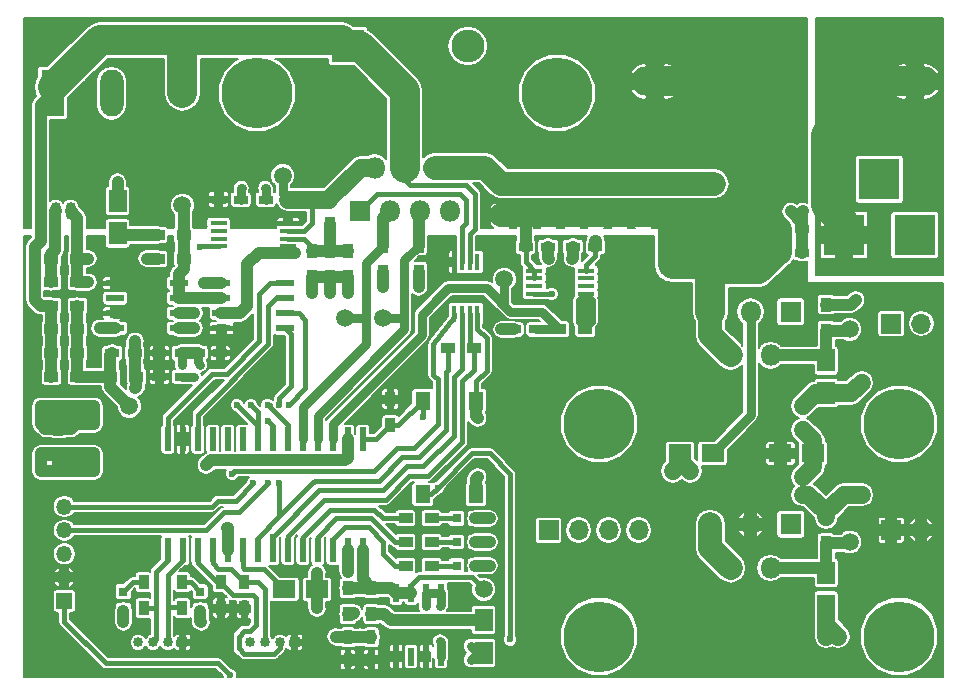
<source format=gbr>
G04 #@! TF.FileFunction,Copper,L1,Top,Signal*
%FSLAX46Y46*%
G04 Gerber Fmt 4.6, Leading zero omitted, Abs format (unit mm)*
G04 Created by KiCad (PCBNEW 4.0.7-e2-6376~58~ubuntu16.04.1) date Fri Dec 29 21:47:46 2017*
%MOMM*%
%LPD*%
G01*
G04 APERTURE LIST*
%ADD10C,0.100000*%
%ADD11R,1.500000X1.950000*%
%ADD12R,0.600000X2.000000*%
%ADD13R,0.750000X1.200000*%
%ADD14R,1.200000X0.750000*%
%ADD15R,1.950000X1.500000*%
%ADD16R,3.500000X3.500000*%
%ADD17R,0.800000X0.800000*%
%ADD18R,2.800000X2.800000*%
%ADD19O,2.800000X2.800000*%
%ADD20O,4.000000X2.500000*%
%ADD21C,5.999480*%
%ADD22R,1.700000X1.700000*%
%ADD23O,1.700000X1.700000*%
%ADD24R,1.350000X1.350000*%
%ADD25O,1.350000X1.350000*%
%ADD26R,0.850000X0.850000*%
%ADD27C,0.850000*%
%ADD28R,1.980000X3.960000*%
%ADD29O,1.980000X3.960000*%
%ADD30R,0.900000X1.200000*%
%ADD31R,1.200000X0.900000*%
%ADD32R,1.300000X1.500000*%
%ADD33R,1.300000X1.550000*%
%ADD34C,1.500000*%
%ADD35R,1.450000X0.450000*%
%ADD36R,0.600000X1.550000*%
%ADD37R,1.550000X0.600000*%
%ADD38R,1.800000X1.800000*%
%ADD39O,1.800000X1.800000*%
%ADD40R,0.450000X1.450000*%
%ADD41O,0.900000X1.500000*%
%ADD42R,0.900000X1.500000*%
%ADD43C,0.600000*%
%ADD44C,1.016000*%
%ADD45C,0.762000*%
%ADD46C,0.406400*%
%ADD47C,1.524000*%
%ADD48C,2.032000*%
%ADD49C,2.540000*%
%ADD50C,0.203200*%
G04 APERTURE END LIST*
D10*
D11*
X95500000Y-63875000D03*
X95500000Y-61125000D03*
D12*
X116255000Y-81300000D03*
X114985000Y-81300000D03*
X113715000Y-81300000D03*
X112445000Y-81300000D03*
X111175000Y-81300000D03*
X109905000Y-81300000D03*
X108635000Y-81300000D03*
X107365000Y-81300000D03*
X106095000Y-81300000D03*
X104825000Y-81300000D03*
X103555000Y-81300000D03*
X102285000Y-81300000D03*
X101015000Y-81300000D03*
X99745000Y-81300000D03*
X99745000Y-90700000D03*
X101015000Y-90700000D03*
X102285000Y-90700000D03*
X103555000Y-90700000D03*
X104825000Y-90700000D03*
X106095000Y-90700000D03*
X107365000Y-90700000D03*
X108635000Y-90700000D03*
X109905000Y-90700000D03*
X111175000Y-90700000D03*
X112445000Y-90700000D03*
X113715000Y-90700000D03*
X114985000Y-90700000D03*
X116255000Y-90700000D03*
D13*
X117000000Y-99950000D03*
X117000000Y-98050000D03*
D14*
X99050000Y-76000000D03*
X100950000Y-76000000D03*
D13*
X115000000Y-99950000D03*
X115000000Y-98050000D03*
D14*
X99050000Y-74000000D03*
X100950000Y-74000000D03*
D11*
X126500000Y-96625000D03*
X126500000Y-99375000D03*
D14*
X104050000Y-61000000D03*
X105950000Y-61000000D03*
D15*
X109625000Y-94000000D03*
X112375000Y-94000000D03*
D14*
X104200000Y-74000000D03*
X102300000Y-74000000D03*
X109950000Y-61000000D03*
X108050000Y-61000000D03*
X130050000Y-65000000D03*
X131950000Y-65000000D03*
X135950000Y-65000000D03*
X134050000Y-65000000D03*
X130950000Y-72000000D03*
X129050000Y-72000000D03*
X95050000Y-74000000D03*
X96950000Y-74000000D03*
X151550000Y-65500000D03*
X153450000Y-65500000D03*
X151550000Y-63500000D03*
X153450000Y-63500000D03*
D11*
X155500000Y-74625000D03*
X155500000Y-77375000D03*
D15*
X145875000Y-82500000D03*
X143125000Y-82500000D03*
D11*
X155500000Y-92625000D03*
X155500000Y-95375000D03*
D15*
X151625000Y-82500000D03*
X154375000Y-82500000D03*
D16*
X157000000Y-64000000D03*
X163000000Y-64000000D03*
X160000000Y-59300000D03*
D17*
X124200000Y-92000000D03*
X125800000Y-92000000D03*
X124200000Y-90000000D03*
X125800000Y-90000000D03*
D18*
X115000000Y-48000000D03*
D19*
X125160000Y-48000000D03*
D17*
X102500000Y-94200000D03*
X102500000Y-95800000D03*
X96000000Y-94200000D03*
X96000000Y-95800000D03*
X124200000Y-88000000D03*
X125800000Y-88000000D03*
D20*
X163000000Y-51000000D03*
X141000000Y-51000000D03*
D21*
X132700000Y-52000000D03*
X107300000Y-52000000D03*
X161700000Y-80000000D03*
X136300000Y-80000000D03*
X161700000Y-98000000D03*
X136300000Y-98000000D03*
D22*
X142500000Y-66500000D03*
D23*
X145040000Y-66500000D03*
D22*
X161000000Y-71500000D03*
D23*
X163540000Y-71500000D03*
D22*
X161000000Y-89000000D03*
D23*
X163540000Y-89000000D03*
D22*
X132000000Y-89000000D03*
D23*
X134540000Y-89000000D03*
X137080000Y-89000000D03*
X139620000Y-89000000D03*
D24*
X91000000Y-95000000D03*
D25*
X91000000Y-93000000D03*
X91000000Y-91000000D03*
X91000000Y-89000000D03*
X91000000Y-87000000D03*
D26*
X101000000Y-98500000D03*
D27*
X99750000Y-98500000D03*
X98500000Y-98500000D03*
X97250000Y-98500000D03*
D26*
X110500000Y-98500000D03*
D27*
X109250000Y-98500000D03*
X108000000Y-98500000D03*
X106750000Y-98500000D03*
D28*
X90000000Y-52000000D03*
D29*
X95000000Y-52000000D03*
D30*
X115000000Y-93900000D03*
X115000000Y-96100000D03*
D31*
X101100000Y-66000000D03*
X98900000Y-66000000D03*
D30*
X117000000Y-93900000D03*
X117000000Y-96100000D03*
D31*
X101100000Y-64000000D03*
X98900000Y-64000000D03*
D30*
X118600000Y-80100000D03*
X118600000Y-77900000D03*
X115000000Y-67600000D03*
X115000000Y-65400000D03*
X113500000Y-63100000D03*
X113500000Y-60900000D03*
X113500000Y-67600000D03*
X113500000Y-65400000D03*
X112000000Y-67600000D03*
X112000000Y-65400000D03*
D31*
X119900000Y-92000000D03*
X122100000Y-92000000D03*
X119900000Y-90000000D03*
X122100000Y-90000000D03*
D30*
X104250000Y-95600000D03*
X104250000Y-93400000D03*
X106250000Y-95600000D03*
X106250000Y-93400000D03*
D32*
X146000000Y-59650000D03*
X146000000Y-62350000D03*
X144000000Y-59650000D03*
X144000000Y-62350000D03*
X142000000Y-59650000D03*
X142000000Y-62350000D03*
X140000000Y-59650000D03*
X140000000Y-62350000D03*
X138000000Y-59650000D03*
X138000000Y-62350000D03*
X136000000Y-59650000D03*
X136000000Y-62350000D03*
X134000000Y-59650000D03*
X134000000Y-62350000D03*
X132000000Y-59650000D03*
X132000000Y-62350000D03*
X130000000Y-59650000D03*
X130000000Y-62350000D03*
X128000000Y-59650000D03*
X128000000Y-62350000D03*
D31*
X89900000Y-68000000D03*
X92100000Y-68000000D03*
X89900000Y-66000000D03*
X92100000Y-66000000D03*
X132900000Y-72000000D03*
X135100000Y-72000000D03*
X89900000Y-70000000D03*
X92100000Y-70000000D03*
X94900000Y-76000000D03*
X97100000Y-76000000D03*
X89900000Y-72000000D03*
X92100000Y-72000000D03*
X89900000Y-74000000D03*
X92100000Y-74000000D03*
X89900000Y-76000000D03*
X92100000Y-76000000D03*
D30*
X155500000Y-72100000D03*
X155500000Y-69900000D03*
X155500000Y-90100000D03*
X155500000Y-87900000D03*
X121000000Y-64900000D03*
X121000000Y-67100000D03*
X118000000Y-64900000D03*
X118000000Y-67100000D03*
X90500000Y-80400000D03*
X90500000Y-82600000D03*
D31*
X125700000Y-73600000D03*
X123500000Y-73600000D03*
D30*
X101000000Y-93400000D03*
X101000000Y-95600000D03*
X97750000Y-93400000D03*
X97750000Y-95600000D03*
D31*
X119900000Y-88000000D03*
X122100000Y-88000000D03*
D33*
X125850000Y-78025000D03*
X125850000Y-85975000D03*
X121350000Y-78025000D03*
X121350000Y-85975000D03*
D34*
X126500000Y-94000000D03*
X101000000Y-61500000D03*
X109500000Y-59000000D03*
X96500000Y-78500000D03*
X128250000Y-67750000D03*
X118000000Y-71000000D03*
X114750000Y-71000000D03*
X101000000Y-52000000D03*
X149000000Y-64500000D03*
X157500000Y-72000000D03*
X157500000Y-90000000D03*
D35*
X104050000Y-63025000D03*
X104050000Y-63675000D03*
X104050000Y-64325000D03*
X104050000Y-64975000D03*
X109950000Y-64975000D03*
X109950000Y-64325000D03*
X109950000Y-63675000D03*
X109950000Y-63025000D03*
D36*
X119095000Y-99700000D03*
X120365000Y-99700000D03*
X121635000Y-99700000D03*
X122905000Y-99700000D03*
X122905000Y-94300000D03*
X121635000Y-94300000D03*
X120365000Y-94300000D03*
X119095000Y-94300000D03*
D37*
X95300000Y-68095000D03*
X95300000Y-69365000D03*
X95300000Y-70635000D03*
X95300000Y-71905000D03*
X100700000Y-71905000D03*
X100700000Y-70635000D03*
X100700000Y-69365000D03*
X100700000Y-68095000D03*
X109700000Y-71905000D03*
X109700000Y-70635000D03*
X109700000Y-69365000D03*
X109700000Y-68095000D03*
X104300000Y-68095000D03*
X104300000Y-69365000D03*
X104300000Y-70635000D03*
X104300000Y-71905000D03*
D38*
X116000000Y-62000000D03*
D39*
X117270000Y-58300000D03*
X118540000Y-62000000D03*
X119810000Y-58300000D03*
X121080000Y-62000000D03*
X122350000Y-58300000D03*
X123620000Y-62000000D03*
D40*
X124025000Y-70700000D03*
X124675000Y-70700000D03*
X125325000Y-70700000D03*
X125975000Y-70700000D03*
X125975000Y-66300000D03*
X125325000Y-66300000D03*
X124675000Y-66300000D03*
X124025000Y-66300000D03*
D41*
X90270000Y-62000000D03*
X91540000Y-62000000D03*
D42*
X89000000Y-62000000D03*
D35*
X130800000Y-67025000D03*
X130800000Y-67675000D03*
X130800000Y-68325000D03*
X130800000Y-68975000D03*
X135200000Y-68975000D03*
X135200000Y-68325000D03*
X135200000Y-67675000D03*
X135200000Y-67025000D03*
D38*
X152500000Y-70500000D03*
D39*
X150800000Y-74200000D03*
X149100000Y-70500000D03*
X147400000Y-74200000D03*
X145700000Y-70500000D03*
D38*
X152500000Y-88500000D03*
D39*
X150800000Y-92200000D03*
X149100000Y-88500000D03*
X147400000Y-92200000D03*
X145700000Y-88500000D03*
D43*
X105600000Y-78400000D03*
X106800000Y-78400000D03*
X102500000Y-75000000D03*
X101000000Y-75000000D03*
X102000000Y-76000000D03*
X89000000Y-82500000D03*
X89000000Y-84000000D03*
X90500000Y-84000000D03*
X92000000Y-84000000D03*
X92000000Y-82500000D03*
X93500000Y-84000000D03*
X93500000Y-82500000D03*
X126000000Y-79500000D03*
X126000000Y-84500000D03*
X127000000Y-88000000D03*
X127000000Y-90000000D03*
X127000000Y-92000000D03*
X114000000Y-98000000D03*
X116000000Y-98000000D03*
X112400000Y-95600000D03*
X112400000Y-92600000D03*
X96000000Y-96800000D03*
X102600000Y-96800000D03*
X104800000Y-88800000D03*
X125400000Y-100000000D03*
X125400000Y-98800000D03*
X122800000Y-98400000D03*
X122800000Y-95400000D03*
X121600000Y-95400000D03*
X132250000Y-69000000D03*
X97000000Y-77000000D03*
X97000000Y-73000000D03*
X97000000Y-75000000D03*
X89000000Y-78500000D03*
X90500000Y-78500000D03*
X92000000Y-78500000D03*
X92000000Y-80000000D03*
X89000000Y-80000000D03*
X93500000Y-80000000D03*
X93500000Y-78500000D03*
X115500000Y-96000000D03*
X115000000Y-92500000D03*
X158000000Y-69500000D03*
X153500000Y-62000000D03*
X152500000Y-62000000D03*
X144000000Y-84000000D03*
X142500000Y-84000000D03*
X158500000Y-76500000D03*
X153500000Y-78500000D03*
X153500000Y-80500000D03*
X153500000Y-84500000D03*
X156500000Y-98000000D03*
X158500000Y-86000000D03*
X153500000Y-86000000D03*
X155500000Y-98000000D03*
X128000000Y-72000000D03*
X134000000Y-66000000D03*
X132000000Y-66000000D03*
X102500000Y-65000000D03*
X108000000Y-60000000D03*
X106000000Y-60000000D03*
X121000000Y-68400000D03*
X118000000Y-68400000D03*
X115000000Y-68900000D03*
X113500000Y-68900000D03*
X112000000Y-68900000D03*
X102800000Y-68100000D03*
X102000000Y-70600000D03*
X102000000Y-71900000D03*
X94000000Y-71900000D03*
X93000000Y-66000000D03*
X93000000Y-68000000D03*
X95500000Y-59500000D03*
X98000000Y-66000000D03*
X122250000Y-53500000D03*
X117500000Y-53500000D03*
X122250000Y-54750000D03*
X117500000Y-54750000D03*
X122250000Y-56000000D03*
X117500000Y-56000000D03*
X136000000Y-59500000D03*
X136000000Y-64500000D03*
X96500000Y-78500000D03*
X103000000Y-83500000D03*
X128750000Y-98250000D03*
X105000000Y-101250000D03*
X122600000Y-85400000D03*
X121400000Y-79400000D03*
X108250000Y-79750000D03*
X108250000Y-85000000D03*
X108200000Y-78400000D03*
X107000000Y-85000000D03*
X109200000Y-78400000D03*
X109200000Y-85000000D03*
X108635000Y-89565000D03*
X110000000Y-78400000D03*
X103555000Y-81300000D03*
X105200000Y-84200000D03*
D44*
X115000000Y-99950000D02*
X117000000Y-99950000D01*
X99050000Y-76000000D02*
X99050000Y-74000000D01*
X95300000Y-70635000D02*
X99050000Y-70635000D01*
X99050000Y-70635000D02*
X99050000Y-70050000D01*
X95300000Y-68095000D02*
X97095000Y-68095000D01*
X99050000Y-70050000D02*
X99050000Y-74000000D01*
X97095000Y-68095000D02*
X99050000Y-70050000D01*
D45*
X104300000Y-71905000D02*
X104300000Y-73900000D01*
X104300000Y-73900000D02*
X104200000Y-74000000D01*
D46*
X107365000Y-81300000D02*
X107365000Y-80165000D01*
X107365000Y-80165000D02*
X105600000Y-78400000D01*
X107365000Y-81300000D02*
X107365000Y-78965000D01*
X107365000Y-78965000D02*
X106800000Y-78400000D01*
D45*
X102300000Y-74000000D02*
X102300000Y-74800000D01*
X102300000Y-74800000D02*
X102500000Y-75000000D01*
X100950000Y-74000000D02*
X100950000Y-74950000D01*
X100950000Y-74950000D02*
X101000000Y-75000000D01*
X100950000Y-76000000D02*
X102000000Y-76000000D01*
D44*
X100950000Y-74000000D02*
X102300000Y-74000000D01*
X89000000Y-84000000D02*
X89000000Y-82500000D01*
X90500000Y-84000000D02*
X89000000Y-84000000D01*
X92000000Y-84000000D02*
X90500000Y-84000000D01*
X90500000Y-84000000D02*
X92000000Y-84000000D01*
X92000000Y-82500000D02*
X90500000Y-84000000D01*
X90500000Y-82600000D02*
X90500000Y-84000000D01*
X92000000Y-84000000D02*
X93500000Y-84000000D01*
X93500000Y-84000000D02*
X93500000Y-82500000D01*
X93500000Y-82500000D02*
X92000000Y-84000000D01*
X92000000Y-84000000D02*
X92000000Y-82500000D01*
X90500000Y-82600000D02*
X89100000Y-82600000D01*
X89100000Y-82600000D02*
X89000000Y-82700000D01*
X89000000Y-82700000D02*
X89200000Y-82700000D01*
X89200000Y-82700000D02*
X89400000Y-82500000D01*
X89400000Y-82500000D02*
X92000000Y-82500000D01*
X90500000Y-82600000D02*
X91900000Y-82600000D01*
X92000000Y-82500000D02*
X92000000Y-84000000D01*
X93500000Y-82500000D02*
X93500000Y-84000000D01*
X93500000Y-84000000D02*
X92000000Y-84000000D01*
X92000000Y-82500000D02*
X93500000Y-82500000D01*
X91900000Y-82600000D02*
X92000000Y-82500000D01*
X90500000Y-82600000D02*
X89100000Y-82600000D01*
X89100000Y-82600000D02*
X89000000Y-82500000D01*
X125850000Y-78025000D02*
X125850000Y-79350000D01*
X125850000Y-79350000D02*
X126000000Y-79500000D01*
X125850000Y-85975000D02*
X125850000Y-84650000D01*
X125850000Y-84650000D02*
X126000000Y-84500000D01*
X125800000Y-88000000D02*
X127000000Y-88000000D01*
X125800000Y-90000000D02*
X127000000Y-90000000D01*
X125800000Y-92000000D02*
X127000000Y-92000000D01*
X115000000Y-98050000D02*
X114050000Y-98050000D01*
X114050000Y-98050000D02*
X114000000Y-98000000D01*
X117000000Y-98050000D02*
X116050000Y-98050000D01*
X116050000Y-98050000D02*
X116000000Y-98000000D01*
X115000000Y-98050000D02*
X117000000Y-98050000D01*
X112375000Y-94000000D02*
X112375000Y-95575000D01*
X112375000Y-95575000D02*
X112400000Y-95600000D01*
X112375000Y-94000000D02*
X112375000Y-92625000D01*
X112375000Y-92625000D02*
X112400000Y-92600000D01*
X96000000Y-95800000D02*
X96000000Y-96800000D01*
X102500000Y-95800000D02*
X102500000Y-96700000D01*
X102500000Y-96700000D02*
X102600000Y-96800000D01*
X104825000Y-90700000D02*
X104825000Y-88825000D01*
X104825000Y-88825000D02*
X104800000Y-88800000D01*
D46*
X125975000Y-70700000D02*
X125975000Y-71975000D01*
X125850000Y-76400000D02*
X125850000Y-78025000D01*
X126750000Y-75500000D02*
X125850000Y-76400000D01*
X126750000Y-72750000D02*
X126750000Y-75500000D01*
X125975000Y-71975000D02*
X126750000Y-72750000D01*
D44*
X117000000Y-96100000D02*
X118100000Y-96100000D01*
X118625000Y-96625000D02*
X126500000Y-96625000D01*
X118100000Y-96100000D02*
X118625000Y-96625000D01*
D45*
X126500000Y-99375000D02*
X126025000Y-99375000D01*
X126025000Y-99375000D02*
X125400000Y-100000000D01*
X126500000Y-99375000D02*
X125975000Y-99375000D01*
X125975000Y-99375000D02*
X125400000Y-98800000D01*
X122905000Y-99700000D02*
X122905000Y-98505000D01*
X122905000Y-98505000D02*
X122800000Y-98400000D01*
X122905000Y-94300000D02*
X122905000Y-95295000D01*
X122905000Y-95295000D02*
X122800000Y-95400000D01*
X121635000Y-94300000D02*
X121635000Y-95365000D01*
X121635000Y-95365000D02*
X121600000Y-95400000D01*
X121635000Y-94300000D02*
X122905000Y-94300000D01*
D46*
X130800000Y-68975000D02*
X132225000Y-68975000D01*
X132225000Y-68975000D02*
X132250000Y-69000000D01*
D44*
X97100000Y-76000000D02*
X97100000Y-76900000D01*
X97100000Y-76900000D02*
X97000000Y-77000000D01*
X96950000Y-74000000D02*
X96950000Y-73050000D01*
X96950000Y-73050000D02*
X97000000Y-73000000D01*
X97000000Y-75900000D02*
X97000000Y-75000000D01*
X96950000Y-74950000D02*
X97000000Y-75000000D01*
X96950000Y-74950000D02*
X96950000Y-74000000D01*
X97000000Y-75900000D02*
X97100000Y-76000000D01*
X89000000Y-78500000D02*
X89000000Y-78900000D01*
X91500000Y-79500000D02*
X92000000Y-79500000D01*
X89600000Y-79500000D02*
X91500000Y-79500000D01*
X89000000Y-78900000D02*
X89600000Y-79500000D01*
X90500000Y-78500000D02*
X89000000Y-78500000D01*
X92000000Y-78500000D02*
X90500000Y-78500000D01*
X92000000Y-79500000D02*
X92000000Y-78500000D01*
X92000000Y-80000000D02*
X90500000Y-78500000D01*
X92000000Y-79500000D02*
X92000000Y-80000000D01*
X89000000Y-79000000D02*
X89000000Y-78500000D01*
X89400000Y-80400000D02*
X90500000Y-80400000D01*
X89400000Y-80400000D02*
X89000000Y-80000000D01*
X89000000Y-80000000D02*
X89000000Y-79000000D01*
X90500000Y-80400000D02*
X91600000Y-80400000D01*
X91600000Y-80400000D02*
X92000000Y-80000000D01*
X93500000Y-80000000D02*
X93500000Y-78500000D01*
X92000000Y-80000000D02*
X93500000Y-80000000D01*
X93500000Y-78500000D02*
X92000000Y-80000000D01*
X93500000Y-78500000D02*
X92000000Y-78500000D01*
X92000000Y-78500000D02*
X93500000Y-78500000D01*
X115000000Y-96100000D02*
X115400000Y-96100000D01*
X115400000Y-96100000D02*
X115500000Y-96000000D01*
X114985000Y-90700000D02*
X114985000Y-92485000D01*
X114985000Y-92485000D02*
X115000000Y-92500000D01*
X155500000Y-69900000D02*
X157600000Y-69900000D01*
X157600000Y-69900000D02*
X158000000Y-69500000D01*
X153450000Y-63000000D02*
X153450000Y-62050000D01*
X153450000Y-62050000D02*
X153500000Y-62000000D01*
X153450000Y-63500000D02*
X153450000Y-63000000D01*
X153450000Y-63000000D02*
X153450000Y-62950000D01*
X153450000Y-62950000D02*
X152500000Y-62000000D01*
X153450000Y-65500000D02*
X153450000Y-63500000D01*
D47*
X143125000Y-82500000D02*
X143125000Y-83125000D01*
X143125000Y-83125000D02*
X144000000Y-84000000D01*
X143125000Y-82500000D02*
X143125000Y-83375000D01*
X143125000Y-83375000D02*
X142500000Y-84000000D01*
X155500000Y-77375000D02*
X157625000Y-77375000D01*
X157625000Y-77375000D02*
X158500000Y-76500000D01*
X155500000Y-77375000D02*
X154625000Y-77375000D01*
X154625000Y-77375000D02*
X153500000Y-78500000D01*
X154375000Y-82500000D02*
X154375000Y-81375000D01*
X154375000Y-81375000D02*
X153500000Y-80500000D01*
X154375000Y-82500000D02*
X154375000Y-83625000D01*
X154375000Y-83625000D02*
X153500000Y-84500000D01*
X155500000Y-95375000D02*
X155500000Y-97000000D01*
X155500000Y-97000000D02*
X156500000Y-98000000D01*
X155500000Y-87900000D02*
X155500000Y-87500000D01*
X155500000Y-87500000D02*
X157000000Y-86000000D01*
X157000000Y-86000000D02*
X158500000Y-86000000D01*
X155500000Y-87500000D02*
X154000000Y-86000000D01*
X154000000Y-86000000D02*
X153500000Y-86000000D01*
X155500000Y-95375000D02*
X155500000Y-98000000D01*
D44*
X129050000Y-72000000D02*
X128000000Y-72000000D01*
X134050000Y-65000000D02*
X134050000Y-65950000D01*
X134050000Y-65950000D02*
X134000000Y-66000000D01*
X131950000Y-65000000D02*
X131950000Y-65950000D01*
X131950000Y-65950000D02*
X132000000Y-66000000D01*
D46*
X104050000Y-64975000D02*
X102525000Y-64975000D01*
X102525000Y-64975000D02*
X102500000Y-65000000D01*
D45*
X108050000Y-61000000D02*
X108050000Y-60050000D01*
X108050000Y-60050000D02*
X108000000Y-60000000D01*
X105950000Y-61000000D02*
X105950000Y-60050000D01*
X105950000Y-60050000D02*
X106000000Y-60000000D01*
D44*
X121000000Y-67100000D02*
X121000000Y-68400000D01*
X118000000Y-67100000D02*
X118000000Y-68400000D01*
X115000000Y-67600000D02*
X115000000Y-68900000D01*
X113500000Y-67600000D02*
X113500000Y-68900000D01*
X112000000Y-67600000D02*
X112000000Y-68900000D01*
X104300000Y-68095000D02*
X102805000Y-68095000D01*
X102805000Y-68095000D02*
X102800000Y-68100000D01*
X100700000Y-70635000D02*
X101965000Y-70635000D01*
X101965000Y-70635000D02*
X102000000Y-70600000D01*
X100700000Y-71905000D02*
X101995000Y-71905000D01*
X101995000Y-71905000D02*
X102000000Y-71900000D01*
X95300000Y-71905000D02*
X94005000Y-71905000D01*
X94005000Y-71905000D02*
X94000000Y-71900000D01*
X92100000Y-66000000D02*
X93000000Y-66000000D01*
X92100000Y-68000000D02*
X93000000Y-68000000D01*
X95500000Y-61125000D02*
X95500000Y-59500000D01*
X98900000Y-66000000D02*
X98000000Y-66000000D01*
X92100000Y-66000000D02*
X92100000Y-62560000D01*
X92100000Y-62560000D02*
X91540000Y-62000000D01*
X92100000Y-66000000D02*
X92100000Y-68000000D01*
X113500000Y-67600000D02*
X115000000Y-67600000D01*
X112000000Y-67600000D02*
X113500000Y-67600000D01*
X98900000Y-64000000D02*
X95625000Y-64000000D01*
X95625000Y-64000000D02*
X95500000Y-63875000D01*
X130050000Y-65000000D02*
X130050000Y-62400000D01*
X130050000Y-62400000D02*
X130000000Y-62350000D01*
D45*
X117500000Y-54750000D02*
X117500000Y-53500000D01*
X117500000Y-56000000D02*
X117500000Y-54750000D01*
X104050000Y-61000000D02*
X104050000Y-59950000D01*
X108000000Y-56000000D02*
X117500000Y-56000000D01*
X104050000Y-59950000D02*
X108000000Y-56000000D01*
D46*
X130050000Y-65000000D02*
X130050000Y-66275000D01*
X130050000Y-66275000D02*
X130800000Y-67025000D01*
X130800000Y-67675000D02*
X130800000Y-67025000D01*
D48*
X145700000Y-70500000D02*
X145700000Y-72500000D01*
X145700000Y-72500000D02*
X147400000Y-74200000D01*
X148000000Y-67160000D02*
X148340000Y-67160000D01*
X150500000Y-65000000D02*
X150500000Y-64000000D01*
X148340000Y-67160000D02*
X150500000Y-65000000D01*
X151550000Y-65500000D02*
X151500000Y-65500000D01*
X151500000Y-65500000D02*
X149840000Y-67160000D01*
X149840000Y-67160000D02*
X148000000Y-67160000D01*
X148000000Y-67160000D02*
X145700000Y-67160000D01*
X151550000Y-63500000D02*
X151550000Y-65500000D01*
X149000000Y-62350000D02*
X150350000Y-62350000D01*
X150350000Y-62350000D02*
X151000000Y-63000000D01*
X146000000Y-62350000D02*
X149000000Y-62350000D01*
X148000000Y-62000000D02*
X149000000Y-62000000D01*
X148650000Y-62000000D02*
X148000000Y-62000000D01*
X149000000Y-62350000D02*
X148650000Y-62000000D01*
X144000000Y-62350000D02*
X146000000Y-62350000D01*
X142000000Y-62350000D02*
X144000000Y-62350000D01*
X140000000Y-62350000D02*
X142000000Y-62350000D01*
X138000000Y-62350000D02*
X140000000Y-62350000D01*
X136000000Y-62350000D02*
X138000000Y-62350000D01*
X134000000Y-62350000D02*
X136000000Y-62350000D01*
X132000000Y-62350000D02*
X134000000Y-62350000D01*
X130000000Y-62350000D02*
X132000000Y-62350000D01*
X128000000Y-62350000D02*
X130000000Y-62350000D01*
D49*
X142500000Y-64000000D02*
X148500000Y-64000000D01*
X148500000Y-64000000D02*
X149000000Y-64500000D01*
X142500000Y-66500000D02*
X142500000Y-64000000D01*
X142500000Y-64000000D02*
X142500000Y-63500000D01*
X145700000Y-70500000D02*
X145700000Y-67160000D01*
X145700000Y-67160000D02*
X145040000Y-66500000D01*
X145040000Y-66500000D02*
X142500000Y-66500000D01*
X149000000Y-64500000D02*
X147000000Y-66500000D01*
X147000000Y-66500000D02*
X145040000Y-66500000D01*
X141000000Y-51000000D02*
X145000000Y-51000000D01*
X149000000Y-55000000D02*
X149000000Y-62000000D01*
X145000000Y-51000000D02*
X149000000Y-55000000D01*
X149000000Y-62000000D02*
X149000000Y-64500000D01*
D46*
X106095000Y-90700000D02*
X106095000Y-92095000D01*
X107875000Y-92250000D02*
X109625000Y-94000000D01*
X106250000Y-92250000D02*
X107875000Y-92250000D01*
X106095000Y-92095000D02*
X106250000Y-92250000D01*
D45*
X109500000Y-59000000D02*
X109500000Y-60550000D01*
X109500000Y-60550000D02*
X109950000Y-61000000D01*
D46*
X109950000Y-63675000D02*
X111325000Y-63675000D01*
X112000000Y-63000000D02*
X112000000Y-61000000D01*
X111325000Y-63675000D02*
X112000000Y-63000000D01*
X112000000Y-61000000D02*
X112000000Y-61500000D01*
X112000000Y-61500000D02*
X112000000Y-61000000D01*
D47*
X117270000Y-58300000D02*
X116100000Y-58300000D01*
X116100000Y-58300000D02*
X113500000Y-60900000D01*
X109950000Y-61000000D02*
X112000000Y-61000000D01*
X112000000Y-61000000D02*
X113400000Y-61000000D01*
X113400000Y-61000000D02*
X113500000Y-60900000D01*
D44*
X135950000Y-65000000D02*
X135950000Y-64550000D01*
X136000000Y-59500000D02*
X136000000Y-59650000D01*
X135950000Y-64550000D02*
X136000000Y-64500000D01*
D46*
X135200000Y-67025000D02*
X135200000Y-66550000D01*
X135950000Y-65800000D02*
X135950000Y-65000000D01*
X135200000Y-66550000D02*
X135950000Y-65800000D01*
D48*
X122350000Y-58300000D02*
X126650000Y-58300000D01*
X126650000Y-58300000D02*
X128000000Y-59650000D01*
X144000000Y-59650000D02*
X146000000Y-59650000D01*
X142000000Y-59650000D02*
X144000000Y-59650000D01*
X140000000Y-59650000D02*
X142000000Y-59650000D01*
X138000000Y-59650000D02*
X140000000Y-59650000D01*
X136000000Y-59650000D02*
X138000000Y-59650000D01*
X134000000Y-59650000D02*
X136000000Y-59650000D01*
X132000000Y-59650000D02*
X134000000Y-59650000D01*
X130000000Y-59650000D02*
X132000000Y-59650000D01*
X128000000Y-59650000D02*
X130000000Y-59650000D01*
D45*
X123000000Y-69000000D02*
X123500000Y-68500000D01*
X126750000Y-68500000D02*
X127250000Y-69000000D01*
X126250000Y-68500000D02*
X126750000Y-68500000D01*
X123500000Y-68500000D02*
X126250000Y-68500000D01*
X128250000Y-67750000D02*
X128250000Y-70000000D01*
X128250000Y-70000000D02*
X128250000Y-69750000D01*
X128250000Y-69750000D02*
X128250000Y-70000000D01*
X113715000Y-81300000D02*
X113715000Y-80035000D01*
X131400000Y-70500000D02*
X132900000Y-72000000D01*
X128750000Y-70500000D02*
X131400000Y-70500000D01*
X127250000Y-69000000D02*
X128250000Y-70000000D01*
X128250000Y-70000000D02*
X128750000Y-70500000D01*
X121250000Y-70750000D02*
X123000000Y-69000000D01*
X121250000Y-72500000D02*
X121250000Y-70750000D01*
X113715000Y-80035000D02*
X121250000Y-72500000D01*
X130950000Y-72000000D02*
X132900000Y-72000000D01*
D44*
X94900000Y-76900000D02*
X96500000Y-78500000D01*
X94900000Y-76000000D02*
X94900000Y-76900000D01*
X114985000Y-82853798D02*
X114985000Y-81300000D01*
X114750000Y-83088798D02*
X114985000Y-82853798D01*
X113661202Y-83088798D02*
X114750000Y-83088798D01*
X103411202Y-83088798D02*
X113661202Y-83088798D01*
X103000000Y-83500000D02*
X103411202Y-83088798D01*
X94900000Y-76000000D02*
X94900000Y-74150000D01*
X94900000Y-74150000D02*
X95050000Y-74000000D01*
X92100000Y-76000000D02*
X94900000Y-76000000D01*
X92100000Y-74000000D02*
X92100000Y-76000000D01*
X92100000Y-72000000D02*
X92100000Y-74000000D01*
X92100000Y-70000000D02*
X92100000Y-72000000D01*
X155500000Y-72100000D02*
X157400000Y-72100000D01*
X157400000Y-72100000D02*
X157500000Y-72000000D01*
X155500000Y-74625000D02*
X155500000Y-72100000D01*
X150800000Y-74200000D02*
X155075000Y-74200000D01*
X155075000Y-74200000D02*
X155500000Y-74625000D01*
D45*
X155075000Y-74200000D02*
X155500000Y-74625000D01*
X149100000Y-70500000D02*
X149100000Y-79275000D01*
X149100000Y-79275000D02*
X145875000Y-82500000D01*
D48*
X145700000Y-88500000D02*
X145700000Y-90500000D01*
X145700000Y-90500000D02*
X147400000Y-92200000D01*
D44*
X155500000Y-92625000D02*
X155500000Y-90100000D01*
X150800000Y-92200000D02*
X155075000Y-92200000D01*
X155075000Y-92200000D02*
X155500000Y-92625000D01*
X155500000Y-90100000D02*
X157400000Y-90100000D01*
X157400000Y-90100000D02*
X157500000Y-90000000D01*
D49*
X157000000Y-64000000D02*
X157000000Y-63000000D01*
X157000000Y-63000000D02*
X155500000Y-61500000D01*
X155500000Y-61500000D02*
X155500000Y-55500000D01*
X155500000Y-55500000D02*
X160000000Y-51000000D01*
X160000000Y-51000000D02*
X163000000Y-51000000D01*
D46*
X122100000Y-92000000D02*
X124200000Y-92000000D01*
X122100000Y-90000000D02*
X124200000Y-90000000D01*
D49*
X115000000Y-48000000D02*
X116000000Y-48000000D01*
X116000000Y-48000000D02*
X119810000Y-51810000D01*
X119810000Y-51810000D02*
X119810000Y-58300000D01*
D44*
X89900000Y-74000000D02*
X89900000Y-76000000D01*
X89900000Y-72000000D02*
X89900000Y-74000000D01*
X89900000Y-70000000D02*
X89900000Y-72000000D01*
X89000000Y-62000000D02*
X89000000Y-64500000D01*
X89000000Y-70000000D02*
X89900000Y-70000000D01*
X88500000Y-69500000D02*
X89000000Y-70000000D01*
X88500000Y-65000000D02*
X88500000Y-69500000D01*
X89000000Y-64500000D02*
X88500000Y-65000000D01*
X89000000Y-62000000D02*
X89000000Y-53000000D01*
X89000000Y-53000000D02*
X90000000Y-52000000D01*
D46*
X119810000Y-58300000D02*
X119810000Y-59310000D01*
X125325000Y-63925000D02*
X125325000Y-66300000D01*
X125750000Y-63500000D02*
X125325000Y-63925000D01*
X125750000Y-60500000D02*
X125750000Y-63500000D01*
X125000000Y-59750000D02*
X125750000Y-60500000D01*
X120250000Y-59750000D02*
X125000000Y-59750000D01*
X119810000Y-59310000D02*
X120250000Y-59750000D01*
D49*
X101000000Y-52000000D02*
X101000000Y-47500000D01*
D48*
X90000000Y-52000000D02*
X90000000Y-51500000D01*
D49*
X90000000Y-51500000D02*
X94000000Y-47500000D01*
X94000000Y-47500000D02*
X101000000Y-47500000D01*
X101000000Y-47500000D02*
X114500000Y-47500000D01*
D48*
X114500000Y-47500000D02*
X115000000Y-48000000D01*
D46*
X119810000Y-58300000D02*
X119810000Y-58310000D01*
X101000000Y-93400000D02*
X101700000Y-93400000D01*
X101700000Y-93400000D02*
X102500000Y-94200000D01*
X97750000Y-93400000D02*
X96800000Y-93400000D01*
X96800000Y-93400000D02*
X96000000Y-94200000D01*
X122100000Y-88000000D02*
X124200000Y-88000000D01*
X91000000Y-95000000D02*
X91000000Y-96750000D01*
X125500000Y-82500000D02*
X122600000Y-85400000D01*
X127000000Y-82500000D02*
X125500000Y-82500000D01*
X128750000Y-84250000D02*
X127000000Y-82500000D01*
X128750000Y-85750000D02*
X128750000Y-84250000D01*
X128750000Y-96000000D02*
X128750000Y-85750000D01*
X128750000Y-98250000D02*
X128750000Y-96000000D01*
X104000000Y-100250000D02*
X105000000Y-101250000D01*
X94500000Y-100250000D02*
X104000000Y-100250000D01*
X91000000Y-96750000D02*
X94500000Y-100250000D01*
X121350000Y-78025000D02*
X121350000Y-79350000D01*
X122025000Y-85975000D02*
X121350000Y-85975000D01*
X122600000Y-85400000D02*
X122025000Y-85975000D01*
X121350000Y-79350000D02*
X121400000Y-79400000D01*
X118600000Y-80100000D02*
X119275000Y-80100000D01*
X119275000Y-80100000D02*
X121350000Y-78025000D01*
X116255000Y-81300000D02*
X117400000Y-81300000D01*
X117400000Y-81300000D02*
X118600000Y-80100000D01*
X91000000Y-89000000D02*
X103000000Y-89000000D01*
X108635000Y-80135000D02*
X108635000Y-81300000D01*
X108250000Y-79750000D02*
X108635000Y-80135000D01*
X105750000Y-87500000D02*
X108250000Y-85000000D01*
X104500000Y-87500000D02*
X105750000Y-87500000D01*
X103000000Y-89000000D02*
X104500000Y-87500000D01*
X108400000Y-78400000D02*
X108400000Y-78600000D01*
X108200000Y-78400000D02*
X108400000Y-78400000D01*
X109905000Y-80105000D02*
X109905000Y-81300000D01*
X108400000Y-78600000D02*
X109905000Y-80105000D01*
X91000000Y-87000000D02*
X103500000Y-87000000D01*
X105500000Y-86500000D02*
X107000000Y-85000000D01*
X104000000Y-86500000D02*
X105500000Y-86500000D01*
X103500000Y-87000000D02*
X104000000Y-86500000D01*
X99750000Y-95500000D02*
X100900000Y-95500000D01*
X100900000Y-95500000D02*
X101000000Y-95600000D01*
X101015000Y-90700000D02*
X101015000Y-91485000D01*
X101015000Y-91485000D02*
X99750000Y-92750000D01*
X99750000Y-92750000D02*
X99750000Y-95500000D01*
X99750000Y-95500000D02*
X99750000Y-98500000D01*
X97750000Y-95600000D02*
X98750000Y-95600000D01*
X98750000Y-95600000D02*
X98750000Y-95750000D01*
X99745000Y-90700000D02*
X99745000Y-91505000D01*
X99745000Y-91505000D02*
X98750000Y-92500000D01*
X98750000Y-92500000D02*
X98750000Y-95750000D01*
X98750000Y-95750000D02*
X98750000Y-98250000D01*
X98750000Y-98250000D02*
X98500000Y-98500000D01*
X104250000Y-93400000D02*
X104250000Y-93500000D01*
X104250000Y-93500000D02*
X105250000Y-94500000D01*
X109250000Y-99000000D02*
X109250000Y-98500000D01*
X108750000Y-99500000D02*
X109250000Y-99000000D01*
X106250000Y-99500000D02*
X108750000Y-99500000D01*
X105750000Y-99000000D02*
X106250000Y-99500000D01*
X105750000Y-98000000D02*
X105750000Y-99000000D01*
X106250000Y-97500000D02*
X105750000Y-98000000D01*
X106750000Y-97500000D02*
X106250000Y-97500000D01*
X107250000Y-97000000D02*
X106750000Y-97500000D01*
X107250000Y-94750000D02*
X107250000Y-97000000D01*
X107000000Y-94500000D02*
X107250000Y-94750000D01*
X105250000Y-94500000D02*
X107000000Y-94500000D01*
X102285000Y-90700000D02*
X102285000Y-91785000D01*
X102285000Y-91785000D02*
X103900000Y-93400000D01*
X103900000Y-93400000D02*
X104250000Y-93400000D01*
X106250000Y-93400000D02*
X107400000Y-93400000D01*
X108000000Y-94000000D02*
X108000000Y-98500000D01*
X107400000Y-93400000D02*
X108000000Y-94000000D01*
X106250000Y-93400000D02*
X106400000Y-93400000D01*
X103555000Y-90700000D02*
X103555000Y-91805000D01*
X105100000Y-92250000D02*
X106250000Y-93400000D01*
X104000000Y-92250000D02*
X105100000Y-92250000D01*
X103555000Y-91805000D02*
X104000000Y-92250000D01*
X120365000Y-94300000D02*
X120365000Y-93635000D01*
X120365000Y-93635000D02*
X121000000Y-93000000D01*
X125500000Y-93000000D02*
X126500000Y-94000000D01*
X121000000Y-93000000D02*
X125500000Y-93000000D01*
D44*
X119095000Y-94300000D02*
X120365000Y-94300000D01*
X117000000Y-93900000D02*
X118695000Y-93900000D01*
X118695000Y-93900000D02*
X119095000Y-94300000D01*
X115000000Y-93900000D02*
X117000000Y-93900000D01*
X116255000Y-90700000D02*
X116255000Y-93155000D01*
X116255000Y-93155000D02*
X117000000Y-93900000D01*
X126400000Y-93900000D02*
X126500000Y-94000000D01*
X101100000Y-64000000D02*
X101100000Y-61600000D01*
X101100000Y-61600000D02*
X101000000Y-61500000D01*
X104300000Y-69365000D02*
X100700000Y-69365000D01*
X100700000Y-68095000D02*
X100700000Y-67300000D01*
X101100000Y-66900000D02*
X101100000Y-66000000D01*
X100700000Y-67300000D02*
X101100000Y-66900000D01*
X100700000Y-69365000D02*
X100700000Y-68095000D01*
X101100000Y-64000000D02*
X101100000Y-66000000D01*
X113500000Y-63100000D02*
X113500000Y-65400000D01*
X113500000Y-65400000D02*
X115000000Y-65400000D01*
X112000000Y-65400000D02*
X113500000Y-65400000D01*
D46*
X109950000Y-64325000D02*
X111325000Y-64325000D01*
X111325000Y-64325000D02*
X112000000Y-65000000D01*
X112000000Y-65000000D02*
X112000000Y-65400000D01*
X113715000Y-90700000D02*
X113715000Y-89785000D01*
X113715000Y-89785000D02*
X114750000Y-88750000D01*
X114750000Y-88750000D02*
X116750000Y-88750000D01*
X116750000Y-88750000D02*
X118000000Y-90000000D01*
X118000000Y-90000000D02*
X118000000Y-91000000D01*
X118000000Y-91000000D02*
X119000000Y-92000000D01*
X119000000Y-92000000D02*
X119900000Y-92000000D01*
X112445000Y-90700000D02*
X112445000Y-89555000D01*
X119000000Y-90000000D02*
X119900000Y-90000000D01*
X117000000Y-88000000D02*
X119000000Y-90000000D01*
X114000000Y-88000000D02*
X117000000Y-88000000D01*
X112445000Y-89555000D02*
X114000000Y-88000000D01*
X112445000Y-90700000D02*
X112445000Y-90055000D01*
D44*
X89900000Y-66000000D02*
X89900000Y-65600000D01*
X89900000Y-65600000D02*
X90216002Y-65283998D01*
X90216002Y-65283998D02*
X90216002Y-62000000D01*
X90216002Y-62000000D02*
X90270000Y-62000000D01*
X89900000Y-66000000D02*
X89900000Y-68000000D01*
D46*
X135000000Y-69500000D02*
X135000000Y-71900000D01*
X135000000Y-71900000D02*
X135100000Y-72000000D01*
X134750000Y-69625000D02*
X134750000Y-69750000D01*
X134750000Y-69750000D02*
X135000000Y-69500000D01*
X135500000Y-69750000D02*
X135500000Y-71250000D01*
X135250000Y-69500000D02*
X135500000Y-69750000D01*
X135000000Y-69500000D02*
X135250000Y-69500000D01*
X135200000Y-68975000D02*
X135200000Y-69300000D01*
X134750000Y-69625000D02*
X134750000Y-71650000D01*
X135200000Y-69300000D02*
X134750000Y-69750000D01*
X134750000Y-71650000D02*
X135100000Y-72000000D01*
X135200000Y-68975000D02*
X135225000Y-68975000D01*
X135225000Y-68975000D02*
X135750000Y-69500000D01*
X135750000Y-71350000D02*
X135100000Y-72000000D01*
X135750000Y-69500000D02*
X135750000Y-71350000D01*
X135200000Y-68975000D02*
X135025000Y-68975000D01*
X135025000Y-68975000D02*
X134500000Y-69500000D01*
X134500000Y-71400000D02*
X135100000Y-72000000D01*
X134500000Y-69500000D02*
X134500000Y-71400000D01*
X135200000Y-68975000D02*
X135200000Y-71900000D01*
X135200000Y-71900000D02*
X135100000Y-72000000D01*
D45*
X118000000Y-71000000D02*
X119750000Y-71000000D01*
X112445000Y-81300000D02*
X112445000Y-79305000D01*
X119750000Y-66150000D02*
X121000000Y-64900000D01*
X119750000Y-72000000D02*
X119750000Y-71000000D01*
X119750000Y-71000000D02*
X119750000Y-66150000D01*
X112445000Y-79305000D02*
X119750000Y-72000000D01*
D44*
X121000000Y-64900000D02*
X121000000Y-62080000D01*
X121000000Y-62080000D02*
X121080000Y-62000000D01*
D45*
X114750000Y-71000000D02*
X116500000Y-71000000D01*
X111175000Y-81300000D02*
X111175000Y-78575000D01*
X116500000Y-66400000D02*
X118000000Y-64900000D01*
X116500000Y-73250000D02*
X116500000Y-71000000D01*
X116500000Y-71000000D02*
X116500000Y-66400000D01*
X111175000Y-78575000D02*
X116500000Y-73250000D01*
D44*
X118000000Y-64900000D02*
X118000000Y-62540000D01*
X118000000Y-62540000D02*
X118540000Y-62000000D01*
D46*
X109905000Y-90700000D02*
X109905000Y-89495000D01*
X125700000Y-75400000D02*
X125700000Y-73600000D01*
X124700000Y-76400000D02*
X125700000Y-75400000D01*
X124700000Y-81500000D02*
X124700000Y-76400000D01*
X121800000Y-84400000D02*
X124700000Y-81500000D01*
X120200000Y-84400000D02*
X121800000Y-84400000D01*
X118200000Y-86400000D02*
X120200000Y-84400000D01*
X113000000Y-86400000D02*
X118200000Y-86400000D01*
X109905000Y-89495000D02*
X113000000Y-86400000D01*
X125325000Y-70700000D02*
X125325000Y-73225000D01*
X125325000Y-73225000D02*
X125700000Y-73600000D01*
X109200000Y-87800000D02*
X112000000Y-85000000D01*
X123500000Y-75400000D02*
X123300000Y-75600000D01*
X123300000Y-75600000D02*
X123300000Y-79500000D01*
X123500000Y-75400000D02*
X123500000Y-73600000D01*
X123300000Y-80500000D02*
X123300000Y-79500000D01*
X121000000Y-82800000D02*
X123300000Y-80500000D01*
X119600000Y-82800000D02*
X121000000Y-82800000D01*
X117600000Y-84800000D02*
X119600000Y-82800000D01*
X112200000Y-84800000D02*
X117600000Y-84800000D01*
X112000000Y-85000000D02*
X112200000Y-84800000D01*
X109200000Y-87800000D02*
X109200000Y-85000000D01*
X110200000Y-72405000D02*
X109700000Y-71905000D01*
X110200000Y-76800000D02*
X110200000Y-72405000D01*
X109200000Y-77800000D02*
X110200000Y-76800000D01*
X109200000Y-78400000D02*
X109200000Y-77800000D01*
X107365000Y-90700000D02*
X107365000Y-89635000D01*
X107365000Y-89635000D02*
X109200000Y-87800000D01*
X107365000Y-90700000D02*
X107365000Y-89835000D01*
X111175000Y-90700000D02*
X111175000Y-89575000D01*
X118000000Y-88000000D02*
X119900000Y-88000000D01*
X117250000Y-87250000D02*
X118000000Y-88000000D01*
X113500000Y-87250000D02*
X117250000Y-87250000D01*
X111175000Y-89575000D02*
X113500000Y-87250000D01*
X111175000Y-90700000D02*
X111175000Y-89825000D01*
X109950000Y-64975000D02*
X109950000Y-65500000D01*
X109950000Y-65500000D02*
X110000000Y-65500000D01*
D44*
X104300000Y-70635000D02*
X105865000Y-70635000D01*
X107500000Y-65500000D02*
X110000000Y-65500000D01*
X110000000Y-65500000D02*
X110500000Y-65500000D01*
X106500000Y-66500000D02*
X107500000Y-65500000D01*
X106500000Y-70000000D02*
X106500000Y-66500000D01*
X105865000Y-70635000D02*
X106500000Y-70000000D01*
D46*
X124000000Y-79800000D02*
X124000000Y-81000000D01*
X112600000Y-85600000D02*
X108635000Y-89565000D01*
X118000000Y-85600000D02*
X112600000Y-85600000D01*
X120000000Y-83600000D02*
X118000000Y-85600000D01*
X121400000Y-83600000D02*
X120000000Y-83600000D01*
X124000000Y-81000000D02*
X121400000Y-83600000D01*
X108635000Y-89565000D02*
X108635000Y-90700000D01*
X124400000Y-75600000D02*
X124000000Y-76000000D01*
X124675000Y-75325000D02*
X124400000Y-75600000D01*
X124675000Y-70700000D02*
X124675000Y-75325000D01*
X124000000Y-79100000D02*
X124000000Y-79800000D01*
X124000000Y-79800000D02*
X124000000Y-80000000D01*
X124000000Y-76600000D02*
X124000000Y-79100000D01*
X124000000Y-76000000D02*
X124000000Y-76600000D01*
X108635000Y-90700000D02*
X108635000Y-89565000D01*
X110000000Y-78400000D02*
X111400000Y-77000000D01*
X111400000Y-77000000D02*
X111400000Y-71200000D01*
X111400000Y-71200000D02*
X110835000Y-70635000D01*
X110835000Y-70635000D02*
X109700000Y-70635000D01*
X108635000Y-89765000D02*
X108635000Y-90700000D01*
X102285000Y-81300000D02*
X102285000Y-79215000D01*
X108885000Y-69365000D02*
X109700000Y-69365000D01*
X108250000Y-70000000D02*
X108885000Y-69365000D01*
X108250000Y-73250000D02*
X108250000Y-70000000D01*
X102285000Y-79215000D02*
X108250000Y-73250000D01*
X109700000Y-68095000D02*
X108405000Y-68095000D01*
X99745000Y-79505000D02*
X99745000Y-81300000D01*
X103500000Y-75750000D02*
X99745000Y-79505000D01*
X104750000Y-75750000D02*
X103500000Y-75750000D01*
X107500000Y-73000000D02*
X104750000Y-75750000D01*
X107500000Y-69000000D02*
X107500000Y-73000000D01*
X108405000Y-68095000D02*
X107500000Y-69000000D01*
X124025000Y-70975000D02*
X122250000Y-73250000D01*
X122600000Y-76200000D02*
X122600000Y-79200000D01*
X122250000Y-75850000D02*
X122600000Y-76200000D01*
X122250000Y-73250000D02*
X122250000Y-75850000D01*
X122600000Y-80000000D02*
X120600000Y-82000000D01*
X120600000Y-82000000D02*
X119200000Y-82000000D01*
X119200000Y-82000000D02*
X117200000Y-84000000D01*
X117200000Y-84000000D02*
X107800000Y-84000000D01*
X122600000Y-79200000D02*
X122600000Y-80000000D01*
X105400000Y-84000000D02*
X107800000Y-84000000D01*
X105200000Y-84200000D02*
X105400000Y-84000000D01*
X124025000Y-70700000D02*
X124025000Y-70975000D01*
X122600000Y-79200000D02*
X122600000Y-79300000D01*
X116000000Y-62000000D02*
X117500000Y-60500000D01*
X124675000Y-63325000D02*
X124675000Y-66300000D01*
X125000000Y-63000000D02*
X124675000Y-63325000D01*
X125000000Y-61000000D02*
X125000000Y-63000000D01*
X124500000Y-60500000D02*
X125000000Y-61000000D01*
X117500000Y-60500000D02*
X124500000Y-60500000D01*
D50*
G36*
X88187200Y-64163327D02*
X87925264Y-64425264D01*
X87749071Y-64688955D01*
X87687200Y-65000000D01*
X87687200Y-69500000D01*
X87737373Y-69752237D01*
X87749071Y-69811045D01*
X87925264Y-70074736D01*
X88425264Y-70574737D01*
X88688955Y-70750929D01*
X89000000Y-70812800D01*
X89087200Y-70812800D01*
X89087200Y-71324733D01*
X89083308Y-71327237D01*
X89013713Y-71429093D01*
X88989229Y-71550000D01*
X88989229Y-72450000D01*
X89010482Y-72562952D01*
X89077237Y-72666692D01*
X89087200Y-72673499D01*
X89087200Y-73324733D01*
X89083308Y-73327237D01*
X89013713Y-73429093D01*
X88989229Y-73550000D01*
X88989229Y-74450000D01*
X89010482Y-74562952D01*
X89077237Y-74666692D01*
X89087200Y-74673499D01*
X89087200Y-75324733D01*
X89083308Y-75327237D01*
X89013713Y-75429093D01*
X88989229Y-75550000D01*
X88989229Y-76450000D01*
X89010482Y-76562952D01*
X89077237Y-76666692D01*
X89179093Y-76736287D01*
X89300000Y-76760771D01*
X89638434Y-76760771D01*
X89900000Y-76812800D01*
X90161566Y-76760771D01*
X90500000Y-76760771D01*
X90612952Y-76739518D01*
X90716692Y-76672763D01*
X90786287Y-76570907D01*
X90810771Y-76450000D01*
X90810771Y-75550000D01*
X90789518Y-75437048D01*
X90722763Y-75333308D01*
X90712800Y-75326501D01*
X90712800Y-74675267D01*
X90716692Y-74672763D01*
X90786287Y-74570907D01*
X90810771Y-74450000D01*
X90810771Y-73550000D01*
X90789518Y-73437048D01*
X90722763Y-73333308D01*
X90712800Y-73326501D01*
X90712800Y-72675267D01*
X90716692Y-72672763D01*
X90786287Y-72570907D01*
X90810771Y-72450000D01*
X90810771Y-71550000D01*
X90789518Y-71437048D01*
X90722763Y-71333308D01*
X90712800Y-71326501D01*
X90712800Y-70675267D01*
X90716692Y-70672763D01*
X90786287Y-70570907D01*
X90810771Y-70450000D01*
X90810771Y-69550000D01*
X91189229Y-69550000D01*
X91189229Y-70450000D01*
X91210482Y-70562952D01*
X91277237Y-70666692D01*
X91287200Y-70673499D01*
X91287200Y-71324733D01*
X91283308Y-71327237D01*
X91213713Y-71429093D01*
X91189229Y-71550000D01*
X91189229Y-72450000D01*
X91210482Y-72562952D01*
X91277237Y-72666692D01*
X91287200Y-72673499D01*
X91287200Y-73324733D01*
X91283308Y-73327237D01*
X91213713Y-73429093D01*
X91189229Y-73550000D01*
X91189229Y-74450000D01*
X91210482Y-74562952D01*
X91277237Y-74666692D01*
X91287200Y-74673499D01*
X91287200Y-75324733D01*
X91283308Y-75327237D01*
X91213713Y-75429093D01*
X91189229Y-75550000D01*
X91189229Y-76450000D01*
X91210482Y-76562952D01*
X91277237Y-76666692D01*
X91379093Y-76736287D01*
X91500000Y-76760771D01*
X91838434Y-76760771D01*
X92100000Y-76812800D01*
X94087200Y-76812800D01*
X94087200Y-76900000D01*
X94128574Y-77108000D01*
X94149071Y-77211045D01*
X94325264Y-77474736D01*
X95445117Y-78594589D01*
X95445017Y-78708892D01*
X95605262Y-79096716D01*
X95901724Y-79393695D01*
X96289267Y-79554617D01*
X96708892Y-79554983D01*
X97096716Y-79394738D01*
X97393695Y-79098276D01*
X97554617Y-78710733D01*
X97554983Y-78291108D01*
X97394738Y-77903284D01*
X97253979Y-77762280D01*
X97311045Y-77750929D01*
X97574736Y-77574736D01*
X97674736Y-77474737D01*
X97850929Y-77211045D01*
X97871426Y-77108000D01*
X97912800Y-76900000D01*
X97912800Y-76675267D01*
X97916692Y-76672763D01*
X97986287Y-76570907D01*
X98010771Y-76450000D01*
X98010771Y-76263700D01*
X98145200Y-76263700D01*
X98145200Y-76435629D01*
X98191603Y-76547656D01*
X98277345Y-76633397D01*
X98389372Y-76679800D01*
X98673800Y-76679800D01*
X98750000Y-76603600D01*
X98750000Y-76187500D01*
X99350000Y-76187500D01*
X99350000Y-76603600D01*
X99426200Y-76679800D01*
X99710628Y-76679800D01*
X99822655Y-76633397D01*
X99908397Y-76547656D01*
X99954800Y-76435629D01*
X99954800Y-76263700D01*
X99878600Y-76187500D01*
X99350000Y-76187500D01*
X98750000Y-76187500D01*
X98221400Y-76187500D01*
X98145200Y-76263700D01*
X98010771Y-76263700D01*
X98010771Y-75564371D01*
X98145200Y-75564371D01*
X98145200Y-75736300D01*
X98221400Y-75812500D01*
X98750000Y-75812500D01*
X98750000Y-75396400D01*
X99350000Y-75396400D01*
X99350000Y-75812500D01*
X99878600Y-75812500D01*
X99954800Y-75736300D01*
X99954800Y-75564371D01*
X99908397Y-75452344D01*
X99822655Y-75366603D01*
X99710628Y-75320200D01*
X99426200Y-75320200D01*
X99350000Y-75396400D01*
X98750000Y-75396400D01*
X98673800Y-75320200D01*
X98389372Y-75320200D01*
X98277345Y-75366603D01*
X98191603Y-75452344D01*
X98145200Y-75564371D01*
X98010771Y-75564371D01*
X98010771Y-75550000D01*
X97989518Y-75437048D01*
X97922763Y-75333308D01*
X97820907Y-75263713D01*
X97812800Y-75262071D01*
X97812800Y-75000000D01*
X97762800Y-74748634D01*
X97762800Y-74600267D01*
X97766692Y-74597763D01*
X97836287Y-74495907D01*
X97860771Y-74375000D01*
X97860771Y-74263700D01*
X98145200Y-74263700D01*
X98145200Y-74435629D01*
X98191603Y-74547656D01*
X98277345Y-74633397D01*
X98389372Y-74679800D01*
X98673800Y-74679800D01*
X98750000Y-74603600D01*
X98750000Y-74187500D01*
X99350000Y-74187500D01*
X99350000Y-74603600D01*
X99426200Y-74679800D01*
X99710628Y-74679800D01*
X99822655Y-74633397D01*
X99908397Y-74547656D01*
X99954800Y-74435629D01*
X99954800Y-74263700D01*
X99878600Y-74187500D01*
X99350000Y-74187500D01*
X98750000Y-74187500D01*
X98221400Y-74187500D01*
X98145200Y-74263700D01*
X97860771Y-74263700D01*
X97860771Y-73625000D01*
X97849364Y-73564371D01*
X98145200Y-73564371D01*
X98145200Y-73736300D01*
X98221400Y-73812500D01*
X98750000Y-73812500D01*
X98750000Y-73396400D01*
X99350000Y-73396400D01*
X99350000Y-73812500D01*
X99878600Y-73812500D01*
X99954800Y-73736300D01*
X99954800Y-73564371D01*
X99908397Y-73452344D01*
X99822655Y-73366603D01*
X99710628Y-73320200D01*
X99426200Y-73320200D01*
X99350000Y-73396400D01*
X98750000Y-73396400D01*
X98673800Y-73320200D01*
X98389372Y-73320200D01*
X98277345Y-73366603D01*
X98191603Y-73452344D01*
X98145200Y-73564371D01*
X97849364Y-73564371D01*
X97839518Y-73512048D01*
X97772763Y-73408308D01*
X97762800Y-73401501D01*
X97762800Y-73251366D01*
X97812800Y-73000000D01*
X97750929Y-72688955D01*
X97574737Y-72425263D01*
X97311045Y-72249071D01*
X97000000Y-72187200D01*
X96688955Y-72249071D01*
X96425264Y-72425263D01*
X96375264Y-72475264D01*
X96199071Y-72738955D01*
X96137200Y-73050000D01*
X96137200Y-73399733D01*
X96133308Y-73402237D01*
X96063713Y-73504093D01*
X96039229Y-73625000D01*
X96039229Y-74375000D01*
X96060482Y-74487952D01*
X96127237Y-74591692D01*
X96137200Y-74598499D01*
X96137200Y-74950000D01*
X96187200Y-75201366D01*
X96187200Y-75900000D01*
X96189229Y-75910200D01*
X96189229Y-76450000D01*
X96210482Y-76562952D01*
X96270717Y-76656560D01*
X96249071Y-76688955D01*
X96187201Y-77000000D01*
X96196569Y-77047097D01*
X95759534Y-76610062D01*
X95786287Y-76570907D01*
X95810771Y-76450000D01*
X95810771Y-75550000D01*
X95789518Y-75437048D01*
X95722763Y-75333308D01*
X95712800Y-75326501D01*
X95712800Y-74673955D01*
X95762952Y-74664518D01*
X95866692Y-74597763D01*
X95936287Y-74495907D01*
X95960771Y-74375000D01*
X95960771Y-73625000D01*
X95939518Y-73512048D01*
X95872763Y-73408308D01*
X95770907Y-73338713D01*
X95650000Y-73314229D01*
X95458561Y-73314229D01*
X95361045Y-73249071D01*
X95050000Y-73187201D01*
X94738955Y-73249071D01*
X94641439Y-73314229D01*
X94450000Y-73314229D01*
X94337048Y-73335482D01*
X94233308Y-73402237D01*
X94163713Y-73504093D01*
X94139229Y-73625000D01*
X94139229Y-73888434D01*
X94087200Y-74150000D01*
X94087200Y-75187200D01*
X92912800Y-75187200D01*
X92912800Y-74675267D01*
X92916692Y-74672763D01*
X92986287Y-74570907D01*
X93010771Y-74450000D01*
X93010771Y-73550000D01*
X92989518Y-73437048D01*
X92922763Y-73333308D01*
X92912800Y-73326501D01*
X92912800Y-72675267D01*
X92916692Y-72672763D01*
X92986287Y-72570907D01*
X93010771Y-72450000D01*
X93010771Y-71900000D01*
X93187201Y-71900000D01*
X93249071Y-72211045D01*
X93425264Y-72474736D01*
X93430264Y-72479736D01*
X93693955Y-72655929D01*
X94005000Y-72717800D01*
X95300000Y-72717800D01*
X95611045Y-72655929D01*
X95820806Y-72515771D01*
X96075000Y-72515771D01*
X96187952Y-72494518D01*
X96291692Y-72427763D01*
X96361287Y-72325907D01*
X96385771Y-72205000D01*
X96385771Y-71605000D01*
X96364518Y-71492048D01*
X96297763Y-71388308D01*
X96195907Y-71318713D01*
X96075000Y-71294229D01*
X95820806Y-71294229D01*
X95739347Y-71239800D01*
X96135628Y-71239800D01*
X96247655Y-71193397D01*
X96333397Y-71107656D01*
X96379800Y-70995629D01*
X96379800Y-70861200D01*
X96303600Y-70785000D01*
X95687500Y-70785000D01*
X95687500Y-70935000D01*
X94912500Y-70935000D01*
X94912500Y-70785000D01*
X94296400Y-70785000D01*
X94220200Y-70861200D01*
X94220200Y-70995629D01*
X94260201Y-71092200D01*
X94025132Y-71092200D01*
X94000000Y-71087201D01*
X93688955Y-71149071D01*
X93425264Y-71325264D01*
X93249071Y-71588955D01*
X93187201Y-71900000D01*
X93010771Y-71900000D01*
X93010771Y-71550000D01*
X92989518Y-71437048D01*
X92922763Y-71333308D01*
X92912800Y-71326501D01*
X92912800Y-70675267D01*
X92916692Y-70672763D01*
X92986287Y-70570907D01*
X93010771Y-70450000D01*
X93010771Y-70274371D01*
X94220200Y-70274371D01*
X94220200Y-70408800D01*
X94296400Y-70485000D01*
X94912500Y-70485000D01*
X94912500Y-70106400D01*
X95687500Y-70106400D01*
X95687500Y-70485000D01*
X96303600Y-70485000D01*
X96379800Y-70408800D01*
X96379800Y-70274371D01*
X96333397Y-70162344D01*
X96247655Y-70076603D01*
X96135628Y-70030200D01*
X95763700Y-70030200D01*
X95687500Y-70106400D01*
X94912500Y-70106400D01*
X94836300Y-70030200D01*
X94464372Y-70030200D01*
X94352345Y-70076603D01*
X94266603Y-70162344D01*
X94220200Y-70274371D01*
X93010771Y-70274371D01*
X93010771Y-69550000D01*
X92989518Y-69437048D01*
X92922763Y-69333308D01*
X92820907Y-69263713D01*
X92700000Y-69239229D01*
X92361566Y-69239229D01*
X92100000Y-69187200D01*
X91838434Y-69239229D01*
X91500000Y-69239229D01*
X91387048Y-69260482D01*
X91283308Y-69327237D01*
X91213713Y-69429093D01*
X91189229Y-69550000D01*
X90810771Y-69550000D01*
X90789518Y-69437048D01*
X90722763Y-69333308D01*
X90620907Y-69263713D01*
X90500000Y-69239229D01*
X90161566Y-69239229D01*
X89900000Y-69187200D01*
X89336673Y-69187200D01*
X89312800Y-69163328D01*
X89312800Y-69065000D01*
X94214229Y-69065000D01*
X94214229Y-69665000D01*
X94235482Y-69777952D01*
X94302237Y-69881692D01*
X94404093Y-69951287D01*
X94525000Y-69975771D01*
X96075000Y-69975771D01*
X96187952Y-69954518D01*
X96291692Y-69887763D01*
X96361287Y-69785907D01*
X96385771Y-69665000D01*
X96385771Y-69065000D01*
X96364518Y-68952048D01*
X96297763Y-68848308D01*
X96195907Y-68778713D01*
X96075000Y-68754229D01*
X94525000Y-68754229D01*
X94412048Y-68775482D01*
X94308308Y-68842237D01*
X94238713Y-68944093D01*
X94214229Y-69065000D01*
X89312800Y-69065000D01*
X89312800Y-68760771D01*
X89638434Y-68760771D01*
X89900000Y-68812800D01*
X90161566Y-68760771D01*
X90500000Y-68760771D01*
X90612952Y-68739518D01*
X90716692Y-68672763D01*
X90786287Y-68570907D01*
X90810771Y-68450000D01*
X90810771Y-67550000D01*
X90789518Y-67437048D01*
X90722763Y-67333308D01*
X90712800Y-67326501D01*
X90712800Y-66675267D01*
X90716692Y-66672763D01*
X90786287Y-66570907D01*
X90810771Y-66450000D01*
X90810771Y-65828753D01*
X90966931Y-65595043D01*
X90980049Y-65529093D01*
X91028802Y-65283998D01*
X91028802Y-64101600D01*
X91287200Y-64101600D01*
X91287200Y-65324733D01*
X91283308Y-65327237D01*
X91213713Y-65429093D01*
X91189229Y-65550000D01*
X91189229Y-66450000D01*
X91210482Y-66562952D01*
X91277237Y-66666692D01*
X91287200Y-66673499D01*
X91287200Y-67324733D01*
X91283308Y-67327237D01*
X91213713Y-67429093D01*
X91189229Y-67550000D01*
X91189229Y-68450000D01*
X91210482Y-68562952D01*
X91277237Y-68666692D01*
X91379093Y-68736287D01*
X91500000Y-68760771D01*
X91838434Y-68760771D01*
X92100000Y-68812800D01*
X93000000Y-68812800D01*
X93311045Y-68750929D01*
X93574736Y-68574736D01*
X93744143Y-68321200D01*
X94220200Y-68321200D01*
X94220200Y-68455629D01*
X94266603Y-68567656D01*
X94352345Y-68653397D01*
X94464372Y-68699800D01*
X94836300Y-68699800D01*
X94912500Y-68623600D01*
X94912500Y-68245000D01*
X95687500Y-68245000D01*
X95687500Y-68623600D01*
X95763700Y-68699800D01*
X96135628Y-68699800D01*
X96247655Y-68653397D01*
X96333397Y-68567656D01*
X96379800Y-68455629D01*
X96379800Y-68321200D01*
X96303600Y-68245000D01*
X95687500Y-68245000D01*
X94912500Y-68245000D01*
X94296400Y-68245000D01*
X94220200Y-68321200D01*
X93744143Y-68321200D01*
X93750929Y-68311045D01*
X93812800Y-68000000D01*
X93759963Y-67734371D01*
X94220200Y-67734371D01*
X94220200Y-67868800D01*
X94296400Y-67945000D01*
X94912500Y-67945000D01*
X94912500Y-67566400D01*
X95687500Y-67566400D01*
X95687500Y-67945000D01*
X96303600Y-67945000D01*
X96379800Y-67868800D01*
X96379800Y-67734371D01*
X96333397Y-67622344D01*
X96247655Y-67536603D01*
X96135628Y-67490200D01*
X95763700Y-67490200D01*
X95687500Y-67566400D01*
X94912500Y-67566400D01*
X94836300Y-67490200D01*
X94464372Y-67490200D01*
X94352345Y-67536603D01*
X94266603Y-67622344D01*
X94220200Y-67734371D01*
X93759963Y-67734371D01*
X93750929Y-67688955D01*
X93574736Y-67425264D01*
X93311045Y-67249071D01*
X93000000Y-67187200D01*
X92912800Y-67187200D01*
X92912800Y-66812800D01*
X93000000Y-66812800D01*
X93311045Y-66750929D01*
X93574736Y-66574736D01*
X93750929Y-66311045D01*
X93812800Y-66000000D01*
X97187200Y-66000000D01*
X97249071Y-66311045D01*
X97425264Y-66574736D01*
X97688955Y-66750929D01*
X98000000Y-66812800D01*
X98900000Y-66812800D01*
X99161566Y-66760771D01*
X99500000Y-66760771D01*
X99612952Y-66739518D01*
X99716692Y-66672763D01*
X99786287Y-66570907D01*
X99810771Y-66450000D01*
X99810771Y-65550000D01*
X99789518Y-65437048D01*
X99722763Y-65333308D01*
X99620907Y-65263713D01*
X99500000Y-65239229D01*
X99161566Y-65239229D01*
X98900000Y-65187200D01*
X98000000Y-65187200D01*
X97688955Y-65249071D01*
X97425264Y-65425264D01*
X97249071Y-65688955D01*
X97187200Y-66000000D01*
X93812800Y-66000000D01*
X93750929Y-65688955D01*
X93574736Y-65425264D01*
X93311045Y-65249071D01*
X93000000Y-65187200D01*
X92912800Y-65187200D01*
X92912800Y-64101600D01*
X94439229Y-64101600D01*
X94439229Y-64850000D01*
X94460482Y-64962952D01*
X94527237Y-65066692D01*
X94629093Y-65136287D01*
X94750000Y-65160771D01*
X96250000Y-65160771D01*
X96362952Y-65139518D01*
X96466692Y-65072763D01*
X96536287Y-64970907D01*
X96560771Y-64850000D01*
X96560771Y-64812800D01*
X98900000Y-64812800D01*
X99161566Y-64760771D01*
X99500000Y-64760771D01*
X99612952Y-64739518D01*
X99716692Y-64672763D01*
X99786287Y-64570907D01*
X99810771Y-64450000D01*
X99810771Y-64101600D01*
X100189229Y-64101600D01*
X100189229Y-64450000D01*
X100210482Y-64562952D01*
X100277237Y-64666692D01*
X100287200Y-64673499D01*
X100287200Y-65324733D01*
X100283308Y-65327237D01*
X100213713Y-65429093D01*
X100189229Y-65550000D01*
X100189229Y-66450000D01*
X100210482Y-66562952D01*
X100240667Y-66609861D01*
X100125264Y-66725264D01*
X99949071Y-66988955D01*
X99887200Y-67300000D01*
X99887200Y-67491341D01*
X99812048Y-67505482D01*
X99708308Y-67572237D01*
X99638713Y-67674093D01*
X99614229Y-67795000D01*
X99614229Y-68395000D01*
X99635482Y-68507952D01*
X99702237Y-68611692D01*
X99804093Y-68681287D01*
X99887200Y-68698116D01*
X99887200Y-68761341D01*
X99812048Y-68775482D01*
X99708308Y-68842237D01*
X99638713Y-68944093D01*
X99614229Y-69065000D01*
X99614229Y-69665000D01*
X99635482Y-69777952D01*
X99702237Y-69881692D01*
X99804093Y-69951287D01*
X99925000Y-69975771D01*
X100179194Y-69975771D01*
X100215455Y-70000000D01*
X100179194Y-70024229D01*
X99925000Y-70024229D01*
X99812048Y-70045482D01*
X99708308Y-70112237D01*
X99638713Y-70214093D01*
X99614229Y-70335000D01*
X99614229Y-70935000D01*
X99635482Y-71047952D01*
X99702237Y-71151692D01*
X99804093Y-71221287D01*
X99925000Y-71245771D01*
X100179194Y-71245771D01*
X100215455Y-71270000D01*
X100179194Y-71294229D01*
X99925000Y-71294229D01*
X99812048Y-71315482D01*
X99708308Y-71382237D01*
X99638713Y-71484093D01*
X99614229Y-71605000D01*
X99614229Y-72205000D01*
X99635482Y-72317952D01*
X99702237Y-72421692D01*
X99804093Y-72491287D01*
X99925000Y-72515771D01*
X100179194Y-72515771D01*
X100388955Y-72655929D01*
X100700000Y-72717800D01*
X101995000Y-72717800D01*
X102306045Y-72655929D01*
X102569736Y-72479736D01*
X102574736Y-72474736D01*
X102750929Y-72211045D01*
X102766810Y-72131200D01*
X103220200Y-72131200D01*
X103220200Y-72265629D01*
X103266603Y-72377656D01*
X103352345Y-72463397D01*
X103464372Y-72509800D01*
X103836300Y-72509800D01*
X103912500Y-72433600D01*
X103912500Y-72055000D01*
X104687500Y-72055000D01*
X104687500Y-72433600D01*
X104763700Y-72509800D01*
X105135628Y-72509800D01*
X105247655Y-72463397D01*
X105333397Y-72377656D01*
X105379800Y-72265629D01*
X105379800Y-72131200D01*
X105303600Y-72055000D01*
X104687500Y-72055000D01*
X103912500Y-72055000D01*
X103296400Y-72055000D01*
X103220200Y-72131200D01*
X102766810Y-72131200D01*
X102812799Y-71900000D01*
X102750929Y-71588955D01*
X102574736Y-71325264D01*
X102470786Y-71255807D01*
X102539736Y-71209736D01*
X102574736Y-71174737D01*
X102750929Y-70911045D01*
X102812799Y-70600000D01*
X102750929Y-70288955D01*
X102676657Y-70177800D01*
X103263511Y-70177800D01*
X103238713Y-70214093D01*
X103214229Y-70335000D01*
X103214229Y-70935000D01*
X103235482Y-71047952D01*
X103302237Y-71151692D01*
X103404093Y-71221287D01*
X103525000Y-71245771D01*
X103779194Y-71245771D01*
X103860653Y-71300200D01*
X103464372Y-71300200D01*
X103352345Y-71346603D01*
X103266603Y-71432344D01*
X103220200Y-71544371D01*
X103220200Y-71678800D01*
X103296400Y-71755000D01*
X103912500Y-71755000D01*
X103912500Y-71605000D01*
X104687500Y-71605000D01*
X104687500Y-71755000D01*
X105303600Y-71755000D01*
X105379800Y-71678800D01*
X105379800Y-71544371D01*
X105339799Y-71447800D01*
X105865000Y-71447800D01*
X106176045Y-71385929D01*
X106439736Y-71209736D01*
X106992000Y-70657473D01*
X106992000Y-72789580D01*
X104539580Y-75242000D01*
X103500000Y-75242000D01*
X103305597Y-75280669D01*
X103140790Y-75390790D01*
X102660213Y-75871367D01*
X102633597Y-75737556D01*
X102587399Y-75668415D01*
X102762445Y-75633597D01*
X102984934Y-75484934D01*
X103133597Y-75262445D01*
X103185800Y-75000000D01*
X103133597Y-74737555D01*
X103063193Y-74632189D01*
X103116692Y-74597763D01*
X103186287Y-74495907D01*
X103210771Y-74375000D01*
X103210771Y-74263700D01*
X103295200Y-74263700D01*
X103295200Y-74435629D01*
X103341603Y-74547656D01*
X103427345Y-74633397D01*
X103539372Y-74679800D01*
X103823800Y-74679800D01*
X103900000Y-74603600D01*
X103900000Y-74187500D01*
X104500000Y-74187500D01*
X104500000Y-74603600D01*
X104576200Y-74679800D01*
X104860628Y-74679800D01*
X104972655Y-74633397D01*
X105058397Y-74547656D01*
X105104800Y-74435629D01*
X105104800Y-74263700D01*
X105028600Y-74187500D01*
X104500000Y-74187500D01*
X103900000Y-74187500D01*
X103371400Y-74187500D01*
X103295200Y-74263700D01*
X103210771Y-74263700D01*
X103210771Y-73625000D01*
X103199364Y-73564371D01*
X103295200Y-73564371D01*
X103295200Y-73736300D01*
X103371400Y-73812500D01*
X103900000Y-73812500D01*
X103900000Y-73396400D01*
X104500000Y-73396400D01*
X104500000Y-73812500D01*
X105028600Y-73812500D01*
X105104800Y-73736300D01*
X105104800Y-73564371D01*
X105058397Y-73452344D01*
X104972655Y-73366603D01*
X104860628Y-73320200D01*
X104576200Y-73320200D01*
X104500000Y-73396400D01*
X103900000Y-73396400D01*
X103823800Y-73320200D01*
X103539372Y-73320200D01*
X103427345Y-73366603D01*
X103341603Y-73452344D01*
X103295200Y-73564371D01*
X103199364Y-73564371D01*
X103189518Y-73512048D01*
X103122763Y-73408308D01*
X103020907Y-73338713D01*
X102900000Y-73314229D01*
X102708561Y-73314229D01*
X102611045Y-73249071D01*
X102300000Y-73187200D01*
X100950000Y-73187200D01*
X100638955Y-73249071D01*
X100541439Y-73314229D01*
X100350000Y-73314229D01*
X100237048Y-73335482D01*
X100133308Y-73402237D01*
X100063713Y-73504093D01*
X100039229Y-73625000D01*
X100039229Y-74375000D01*
X100060482Y-74487952D01*
X100127237Y-74591692D01*
X100229093Y-74661287D01*
X100264200Y-74668396D01*
X100264200Y-74950000D01*
X100316403Y-75212445D01*
X100384413Y-75314229D01*
X100350000Y-75314229D01*
X100237048Y-75335482D01*
X100133308Y-75402237D01*
X100063713Y-75504093D01*
X100039229Y-75625000D01*
X100039229Y-76375000D01*
X100060482Y-76487952D01*
X100127237Y-76591692D01*
X100229093Y-76661287D01*
X100350000Y-76685771D01*
X100949854Y-76685771D01*
X100950000Y-76685800D01*
X101845780Y-76685800D01*
X99385790Y-79145790D01*
X99275669Y-79310597D01*
X99237000Y-79505000D01*
X99237000Y-80071644D01*
X99228308Y-80077237D01*
X99158713Y-80179093D01*
X99134229Y-80300000D01*
X99134229Y-82300000D01*
X99155482Y-82412952D01*
X99222237Y-82516692D01*
X99324093Y-82586287D01*
X99445000Y-82610771D01*
X100045000Y-82610771D01*
X100157952Y-82589518D01*
X100261692Y-82522763D01*
X100331287Y-82420907D01*
X100355771Y-82300000D01*
X100355771Y-81876200D01*
X100410200Y-81876200D01*
X100410200Y-82360628D01*
X100456603Y-82472655D01*
X100542344Y-82558397D01*
X100654371Y-82604800D01*
X100788800Y-82604800D01*
X100865000Y-82528600D01*
X100865000Y-81800000D01*
X101165000Y-81800000D01*
X101165000Y-82528600D01*
X101241200Y-82604800D01*
X101375629Y-82604800D01*
X101487656Y-82558397D01*
X101573397Y-82472655D01*
X101619800Y-82360628D01*
X101619800Y-81876200D01*
X101543600Y-81800000D01*
X101165000Y-81800000D01*
X100865000Y-81800000D01*
X100486400Y-81800000D01*
X100410200Y-81876200D01*
X100355771Y-81876200D01*
X100355771Y-80300000D01*
X100344364Y-80239372D01*
X100410200Y-80239372D01*
X100410200Y-80723800D01*
X100486400Y-80800000D01*
X100865000Y-80800000D01*
X100865000Y-80071400D01*
X101165000Y-80071400D01*
X101165000Y-80800000D01*
X101543600Y-80800000D01*
X101619800Y-80723800D01*
X101619800Y-80239372D01*
X101573397Y-80127345D01*
X101487656Y-80041603D01*
X101375629Y-79995200D01*
X101241200Y-79995200D01*
X101165000Y-80071400D01*
X100865000Y-80071400D01*
X100788800Y-79995200D01*
X100654371Y-79995200D01*
X100542344Y-80041603D01*
X100456603Y-80127345D01*
X100410200Y-80239372D01*
X100344364Y-80239372D01*
X100334518Y-80187048D01*
X100267763Y-80083308D01*
X100253000Y-80073221D01*
X100253000Y-79715420D01*
X103710420Y-76258000D01*
X104523580Y-76258000D01*
X101925790Y-78855790D01*
X101815669Y-79020597D01*
X101777000Y-79215000D01*
X101777000Y-80071644D01*
X101768308Y-80077237D01*
X101698713Y-80179093D01*
X101674229Y-80300000D01*
X101674229Y-82300000D01*
X101695482Y-82412952D01*
X101762237Y-82516692D01*
X101864093Y-82586287D01*
X101985000Y-82610771D01*
X102585000Y-82610771D01*
X102697952Y-82589518D01*
X102801692Y-82522763D01*
X102871287Y-82420907D01*
X102895771Y-82300000D01*
X102895771Y-80300000D01*
X102874518Y-80187048D01*
X102807763Y-80083308D01*
X102793000Y-80073221D01*
X102793000Y-79425420D01*
X108609210Y-73609210D01*
X108719331Y-73444403D01*
X108758000Y-73250000D01*
X108758000Y-72459793D01*
X108804093Y-72491287D01*
X108925000Y-72515771D01*
X109592351Y-72515771D01*
X109692000Y-72615420D01*
X109692000Y-76589579D01*
X108840790Y-77440790D01*
X108730669Y-77605597D01*
X108692000Y-77800000D01*
X108692000Y-77995882D01*
X108594403Y-77930669D01*
X108583991Y-77928598D01*
X108543039Y-77887574D01*
X108320830Y-77795305D01*
X108080226Y-77795095D01*
X107857856Y-77886976D01*
X107687574Y-78056961D01*
X107595305Y-78279170D01*
X107595133Y-78476713D01*
X107404900Y-78286480D01*
X107404905Y-78280226D01*
X107313024Y-78057856D01*
X107143039Y-77887574D01*
X106920830Y-77795305D01*
X106680226Y-77795095D01*
X106457856Y-77886976D01*
X106287574Y-78056961D01*
X106199898Y-78268108D01*
X106113024Y-78057856D01*
X105943039Y-77887574D01*
X105720830Y-77795305D01*
X105480226Y-77795095D01*
X105257856Y-77886976D01*
X105087574Y-78056961D01*
X104995305Y-78279170D01*
X104995095Y-78519774D01*
X105086976Y-78742144D01*
X105256961Y-78912426D01*
X105479170Y-79004695D01*
X105486281Y-79004701D01*
X106490059Y-80008479D01*
X106395000Y-79989229D01*
X105795000Y-79989229D01*
X105682048Y-80010482D01*
X105578308Y-80077237D01*
X105508713Y-80179093D01*
X105484229Y-80300000D01*
X105484229Y-82275998D01*
X105435771Y-82275998D01*
X105435771Y-80300000D01*
X105414518Y-80187048D01*
X105347763Y-80083308D01*
X105245907Y-80013713D01*
X105125000Y-79989229D01*
X104525000Y-79989229D01*
X104412048Y-80010482D01*
X104308308Y-80077237D01*
X104238713Y-80179093D01*
X104214229Y-80300000D01*
X104214229Y-82275998D01*
X104165771Y-82275998D01*
X104165771Y-80300000D01*
X104144518Y-80187048D01*
X104077763Y-80083308D01*
X103975907Y-80013713D01*
X103855000Y-79989229D01*
X103255000Y-79989229D01*
X103142048Y-80010482D01*
X103038308Y-80077237D01*
X102968713Y-80179093D01*
X102944229Y-80300000D01*
X102944229Y-82300000D01*
X102965482Y-82412952D01*
X102972189Y-82423375D01*
X102836465Y-82514062D01*
X102425264Y-82925264D01*
X102249071Y-83188955D01*
X102187201Y-83500000D01*
X102249071Y-83811045D01*
X102425264Y-84074736D01*
X102688955Y-84250929D01*
X103000000Y-84312799D01*
X103311045Y-84250929D01*
X103574736Y-84074736D01*
X103747874Y-83901598D01*
X104669039Y-83901598D01*
X104595305Y-84079170D01*
X104595095Y-84319774D01*
X104686976Y-84542144D01*
X104856961Y-84712426D01*
X105079170Y-84804695D01*
X105319774Y-84804905D01*
X105542144Y-84713024D01*
X105712426Y-84543039D01*
X105726975Y-84508000D01*
X106636795Y-84508000D01*
X106487574Y-84656961D01*
X106395305Y-84879170D01*
X106395299Y-84886281D01*
X105289580Y-85992000D01*
X104000000Y-85992000D01*
X103805597Y-86030669D01*
X103640790Y-86140790D01*
X103289580Y-86492000D01*
X91835513Y-86492000D01*
X91712018Y-86307177D01*
X91394148Y-86094783D01*
X91019195Y-86020200D01*
X90980805Y-86020200D01*
X90605852Y-86094783D01*
X90287982Y-86307177D01*
X90075588Y-86625047D01*
X90001005Y-87000000D01*
X90075588Y-87374953D01*
X90287982Y-87692823D01*
X90605852Y-87905217D01*
X90980805Y-87979800D01*
X91019195Y-87979800D01*
X91394148Y-87905217D01*
X91712018Y-87692823D01*
X91835513Y-87508000D01*
X103500000Y-87508000D01*
X103694403Y-87469331D01*
X103859210Y-87359210D01*
X104210420Y-87008000D01*
X104419562Y-87008000D01*
X104337850Y-87024254D01*
X104305596Y-87030669D01*
X104140790Y-87140790D01*
X102789580Y-88492000D01*
X91835513Y-88492000D01*
X91712018Y-88307177D01*
X91394148Y-88094783D01*
X91019195Y-88020200D01*
X90980805Y-88020200D01*
X90605852Y-88094783D01*
X90287982Y-88307177D01*
X90075588Y-88625047D01*
X90001005Y-89000000D01*
X90075588Y-89374953D01*
X90287982Y-89692823D01*
X90605852Y-89905217D01*
X90980805Y-89979800D01*
X91019195Y-89979800D01*
X91394148Y-89905217D01*
X91712018Y-89692823D01*
X91835513Y-89508000D01*
X99207289Y-89508000D01*
X99158713Y-89579093D01*
X99134229Y-89700000D01*
X99134229Y-91397350D01*
X98390790Y-92140790D01*
X98280669Y-92305597D01*
X98242433Y-92497822D01*
X98200000Y-92489229D01*
X97300000Y-92489229D01*
X97187048Y-92510482D01*
X97083308Y-92577237D01*
X97013713Y-92679093D01*
X96989229Y-92800000D01*
X96989229Y-92892000D01*
X96800000Y-92892000D01*
X96605597Y-92930669D01*
X96440790Y-93040790D01*
X95992351Y-93489229D01*
X95600000Y-93489229D01*
X95487048Y-93510482D01*
X95383308Y-93577237D01*
X95313713Y-93679093D01*
X95289229Y-93800000D01*
X95289229Y-94600000D01*
X95310482Y-94712952D01*
X95377237Y-94816692D01*
X95479093Y-94886287D01*
X95600000Y-94910771D01*
X96400000Y-94910771D01*
X96512952Y-94889518D01*
X96616692Y-94822763D01*
X96686287Y-94720907D01*
X96710771Y-94600000D01*
X96710771Y-94207649D01*
X96989229Y-93929191D01*
X96989229Y-94000000D01*
X97010482Y-94112952D01*
X97077237Y-94216692D01*
X97179093Y-94286287D01*
X97300000Y-94310771D01*
X98200000Y-94310771D01*
X98242000Y-94302868D01*
X98242000Y-94697734D01*
X98200000Y-94689229D01*
X97300000Y-94689229D01*
X97187048Y-94710482D01*
X97083308Y-94777237D01*
X97013713Y-94879093D01*
X96989229Y-95000000D01*
X96989229Y-96200000D01*
X97010482Y-96312952D01*
X97077237Y-96416692D01*
X97179093Y-96486287D01*
X97300000Y-96510771D01*
X98200000Y-96510771D01*
X98242000Y-96502868D01*
X98242000Y-97816958D01*
X98087141Y-97880945D01*
X97881666Y-98086062D01*
X97875121Y-98101823D01*
X97869055Y-98087141D01*
X97663938Y-97881666D01*
X97395803Y-97770327D01*
X97105471Y-97770073D01*
X96837141Y-97880945D01*
X96631666Y-98086062D01*
X96520327Y-98354197D01*
X96520073Y-98644529D01*
X96630945Y-98912859D01*
X96836062Y-99118334D01*
X97104197Y-99229673D01*
X97394529Y-99229927D01*
X97662859Y-99119055D01*
X97868334Y-98913938D01*
X97874879Y-98898177D01*
X97880945Y-98912859D01*
X98086062Y-99118334D01*
X98354197Y-99229673D01*
X98644529Y-99229927D01*
X98912859Y-99119055D01*
X99118334Y-98913938D01*
X99124879Y-98898177D01*
X99130945Y-98912859D01*
X99336062Y-99118334D01*
X99604197Y-99229673D01*
X99894529Y-99229927D01*
X100162859Y-99119055D01*
X100270200Y-99011902D01*
X100270200Y-99160402D01*
X100379350Y-99160402D01*
X100402345Y-99183397D01*
X100514372Y-99229800D01*
X100711300Y-99229800D01*
X100787500Y-99153600D01*
X100787500Y-98712500D01*
X101212500Y-98712500D01*
X101212500Y-99153600D01*
X101288700Y-99229800D01*
X101485628Y-99229800D01*
X101597655Y-99183397D01*
X101683397Y-99097656D01*
X101729800Y-98985629D01*
X101729800Y-98788700D01*
X101653600Y-98712500D01*
X101212500Y-98712500D01*
X100787500Y-98712500D01*
X100575000Y-98712500D01*
X100575000Y-98287500D01*
X100787500Y-98287500D01*
X100787500Y-97846400D01*
X101212500Y-97846400D01*
X101212500Y-98287500D01*
X101653600Y-98287500D01*
X101729800Y-98211300D01*
X101729800Y-98014371D01*
X101683397Y-97902344D01*
X101597655Y-97816603D01*
X101485628Y-97770200D01*
X101288700Y-97770200D01*
X101212500Y-97846400D01*
X100787500Y-97846400D01*
X100711300Y-97770200D01*
X100514372Y-97770200D01*
X100402345Y-97816603D01*
X100379350Y-97839598D01*
X100270200Y-97839598D01*
X100270200Y-97988113D01*
X100258000Y-97975892D01*
X100258000Y-96299761D01*
X100260482Y-96312952D01*
X100327237Y-96416692D01*
X100429093Y-96486287D01*
X100550000Y-96510771D01*
X101450000Y-96510771D01*
X101562952Y-96489518D01*
X101666692Y-96422763D01*
X101687200Y-96392748D01*
X101687200Y-96700000D01*
X101735815Y-96944403D01*
X101749071Y-97011045D01*
X101925264Y-97274736D01*
X102025263Y-97374736D01*
X102288955Y-97550929D01*
X102600000Y-97612799D01*
X102911045Y-97550929D01*
X103174736Y-97374736D01*
X103350929Y-97111045D01*
X103412799Y-96800000D01*
X103350929Y-96488955D01*
X103312800Y-96431891D01*
X103312800Y-95976200D01*
X103495200Y-95976200D01*
X103495200Y-96260628D01*
X103541603Y-96372655D01*
X103627344Y-96458397D01*
X103739371Y-96504800D01*
X103948800Y-96504800D01*
X104025000Y-96428600D01*
X104025000Y-95900000D01*
X104475000Y-95900000D01*
X104475000Y-96428600D01*
X104551200Y-96504800D01*
X104760629Y-96504800D01*
X104872656Y-96458397D01*
X104958397Y-96372655D01*
X105004800Y-96260628D01*
X105004800Y-95976200D01*
X105495200Y-95976200D01*
X105495200Y-96260628D01*
X105541603Y-96372655D01*
X105627344Y-96458397D01*
X105739371Y-96504800D01*
X105948800Y-96504800D01*
X106025000Y-96428600D01*
X106025000Y-95900000D01*
X105571400Y-95900000D01*
X105495200Y-95976200D01*
X105004800Y-95976200D01*
X104928600Y-95900000D01*
X104475000Y-95900000D01*
X104025000Y-95900000D01*
X103571400Y-95900000D01*
X103495200Y-95976200D01*
X103312800Y-95976200D01*
X103312800Y-95800000D01*
X103250929Y-95488955D01*
X103210771Y-95428854D01*
X103210771Y-95400000D01*
X103189518Y-95287048D01*
X103122763Y-95183308D01*
X103020907Y-95113713D01*
X102900000Y-95089229D01*
X102871146Y-95089229D01*
X102811045Y-95049071D01*
X102500000Y-94987200D01*
X102188955Y-95049071D01*
X102128854Y-95089229D01*
X102100000Y-95089229D01*
X101987048Y-95110482D01*
X101883308Y-95177237D01*
X101813713Y-95279093D01*
X101789229Y-95400000D01*
X101789229Y-95428854D01*
X101760771Y-95471445D01*
X101760771Y-95000000D01*
X101749364Y-94939372D01*
X103495200Y-94939372D01*
X103495200Y-95223800D01*
X103571400Y-95300000D01*
X104025000Y-95300000D01*
X104025000Y-94771400D01*
X103948800Y-94695200D01*
X103739371Y-94695200D01*
X103627344Y-94741603D01*
X103541603Y-94827345D01*
X103495200Y-94939372D01*
X101749364Y-94939372D01*
X101739518Y-94887048D01*
X101672763Y-94783308D01*
X101570907Y-94713713D01*
X101450000Y-94689229D01*
X100550000Y-94689229D01*
X100437048Y-94710482D01*
X100333308Y-94777237D01*
X100263713Y-94879093D01*
X100258000Y-94907305D01*
X100258000Y-94099761D01*
X100260482Y-94112952D01*
X100327237Y-94216692D01*
X100429093Y-94286287D01*
X100550000Y-94310771D01*
X101450000Y-94310771D01*
X101562952Y-94289518D01*
X101666692Y-94222763D01*
X101722567Y-94140987D01*
X101789229Y-94207649D01*
X101789229Y-94600000D01*
X101810482Y-94712952D01*
X101877237Y-94816692D01*
X101979093Y-94886287D01*
X102100000Y-94910771D01*
X102900000Y-94910771D01*
X103012952Y-94889518D01*
X103116692Y-94822763D01*
X103186287Y-94720907D01*
X103210771Y-94600000D01*
X103210771Y-93800000D01*
X103189518Y-93687048D01*
X103122763Y-93583308D01*
X103020907Y-93513713D01*
X102900000Y-93489229D01*
X102507649Y-93489229D01*
X102059210Y-93040790D01*
X101894403Y-92930669D01*
X101760771Y-92904088D01*
X101760771Y-92800000D01*
X101739518Y-92687048D01*
X101672763Y-92583308D01*
X101570907Y-92513713D01*
X101450000Y-92489229D01*
X100729191Y-92489229D01*
X101207649Y-92010771D01*
X101315000Y-92010771D01*
X101427952Y-91989518D01*
X101531692Y-91922763D01*
X101601287Y-91820907D01*
X101625771Y-91700000D01*
X101625771Y-89700000D01*
X101604518Y-89587048D01*
X101553652Y-89508000D01*
X101747289Y-89508000D01*
X101698713Y-89579093D01*
X101674229Y-89700000D01*
X101674229Y-91700000D01*
X101695482Y-91812952D01*
X101762237Y-91916692D01*
X101809637Y-91949079D01*
X101815669Y-91979403D01*
X101925790Y-92144210D01*
X103489229Y-93707649D01*
X103489229Y-94000000D01*
X103510482Y-94112952D01*
X103577237Y-94216692D01*
X103679093Y-94286287D01*
X103800000Y-94310771D01*
X104342351Y-94310771D01*
X104726779Y-94695200D01*
X104551200Y-94695200D01*
X104475000Y-94771400D01*
X104475000Y-95300000D01*
X104928600Y-95300000D01*
X105004800Y-95223800D01*
X105004800Y-94939372D01*
X105002519Y-94933866D01*
X105055597Y-94969331D01*
X105250000Y-95008000D01*
X105495200Y-95008000D01*
X105495200Y-95223800D01*
X105571400Y-95300000D01*
X106025000Y-95300000D01*
X106025000Y-95008000D01*
X106475000Y-95008000D01*
X106475000Y-95300000D01*
X106700000Y-95300000D01*
X106700000Y-95900000D01*
X106475000Y-95900000D01*
X106475000Y-96428600D01*
X106551200Y-96504800D01*
X106742000Y-96504800D01*
X106742000Y-96789580D01*
X106539580Y-96992000D01*
X106250000Y-96992000D01*
X106055597Y-97030669D01*
X105890790Y-97140790D01*
X105390790Y-97640790D01*
X105280669Y-97805597D01*
X105242000Y-98000000D01*
X105242000Y-99000000D01*
X105280669Y-99194403D01*
X105390790Y-99359210D01*
X105890790Y-99859210D01*
X106055597Y-99969331D01*
X106250000Y-100008000D01*
X108750000Y-100008000D01*
X108944403Y-99969331D01*
X109109210Y-99859210D01*
X109609210Y-99359210D01*
X109655874Y-99289372D01*
X114320200Y-99289372D01*
X114320200Y-99573800D01*
X114396400Y-99650000D01*
X114812500Y-99650000D01*
X114812500Y-99121400D01*
X115187500Y-99121400D01*
X115187500Y-99650000D01*
X115603600Y-99650000D01*
X115679800Y-99573800D01*
X115679800Y-99289372D01*
X116320200Y-99289372D01*
X116320200Y-99573800D01*
X116396400Y-99650000D01*
X116812500Y-99650000D01*
X116812500Y-99121400D01*
X117187500Y-99121400D01*
X117187500Y-99650000D01*
X117603600Y-99650000D01*
X117679800Y-99573800D01*
X117679800Y-99289372D01*
X117633397Y-99177345D01*
X117547656Y-99091603D01*
X117435629Y-99045200D01*
X117263700Y-99045200D01*
X117187500Y-99121400D01*
X116812500Y-99121400D01*
X116736300Y-99045200D01*
X116564371Y-99045200D01*
X116452344Y-99091603D01*
X116366603Y-99177345D01*
X116320200Y-99289372D01*
X115679800Y-99289372D01*
X115633397Y-99177345D01*
X115547656Y-99091603D01*
X115435629Y-99045200D01*
X115263700Y-99045200D01*
X115187500Y-99121400D01*
X114812500Y-99121400D01*
X114736300Y-99045200D01*
X114564371Y-99045200D01*
X114452344Y-99091603D01*
X114366603Y-99177345D01*
X114320200Y-99289372D01*
X109655874Y-99289372D01*
X109719331Y-99194403D01*
X109752024Y-99030046D01*
X109770200Y-99011902D01*
X109770200Y-99160402D01*
X109879350Y-99160402D01*
X109902345Y-99183397D01*
X110014372Y-99229800D01*
X110211300Y-99229800D01*
X110287500Y-99153600D01*
X110287500Y-98712500D01*
X110712500Y-98712500D01*
X110712500Y-99153600D01*
X110788700Y-99229800D01*
X110985628Y-99229800D01*
X111097655Y-99183397D01*
X111183397Y-99097656D01*
X111229800Y-98985629D01*
X111229800Y-98788700D01*
X111153600Y-98712500D01*
X110712500Y-98712500D01*
X110287500Y-98712500D01*
X110075000Y-98712500D01*
X110075000Y-98287500D01*
X110287500Y-98287500D01*
X110287500Y-97846400D01*
X110712500Y-97846400D01*
X110712500Y-98287500D01*
X111153600Y-98287500D01*
X111229800Y-98211300D01*
X111229800Y-98014371D01*
X111223848Y-98000000D01*
X113187201Y-98000000D01*
X113249071Y-98311045D01*
X113425264Y-98574736D01*
X113475264Y-98624737D01*
X113738955Y-98800929D01*
X114050000Y-98862800D01*
X114399733Y-98862800D01*
X114402237Y-98866692D01*
X114504093Y-98936287D01*
X114625000Y-98960771D01*
X115375000Y-98960771D01*
X115487952Y-98939518D01*
X115591692Y-98872763D01*
X115598499Y-98862800D01*
X116399733Y-98862800D01*
X116402237Y-98866692D01*
X116504093Y-98936287D01*
X116625000Y-98960771D01*
X117375000Y-98960771D01*
X117487952Y-98939518D01*
X117591692Y-98872763D01*
X117597425Y-98864372D01*
X118490200Y-98864372D01*
X118490200Y-99236300D01*
X118566400Y-99312500D01*
X118945000Y-99312500D01*
X118945000Y-98696400D01*
X119245000Y-98696400D01*
X119245000Y-99312500D01*
X119623600Y-99312500D01*
X119699800Y-99236300D01*
X119699800Y-98925000D01*
X119754229Y-98925000D01*
X119754229Y-100475000D01*
X119775482Y-100587952D01*
X119842237Y-100691692D01*
X119944093Y-100761287D01*
X120065000Y-100785771D01*
X120665000Y-100785771D01*
X120777952Y-100764518D01*
X120881692Y-100697763D01*
X120951287Y-100595907D01*
X120975771Y-100475000D01*
X120975771Y-100163700D01*
X121030200Y-100163700D01*
X121030200Y-100535628D01*
X121076603Y-100647655D01*
X121162344Y-100733397D01*
X121274371Y-100779800D01*
X121408800Y-100779800D01*
X121485000Y-100703600D01*
X121485000Y-100087500D01*
X121106400Y-100087500D01*
X121030200Y-100163700D01*
X120975771Y-100163700D01*
X120975771Y-98925000D01*
X120964364Y-98864372D01*
X121030200Y-98864372D01*
X121030200Y-99236300D01*
X121106400Y-99312500D01*
X121485000Y-99312500D01*
X121485000Y-98696400D01*
X121785000Y-98696400D01*
X121785000Y-99312500D01*
X121935000Y-99312500D01*
X121935000Y-100087500D01*
X121785000Y-100087500D01*
X121785000Y-100703600D01*
X121861200Y-100779800D01*
X121995629Y-100779800D01*
X122107656Y-100733397D01*
X122193397Y-100647655D01*
X122239800Y-100535628D01*
X122239800Y-99803564D01*
X122271403Y-99962444D01*
X122294229Y-99996606D01*
X122294229Y-100475000D01*
X122315482Y-100587952D01*
X122382237Y-100691692D01*
X122484093Y-100761287D01*
X122605000Y-100785771D01*
X123205000Y-100785771D01*
X123317952Y-100764518D01*
X123421692Y-100697763D01*
X123491287Y-100595907D01*
X123515771Y-100475000D01*
X123515771Y-99996606D01*
X123538597Y-99962444D01*
X123590800Y-99700000D01*
X123590800Y-98800000D01*
X124714200Y-98800000D01*
X124766403Y-99062445D01*
X124915066Y-99284934D01*
X125030132Y-99400000D01*
X124915066Y-99515066D01*
X124766403Y-99737555D01*
X124714200Y-100000000D01*
X124766403Y-100262445D01*
X124915066Y-100484934D01*
X125137555Y-100633597D01*
X125400000Y-100685800D01*
X125638918Y-100638277D01*
X125750000Y-100660771D01*
X127250000Y-100660771D01*
X127362952Y-100639518D01*
X127466692Y-100572763D01*
X127536287Y-100470907D01*
X127560771Y-100350000D01*
X127560771Y-98400000D01*
X127539518Y-98287048D01*
X127472763Y-98183308D01*
X127370907Y-98113713D01*
X127250000Y-98089229D01*
X125750000Y-98089229D01*
X125637048Y-98110482D01*
X125576661Y-98149340D01*
X125400000Y-98114200D01*
X125137555Y-98166403D01*
X124915066Y-98315066D01*
X124766403Y-98537555D01*
X124714200Y-98800000D01*
X123590800Y-98800000D01*
X123590800Y-98505000D01*
X123538597Y-98242556D01*
X123389934Y-98020066D01*
X123284934Y-97915066D01*
X123062445Y-97766403D01*
X122800000Y-97714200D01*
X122537555Y-97766403D01*
X122315066Y-97915066D01*
X122166403Y-98137555D01*
X122114200Y-98400000D01*
X122166403Y-98662445D01*
X122219200Y-98741461D01*
X122219200Y-98814639D01*
X122193397Y-98752345D01*
X122107656Y-98666603D01*
X121995629Y-98620200D01*
X121861200Y-98620200D01*
X121785000Y-98696400D01*
X121485000Y-98696400D01*
X121408800Y-98620200D01*
X121274371Y-98620200D01*
X121162344Y-98666603D01*
X121076603Y-98752345D01*
X121030200Y-98864372D01*
X120964364Y-98864372D01*
X120954518Y-98812048D01*
X120887763Y-98708308D01*
X120785907Y-98638713D01*
X120665000Y-98614229D01*
X120065000Y-98614229D01*
X119952048Y-98635482D01*
X119848308Y-98702237D01*
X119778713Y-98804093D01*
X119754229Y-98925000D01*
X119699800Y-98925000D01*
X119699800Y-98864372D01*
X119653397Y-98752345D01*
X119567656Y-98666603D01*
X119455629Y-98620200D01*
X119321200Y-98620200D01*
X119245000Y-98696400D01*
X118945000Y-98696400D01*
X118868800Y-98620200D01*
X118734371Y-98620200D01*
X118622344Y-98666603D01*
X118536603Y-98752345D01*
X118490200Y-98864372D01*
X117597425Y-98864372D01*
X117661287Y-98770907D01*
X117685771Y-98650000D01*
X117685771Y-98458561D01*
X117750929Y-98361045D01*
X117812800Y-98050000D01*
X117750929Y-97738955D01*
X117685771Y-97641439D01*
X117685771Y-97450000D01*
X117664518Y-97337048D01*
X117597763Y-97233308D01*
X117495907Y-97163713D01*
X117375000Y-97139229D01*
X116625000Y-97139229D01*
X116512048Y-97160482D01*
X116408308Y-97227237D01*
X116401501Y-97237200D01*
X116251365Y-97237200D01*
X116000000Y-97187201D01*
X115748635Y-97237200D01*
X115600267Y-97237200D01*
X115597763Y-97233308D01*
X115495907Y-97163713D01*
X115375000Y-97139229D01*
X114625000Y-97139229D01*
X114512048Y-97160482D01*
X114408308Y-97227237D01*
X114401501Y-97237200D01*
X114251365Y-97237200D01*
X114000000Y-97187201D01*
X113688955Y-97249071D01*
X113425264Y-97425264D01*
X113249071Y-97688955D01*
X113187201Y-98000000D01*
X111223848Y-98000000D01*
X111183397Y-97902344D01*
X111097655Y-97816603D01*
X110985628Y-97770200D01*
X110788700Y-97770200D01*
X110712500Y-97846400D01*
X110287500Y-97846400D01*
X110211300Y-97770200D01*
X110014372Y-97770200D01*
X109902345Y-97816603D01*
X109879350Y-97839598D01*
X109770200Y-97839598D01*
X109770200Y-97988114D01*
X109663938Y-97881666D01*
X109395803Y-97770327D01*
X109105471Y-97770073D01*
X108837141Y-97880945D01*
X108631666Y-98086062D01*
X108625121Y-98101823D01*
X108619055Y-98087141D01*
X108508000Y-97975892D01*
X108508000Y-95021875D01*
X108529093Y-95036287D01*
X108650000Y-95060771D01*
X110600000Y-95060771D01*
X110712952Y-95039518D01*
X110816692Y-94972763D01*
X110886287Y-94870907D01*
X110910771Y-94750000D01*
X110910771Y-93250000D01*
X110889518Y-93137048D01*
X110822763Y-93033308D01*
X110720907Y-92963713D01*
X110600000Y-92939229D01*
X109282649Y-92939229D01*
X108354191Y-92010771D01*
X108935000Y-92010771D01*
X109047952Y-91989518D01*
X109151692Y-91922763D01*
X109221287Y-91820907D01*
X109245771Y-91700000D01*
X109245771Y-89700000D01*
X109241440Y-89676980D01*
X109313479Y-89604941D01*
X109294229Y-89700000D01*
X109294229Y-91700000D01*
X109315482Y-91812952D01*
X109382237Y-91916692D01*
X109484093Y-91986287D01*
X109605000Y-92010771D01*
X110205000Y-92010771D01*
X110317952Y-91989518D01*
X110421692Y-91922763D01*
X110491287Y-91820907D01*
X110515771Y-91700000D01*
X110515771Y-89700000D01*
X110500354Y-89618066D01*
X110697685Y-89420735D01*
X110690576Y-89456473D01*
X110658308Y-89477237D01*
X110588713Y-89579093D01*
X110564229Y-89700000D01*
X110564229Y-91700000D01*
X110585482Y-91812952D01*
X110652237Y-91916692D01*
X110754093Y-91986287D01*
X110875000Y-92010771D01*
X111475000Y-92010771D01*
X111587952Y-91989518D01*
X111691692Y-91922763D01*
X111761287Y-91820907D01*
X111785771Y-91700000D01*
X111785771Y-89700000D01*
X111783023Y-89685397D01*
X111850939Y-89617481D01*
X111834229Y-89700000D01*
X111834229Y-91700000D01*
X111855482Y-91812952D01*
X111922237Y-91916692D01*
X111954629Y-91938825D01*
X111825263Y-92025264D01*
X111800264Y-92050264D01*
X111624071Y-92313955D01*
X111562200Y-92625000D01*
X111562200Y-92939229D01*
X111400000Y-92939229D01*
X111287048Y-92960482D01*
X111183308Y-93027237D01*
X111113713Y-93129093D01*
X111089229Y-93250000D01*
X111089229Y-94750000D01*
X111110482Y-94862952D01*
X111177237Y-94966692D01*
X111279093Y-95036287D01*
X111400000Y-95060771D01*
X111562200Y-95060771D01*
X111562200Y-95575000D01*
X111606956Y-95800000D01*
X111624071Y-95886045D01*
X111800264Y-96149736D01*
X111825263Y-96174736D01*
X112088955Y-96350929D01*
X112400000Y-96412799D01*
X112711045Y-96350929D01*
X112974736Y-96174736D01*
X113150929Y-95911045D01*
X113212799Y-95600000D01*
X113187800Y-95474320D01*
X113187800Y-95060771D01*
X113350000Y-95060771D01*
X113462952Y-95039518D01*
X113566692Y-94972763D01*
X113636287Y-94870907D01*
X113660771Y-94750000D01*
X113660771Y-93250000D01*
X113639518Y-93137048D01*
X113572763Y-93033308D01*
X113470907Y-92963713D01*
X113350000Y-92939229D01*
X113187800Y-92939229D01*
X113187800Y-92725680D01*
X113212799Y-92600000D01*
X113150929Y-92288955D01*
X112974736Y-92025264D01*
X112890191Y-91968773D01*
X112961692Y-91922763D01*
X113031287Y-91820907D01*
X113055771Y-91700000D01*
X113055771Y-89700000D01*
X113049856Y-89668564D01*
X113126018Y-89592402D01*
X113104229Y-89700000D01*
X113104229Y-91700000D01*
X113125482Y-91812952D01*
X113192237Y-91916692D01*
X113294093Y-91986287D01*
X113415000Y-92010771D01*
X114015000Y-92010771D01*
X114127952Y-91989518D01*
X114172200Y-91961045D01*
X114172200Y-92485000D01*
X114222827Y-92739518D01*
X114234071Y-92796045D01*
X114395302Y-93037345D01*
X114333308Y-93077237D01*
X114263713Y-93179093D01*
X114239229Y-93300000D01*
X114239229Y-93638434D01*
X114187200Y-93900000D01*
X114239229Y-94161566D01*
X114239229Y-94500000D01*
X114260482Y-94612952D01*
X114327237Y-94716692D01*
X114429093Y-94786287D01*
X114550000Y-94810771D01*
X115450000Y-94810771D01*
X115562952Y-94789518D01*
X115666692Y-94722763D01*
X115673499Y-94712800D01*
X116324733Y-94712800D01*
X116327237Y-94716692D01*
X116429093Y-94786287D01*
X116550000Y-94810771D01*
X117450000Y-94810771D01*
X117562952Y-94789518D01*
X117666692Y-94722763D01*
X117673499Y-94712800D01*
X118358327Y-94712800D01*
X118484229Y-94838702D01*
X118484229Y-95075000D01*
X118505482Y-95187952D01*
X118572237Y-95291692D01*
X118674093Y-95361287D01*
X118795000Y-95385771D01*
X119395000Y-95385771D01*
X119507952Y-95364518D01*
X119611692Y-95297763D01*
X119681287Y-95195907D01*
X119698116Y-95112800D01*
X119761341Y-95112800D01*
X119775482Y-95187952D01*
X119842237Y-95291692D01*
X119944093Y-95361287D01*
X120065000Y-95385771D01*
X120665000Y-95385771D01*
X120777952Y-95364518D01*
X120881692Y-95297763D01*
X120949200Y-95198961D01*
X120949200Y-95224041D01*
X120914200Y-95400000D01*
X120966403Y-95662445D01*
X121066466Y-95812200D01*
X118961672Y-95812200D01*
X118674736Y-95525264D01*
X118411045Y-95349071D01*
X118100000Y-95287200D01*
X117675267Y-95287200D01*
X117672763Y-95283308D01*
X117570907Y-95213713D01*
X117450000Y-95189229D01*
X116550000Y-95189229D01*
X116437048Y-95210482D01*
X116333308Y-95277237D01*
X116263713Y-95379093D01*
X116239229Y-95500000D01*
X116239229Y-95671445D01*
X116074736Y-95425264D01*
X115811045Y-95249071D01*
X115500000Y-95187201D01*
X115469724Y-95193223D01*
X115450000Y-95189229D01*
X114550000Y-95189229D01*
X114437048Y-95210482D01*
X114333308Y-95277237D01*
X114263713Y-95379093D01*
X114239229Y-95500000D01*
X114239229Y-95838434D01*
X114187200Y-96100000D01*
X114239229Y-96361566D01*
X114239229Y-96700000D01*
X114260482Y-96812952D01*
X114327237Y-96916692D01*
X114429093Y-96986287D01*
X114550000Y-97010771D01*
X115450000Y-97010771D01*
X115562952Y-96989518D01*
X115666692Y-96922763D01*
X115719747Y-96845115D01*
X115974736Y-96674736D01*
X116074736Y-96574737D01*
X116234169Y-96336128D01*
X116239229Y-96361566D01*
X116239229Y-96700000D01*
X116260482Y-96812952D01*
X116327237Y-96916692D01*
X116429093Y-96986287D01*
X116550000Y-97010771D01*
X117450000Y-97010771D01*
X117562952Y-96989518D01*
X117666692Y-96922763D01*
X117673499Y-96912800D01*
X117763328Y-96912800D01*
X118050264Y-97199736D01*
X118313955Y-97375929D01*
X118625000Y-97437800D01*
X125439229Y-97437800D01*
X125439229Y-97600000D01*
X125460482Y-97712952D01*
X125527237Y-97816692D01*
X125629093Y-97886287D01*
X125750000Y-97910771D01*
X127250000Y-97910771D01*
X127362952Y-97889518D01*
X127466692Y-97822763D01*
X127536287Y-97720907D01*
X127560771Y-97600000D01*
X127560771Y-95650000D01*
X127539518Y-95537048D01*
X127472763Y-95433308D01*
X127370907Y-95363713D01*
X127250000Y-95339229D01*
X125750000Y-95339229D01*
X125637048Y-95360482D01*
X125533308Y-95427237D01*
X125463713Y-95529093D01*
X125439229Y-95650000D01*
X125439229Y-95812200D01*
X123357668Y-95812200D01*
X123389934Y-95779934D01*
X123450724Y-95688955D01*
X123538597Y-95557444D01*
X123590800Y-95295000D01*
X123590800Y-94300000D01*
X123538597Y-94037556D01*
X123515771Y-94003394D01*
X123515771Y-93525000D01*
X123512572Y-93508000D01*
X125289580Y-93508000D01*
X125482195Y-93700615D01*
X125445383Y-93789267D01*
X125445017Y-94208892D01*
X125605262Y-94596716D01*
X125901724Y-94893695D01*
X126289267Y-95054617D01*
X126708892Y-95054983D01*
X127096716Y-94894738D01*
X127393695Y-94598276D01*
X127554617Y-94210733D01*
X127554983Y-93791108D01*
X127394738Y-93403284D01*
X127098276Y-93106305D01*
X126710733Y-92945383D01*
X126291108Y-92945017D01*
X126200766Y-92982345D01*
X126031220Y-92812800D01*
X127000000Y-92812800D01*
X127311045Y-92750929D01*
X127574736Y-92574736D01*
X127750929Y-92311045D01*
X127812800Y-92000000D01*
X127750929Y-91688955D01*
X127574736Y-91425264D01*
X127311045Y-91249071D01*
X127000000Y-91187200D01*
X125800000Y-91187200D01*
X125488955Y-91249071D01*
X125428854Y-91289229D01*
X125400000Y-91289229D01*
X125287048Y-91310482D01*
X125183308Y-91377237D01*
X125113713Y-91479093D01*
X125089229Y-91600000D01*
X125089229Y-91628854D01*
X125049071Y-91688955D01*
X124987200Y-92000000D01*
X125049071Y-92311045D01*
X125089229Y-92371146D01*
X125089229Y-92400000D01*
X125106540Y-92492000D01*
X124892141Y-92492000D01*
X124910771Y-92400000D01*
X124910771Y-91600000D01*
X124889518Y-91487048D01*
X124822763Y-91383308D01*
X124720907Y-91313713D01*
X124600000Y-91289229D01*
X123800000Y-91289229D01*
X123687048Y-91310482D01*
X123583308Y-91377237D01*
X123513713Y-91479093D01*
X123511099Y-91492000D01*
X122999858Y-91492000D01*
X122989518Y-91437048D01*
X122922763Y-91333308D01*
X122820907Y-91263713D01*
X122700000Y-91239229D01*
X121500000Y-91239229D01*
X121387048Y-91260482D01*
X121283308Y-91327237D01*
X121213713Y-91429093D01*
X121189229Y-91550000D01*
X121189229Y-92450000D01*
X121197132Y-92492000D01*
X121000000Y-92492000D01*
X120805597Y-92530669D01*
X120792689Y-92539294D01*
X120810771Y-92450000D01*
X120810771Y-91550000D01*
X120789518Y-91437048D01*
X120722763Y-91333308D01*
X120620907Y-91263713D01*
X120500000Y-91239229D01*
X119300000Y-91239229D01*
X119187048Y-91260482D01*
X119083308Y-91327237D01*
X119068025Y-91349604D01*
X118508000Y-90789580D01*
X118508000Y-90226420D01*
X118640790Y-90359210D01*
X118805596Y-90469331D01*
X119000000Y-90508000D01*
X119000142Y-90508000D01*
X119010482Y-90562952D01*
X119077237Y-90666692D01*
X119179093Y-90736287D01*
X119300000Y-90760771D01*
X120500000Y-90760771D01*
X120612952Y-90739518D01*
X120716692Y-90672763D01*
X120786287Y-90570907D01*
X120810771Y-90450000D01*
X120810771Y-89550000D01*
X121189229Y-89550000D01*
X121189229Y-90450000D01*
X121210482Y-90562952D01*
X121277237Y-90666692D01*
X121379093Y-90736287D01*
X121500000Y-90760771D01*
X122700000Y-90760771D01*
X122812952Y-90739518D01*
X122916692Y-90672763D01*
X122986287Y-90570907D01*
X122999026Y-90508000D01*
X123509550Y-90508000D01*
X123510482Y-90512952D01*
X123577237Y-90616692D01*
X123679093Y-90686287D01*
X123800000Y-90710771D01*
X124600000Y-90710771D01*
X124712952Y-90689518D01*
X124816692Y-90622763D01*
X124886287Y-90520907D01*
X124910771Y-90400000D01*
X124910771Y-90000000D01*
X124987200Y-90000000D01*
X125049071Y-90311045D01*
X125089229Y-90371146D01*
X125089229Y-90400000D01*
X125110482Y-90512952D01*
X125177237Y-90616692D01*
X125279093Y-90686287D01*
X125400000Y-90710771D01*
X125428854Y-90710771D01*
X125488955Y-90750929D01*
X125800000Y-90812800D01*
X127000000Y-90812800D01*
X127311045Y-90750929D01*
X127574736Y-90574736D01*
X127750929Y-90311045D01*
X127812800Y-90000000D01*
X127750929Y-89688955D01*
X127574736Y-89425264D01*
X127311045Y-89249071D01*
X127000000Y-89187200D01*
X125800000Y-89187200D01*
X125488955Y-89249071D01*
X125428854Y-89289229D01*
X125400000Y-89289229D01*
X125287048Y-89310482D01*
X125183308Y-89377237D01*
X125113713Y-89479093D01*
X125089229Y-89600000D01*
X125089229Y-89628854D01*
X125049071Y-89688955D01*
X124987200Y-90000000D01*
X124910771Y-90000000D01*
X124910771Y-89600000D01*
X124889518Y-89487048D01*
X124822763Y-89383308D01*
X124720907Y-89313713D01*
X124600000Y-89289229D01*
X123800000Y-89289229D01*
X123687048Y-89310482D01*
X123583308Y-89377237D01*
X123513713Y-89479093D01*
X123511099Y-89492000D01*
X122999858Y-89492000D01*
X122989518Y-89437048D01*
X122922763Y-89333308D01*
X122820907Y-89263713D01*
X122700000Y-89239229D01*
X121500000Y-89239229D01*
X121387048Y-89260482D01*
X121283308Y-89327237D01*
X121213713Y-89429093D01*
X121189229Y-89550000D01*
X120810771Y-89550000D01*
X120789518Y-89437048D01*
X120722763Y-89333308D01*
X120620907Y-89263713D01*
X120500000Y-89239229D01*
X119300000Y-89239229D01*
X119187048Y-89260482D01*
X119083308Y-89327237D01*
X119068025Y-89349605D01*
X118226420Y-88508000D01*
X119000142Y-88508000D01*
X119010482Y-88562952D01*
X119077237Y-88666692D01*
X119179093Y-88736287D01*
X119300000Y-88760771D01*
X120500000Y-88760771D01*
X120612952Y-88739518D01*
X120716692Y-88672763D01*
X120786287Y-88570907D01*
X120810771Y-88450000D01*
X120810771Y-87550000D01*
X121189229Y-87550000D01*
X121189229Y-88450000D01*
X121210482Y-88562952D01*
X121277237Y-88666692D01*
X121379093Y-88736287D01*
X121500000Y-88760771D01*
X122700000Y-88760771D01*
X122812952Y-88739518D01*
X122916692Y-88672763D01*
X122986287Y-88570907D01*
X122999026Y-88508000D01*
X123509550Y-88508000D01*
X123510482Y-88512952D01*
X123577237Y-88616692D01*
X123679093Y-88686287D01*
X123800000Y-88710771D01*
X124600000Y-88710771D01*
X124712952Y-88689518D01*
X124816692Y-88622763D01*
X124886287Y-88520907D01*
X124910771Y-88400000D01*
X124910771Y-88000000D01*
X124987200Y-88000000D01*
X125049071Y-88311045D01*
X125089229Y-88371146D01*
X125089229Y-88400000D01*
X125110482Y-88512952D01*
X125177237Y-88616692D01*
X125279093Y-88686287D01*
X125400000Y-88710771D01*
X125428854Y-88710771D01*
X125488955Y-88750929D01*
X125800000Y-88812800D01*
X127000000Y-88812800D01*
X127311045Y-88750929D01*
X127574736Y-88574736D01*
X127750929Y-88311045D01*
X127812800Y-88000000D01*
X127750929Y-87688955D01*
X127574736Y-87425264D01*
X127311045Y-87249071D01*
X127000000Y-87187200D01*
X125800000Y-87187200D01*
X125488955Y-87249071D01*
X125428854Y-87289229D01*
X125400000Y-87289229D01*
X125287048Y-87310482D01*
X125183308Y-87377237D01*
X125113713Y-87479093D01*
X125089229Y-87600000D01*
X125089229Y-87628854D01*
X125049071Y-87688955D01*
X124987200Y-88000000D01*
X124910771Y-88000000D01*
X124910771Y-87600000D01*
X124889518Y-87487048D01*
X124822763Y-87383308D01*
X124720907Y-87313713D01*
X124600000Y-87289229D01*
X123800000Y-87289229D01*
X123687048Y-87310482D01*
X123583308Y-87377237D01*
X123513713Y-87479093D01*
X123511099Y-87492000D01*
X122999858Y-87492000D01*
X122989518Y-87437048D01*
X122922763Y-87333308D01*
X122820907Y-87263713D01*
X122700000Y-87239229D01*
X121500000Y-87239229D01*
X121387048Y-87260482D01*
X121283308Y-87327237D01*
X121213713Y-87429093D01*
X121189229Y-87550000D01*
X120810771Y-87550000D01*
X120789518Y-87437048D01*
X120722763Y-87333308D01*
X120620907Y-87263713D01*
X120500000Y-87239229D01*
X119300000Y-87239229D01*
X119187048Y-87260482D01*
X119083308Y-87327237D01*
X119013713Y-87429093D01*
X119000974Y-87492000D01*
X118210420Y-87492000D01*
X117626420Y-86908000D01*
X118200000Y-86908000D01*
X118394403Y-86869331D01*
X118559210Y-86759210D01*
X120410420Y-84908000D01*
X120600239Y-84908000D01*
X120587048Y-84910482D01*
X120483308Y-84977237D01*
X120413713Y-85079093D01*
X120389229Y-85200000D01*
X120389229Y-86750000D01*
X120410482Y-86862952D01*
X120477237Y-86966692D01*
X120579093Y-87036287D01*
X120700000Y-87060771D01*
X122000000Y-87060771D01*
X122112952Y-87039518D01*
X122216692Y-86972763D01*
X122286287Y-86870907D01*
X122310771Y-86750000D01*
X122310771Y-86383281D01*
X122384210Y-86334210D01*
X122713520Y-86004900D01*
X122719774Y-86004905D01*
X122942144Y-85913024D01*
X123112426Y-85743039D01*
X123204695Y-85520830D01*
X123204701Y-85513719D01*
X123518420Y-85200000D01*
X124889229Y-85200000D01*
X124889229Y-86750000D01*
X124910482Y-86862952D01*
X124977237Y-86966692D01*
X125079093Y-87036287D01*
X125200000Y-87060771D01*
X126500000Y-87060771D01*
X126612952Y-87039518D01*
X126716692Y-86972763D01*
X126786287Y-86870907D01*
X126810771Y-86750000D01*
X126810771Y-85200000D01*
X126789518Y-85087048D01*
X126722763Y-84983308D01*
X126663076Y-84942526D01*
X126750929Y-84811045D01*
X126812799Y-84500000D01*
X126750929Y-84188955D01*
X126574736Y-83925264D01*
X126311045Y-83749071D01*
X126000000Y-83687201D01*
X125688955Y-83749071D01*
X125425264Y-83925264D01*
X125275264Y-84075264D01*
X125099071Y-84338955D01*
X125037200Y-84650000D01*
X125037200Y-84942558D01*
X124983308Y-84977237D01*
X124913713Y-85079093D01*
X124889229Y-85200000D01*
X123518420Y-85200000D01*
X125710420Y-83008000D01*
X126789580Y-83008000D01*
X128242000Y-84460420D01*
X128242000Y-97902543D01*
X128237574Y-97906961D01*
X128145305Y-98129170D01*
X128145095Y-98369774D01*
X128236976Y-98592144D01*
X128406961Y-98762426D01*
X128629170Y-98854695D01*
X128869774Y-98854905D01*
X129092144Y-98763024D01*
X129200927Y-98654430D01*
X132994887Y-98654430D01*
X133496914Y-99869426D01*
X134425684Y-100799819D01*
X135639803Y-101303965D01*
X136954430Y-101305113D01*
X138169426Y-100803086D01*
X139099819Y-99874316D01*
X139603965Y-98660197D01*
X139605113Y-97345570D01*
X139462327Y-97000000D01*
X154433199Y-97000000D01*
X154433200Y-97000005D01*
X154433200Y-98000000D01*
X154514405Y-98408247D01*
X154745658Y-98754342D01*
X155091753Y-98985595D01*
X155500000Y-99066800D01*
X155908247Y-98985595D01*
X156000001Y-98924287D01*
X156091754Y-98985595D01*
X156500000Y-99066801D01*
X156908247Y-98985595D01*
X157254342Y-98754342D01*
X157321100Y-98654430D01*
X158394887Y-98654430D01*
X158896914Y-99869426D01*
X159825684Y-100799819D01*
X161039803Y-101303965D01*
X162354430Y-101305113D01*
X163569426Y-100803086D01*
X164499819Y-99874316D01*
X165003965Y-98660197D01*
X165005113Y-97345570D01*
X164503086Y-96130574D01*
X163574316Y-95200181D01*
X162360197Y-94696035D01*
X161045570Y-94694887D01*
X159830574Y-95196914D01*
X158900181Y-96125684D01*
X158396035Y-97339803D01*
X158394887Y-98654430D01*
X157321100Y-98654430D01*
X157485595Y-98408247D01*
X157566801Y-98000000D01*
X157485595Y-97591754D01*
X157254342Y-97245659D01*
X156566800Y-96558116D01*
X156566800Y-95375000D01*
X156560771Y-95344690D01*
X156560771Y-94400000D01*
X156539518Y-94287048D01*
X156472763Y-94183308D01*
X156370907Y-94113713D01*
X156250000Y-94089229D01*
X154750000Y-94089229D01*
X154637048Y-94110482D01*
X154533308Y-94177237D01*
X154463713Y-94279093D01*
X154439229Y-94400000D01*
X154439229Y-95344690D01*
X154433200Y-95375000D01*
X154433200Y-96999995D01*
X154433199Y-97000000D01*
X139462327Y-97000000D01*
X139103086Y-96130574D01*
X138174316Y-95200181D01*
X136960197Y-94696035D01*
X135645570Y-94694887D01*
X134430574Y-95196914D01*
X133500181Y-96125684D01*
X132996035Y-97339803D01*
X132994887Y-98654430D01*
X129200927Y-98654430D01*
X129262426Y-98593039D01*
X129354695Y-98370830D01*
X129354905Y-98130226D01*
X129263024Y-97907856D01*
X129258000Y-97902823D01*
X129258000Y-90500000D01*
X144379199Y-90500000D01*
X144479740Y-91005448D01*
X144766053Y-91433947D01*
X146466053Y-93133947D01*
X146894552Y-93420260D01*
X147400000Y-93520800D01*
X147905448Y-93420260D01*
X148333947Y-93133947D01*
X148620260Y-92705448D01*
X148720800Y-92200000D01*
X149571597Y-92200000D01*
X149663307Y-92661057D01*
X149924475Y-93051922D01*
X150315340Y-93313090D01*
X150776397Y-93404800D01*
X150823603Y-93404800D01*
X151284660Y-93313090D01*
X151675525Y-93051922D01*
X151701666Y-93012800D01*
X154439229Y-93012800D01*
X154439229Y-93600000D01*
X154460482Y-93712952D01*
X154527237Y-93816692D01*
X154629093Y-93886287D01*
X154750000Y-93910771D01*
X156250000Y-93910771D01*
X156362952Y-93889518D01*
X156466692Y-93822763D01*
X156536287Y-93720907D01*
X156560771Y-93600000D01*
X156560771Y-91650000D01*
X156539518Y-91537048D01*
X156472763Y-91433308D01*
X156370907Y-91363713D01*
X156312800Y-91351946D01*
X156312800Y-90912800D01*
X156947734Y-90912800D01*
X157289267Y-91054617D01*
X157708892Y-91054983D01*
X158096716Y-90894738D01*
X158393695Y-90598276D01*
X158554617Y-90210733D01*
X158554983Y-89791108D01*
X158435196Y-89501200D01*
X159845200Y-89501200D01*
X159845200Y-89910628D01*
X159891603Y-90022655D01*
X159977344Y-90108397D01*
X160089371Y-90154800D01*
X160498800Y-90154800D01*
X160575000Y-90078600D01*
X160575000Y-89425000D01*
X161425000Y-89425000D01*
X161425000Y-90078600D01*
X161501200Y-90154800D01*
X161910629Y-90154800D01*
X162022656Y-90108397D01*
X162108397Y-90022655D01*
X162154800Y-89910628D01*
X162154800Y-89501200D01*
X162078600Y-89425000D01*
X162542406Y-89425000D01*
X162545911Y-89587746D01*
X162846502Y-89923428D01*
X162952261Y-89994046D01*
X163115000Y-89991339D01*
X163115000Y-89425000D01*
X163965000Y-89425000D01*
X163965000Y-89991339D01*
X164127739Y-89994046D01*
X164233498Y-89923428D01*
X164534089Y-89587746D01*
X164537594Y-89425000D01*
X163965000Y-89425000D01*
X163115000Y-89425000D01*
X162542406Y-89425000D01*
X162078600Y-89425000D01*
X161425000Y-89425000D01*
X160575000Y-89425000D01*
X159921400Y-89425000D01*
X159845200Y-89501200D01*
X158435196Y-89501200D01*
X158394738Y-89403284D01*
X158098276Y-89106305D01*
X157710733Y-88945383D01*
X157291108Y-88945017D01*
X156903284Y-89105262D01*
X156721029Y-89287200D01*
X156175267Y-89287200D01*
X156172763Y-89283308D01*
X156070907Y-89213713D01*
X155950000Y-89189229D01*
X155050000Y-89189229D01*
X154937048Y-89210482D01*
X154833308Y-89277237D01*
X154763713Y-89379093D01*
X154739229Y-89500000D01*
X154739229Y-89838434D01*
X154687200Y-90100000D01*
X154687200Y-91351045D01*
X154637048Y-91360482D01*
X154595527Y-91387200D01*
X151701666Y-91387200D01*
X151675525Y-91348078D01*
X151284660Y-91086910D01*
X150823603Y-90995200D01*
X150776397Y-90995200D01*
X150315340Y-91086910D01*
X149924475Y-91348078D01*
X149663307Y-91738943D01*
X149571597Y-92200000D01*
X148720800Y-92200000D01*
X148620260Y-91694552D01*
X148333947Y-91266053D01*
X147020800Y-89952906D01*
X147020800Y-88950000D01*
X148064994Y-88950000D01*
X148066549Y-89119292D01*
X148132341Y-89217829D01*
X148480701Y-89533495D01*
X148650000Y-89541451D01*
X148650000Y-88950000D01*
X149550000Y-88950000D01*
X149550000Y-89541451D01*
X149719299Y-89533495D01*
X150067659Y-89217829D01*
X150133451Y-89119292D01*
X150135006Y-88950000D01*
X149550000Y-88950000D01*
X148650000Y-88950000D01*
X148064994Y-88950000D01*
X147020800Y-88950000D01*
X147020800Y-88500000D01*
X146931290Y-88050000D01*
X148064994Y-88050000D01*
X148650000Y-88050000D01*
X149550000Y-88050000D01*
X150135006Y-88050000D01*
X150133451Y-87880708D01*
X150067659Y-87782171D01*
X149866621Y-87600000D01*
X151289229Y-87600000D01*
X151289229Y-89400000D01*
X151310482Y-89512952D01*
X151377237Y-89616692D01*
X151479093Y-89686287D01*
X151600000Y-89710771D01*
X153400000Y-89710771D01*
X153512952Y-89689518D01*
X153616692Y-89622763D01*
X153686287Y-89520907D01*
X153710771Y-89400000D01*
X153710771Y-87600000D01*
X153689518Y-87487048D01*
X153622763Y-87383308D01*
X153520907Y-87313713D01*
X153400000Y-87289229D01*
X151600000Y-87289229D01*
X151487048Y-87310482D01*
X151383308Y-87377237D01*
X151313713Y-87479093D01*
X151289229Y-87600000D01*
X149866621Y-87600000D01*
X149719299Y-87466505D01*
X149550000Y-87458549D01*
X149550000Y-88050000D01*
X148650000Y-88050000D01*
X148650000Y-87458549D01*
X148480701Y-87466505D01*
X148132341Y-87782171D01*
X148066549Y-87880708D01*
X148064994Y-88050000D01*
X146931290Y-88050000D01*
X146920260Y-87994552D01*
X146633947Y-87566053D01*
X146205448Y-87279740D01*
X145700000Y-87179200D01*
X145194552Y-87279740D01*
X144766053Y-87566053D01*
X144479740Y-87994552D01*
X144379200Y-88500000D01*
X144379200Y-90499995D01*
X144379199Y-90500000D01*
X129258000Y-90500000D01*
X129258000Y-88150000D01*
X130839229Y-88150000D01*
X130839229Y-89850000D01*
X130860482Y-89962952D01*
X130927237Y-90066692D01*
X131029093Y-90136287D01*
X131150000Y-90160771D01*
X132850000Y-90160771D01*
X132962952Y-90139518D01*
X133066692Y-90072763D01*
X133136287Y-89970907D01*
X133160771Y-89850000D01*
X133160771Y-88977376D01*
X133385200Y-88977376D01*
X133385200Y-89022624D01*
X133473104Y-89464547D01*
X133723433Y-89839191D01*
X134098077Y-90089520D01*
X134540000Y-90177424D01*
X134981923Y-90089520D01*
X135356567Y-89839191D01*
X135606896Y-89464547D01*
X135694800Y-89022624D01*
X135694800Y-88977376D01*
X135925200Y-88977376D01*
X135925200Y-89022624D01*
X136013104Y-89464547D01*
X136263433Y-89839191D01*
X136638077Y-90089520D01*
X137080000Y-90177424D01*
X137521923Y-90089520D01*
X137896567Y-89839191D01*
X138146896Y-89464547D01*
X138234800Y-89022624D01*
X138234800Y-88977376D01*
X138465200Y-88977376D01*
X138465200Y-89022624D01*
X138553104Y-89464547D01*
X138803433Y-89839191D01*
X139178077Y-90089520D01*
X139620000Y-90177424D01*
X140061923Y-90089520D01*
X140436567Y-89839191D01*
X140686896Y-89464547D01*
X140774800Y-89022624D01*
X140774800Y-88977376D01*
X140686896Y-88535453D01*
X140436567Y-88160809D01*
X140061923Y-87910480D01*
X139620000Y-87822576D01*
X139178077Y-87910480D01*
X138803433Y-88160809D01*
X138553104Y-88535453D01*
X138465200Y-88977376D01*
X138234800Y-88977376D01*
X138146896Y-88535453D01*
X137896567Y-88160809D01*
X137521923Y-87910480D01*
X137080000Y-87822576D01*
X136638077Y-87910480D01*
X136263433Y-88160809D01*
X136013104Y-88535453D01*
X135925200Y-88977376D01*
X135694800Y-88977376D01*
X135606896Y-88535453D01*
X135356567Y-88160809D01*
X134981923Y-87910480D01*
X134540000Y-87822576D01*
X134098077Y-87910480D01*
X133723433Y-88160809D01*
X133473104Y-88535453D01*
X133385200Y-88977376D01*
X133160771Y-88977376D01*
X133160771Y-88150000D01*
X133139518Y-88037048D01*
X133072763Y-87933308D01*
X132970907Y-87863713D01*
X132850000Y-87839229D01*
X131150000Y-87839229D01*
X131037048Y-87860482D01*
X130933308Y-87927237D01*
X130863713Y-88029093D01*
X130839229Y-88150000D01*
X129258000Y-88150000D01*
X129258000Y-84250000D01*
X129219331Y-84055597D01*
X129109210Y-83890790D01*
X127359210Y-82140790D01*
X127194403Y-82030669D01*
X127000000Y-81992000D01*
X125500000Y-81992000D01*
X125337850Y-82024254D01*
X125305596Y-82030669D01*
X125140790Y-82140790D01*
X122486480Y-84795100D01*
X122480226Y-84795095D01*
X122257856Y-84886976D01*
X122186308Y-84958399D01*
X122120907Y-84913713D01*
X122000000Y-84889229D01*
X121894369Y-84889229D01*
X121994403Y-84869331D01*
X122159210Y-84759210D01*
X125059210Y-81859210D01*
X125169331Y-81694404D01*
X125179995Y-81640790D01*
X125208000Y-81500000D01*
X125208000Y-80654430D01*
X132994887Y-80654430D01*
X133496914Y-81869426D01*
X134425684Y-82799819D01*
X135639803Y-83303965D01*
X136954430Y-83305113D01*
X138169426Y-82803086D01*
X139099819Y-81874316D01*
X139603965Y-80660197D01*
X139605113Y-79345570D01*
X139103086Y-78130574D01*
X138174316Y-77200181D01*
X136960197Y-76696035D01*
X135645570Y-76694887D01*
X134430574Y-77196914D01*
X133500181Y-78125684D01*
X132996035Y-79339803D01*
X132994887Y-80654430D01*
X125208000Y-80654430D01*
X125208000Y-79824068D01*
X125275264Y-79924736D01*
X125425264Y-80074736D01*
X125688955Y-80250929D01*
X126000000Y-80312799D01*
X126311045Y-80250929D01*
X126574736Y-80074736D01*
X126750929Y-79811045D01*
X126812799Y-79500000D01*
X126750929Y-79188955D01*
X126662978Y-79057327D01*
X126716692Y-79022763D01*
X126786287Y-78920907D01*
X126810771Y-78800000D01*
X126810771Y-77250000D01*
X126789518Y-77137048D01*
X126722763Y-77033308D01*
X126620907Y-76963713D01*
X126500000Y-76939229D01*
X126358000Y-76939229D01*
X126358000Y-76610420D01*
X127109210Y-75859210D01*
X127219331Y-75694404D01*
X127258000Y-75500000D01*
X127258000Y-72750000D01*
X127219331Y-72555597D01*
X127190485Y-72512426D01*
X127109211Y-72390790D01*
X126718421Y-72000000D01*
X127187200Y-72000000D01*
X127249071Y-72311045D01*
X127425264Y-72574736D01*
X127688955Y-72750929D01*
X128000000Y-72812800D01*
X129050000Y-72812800D01*
X129361045Y-72750929D01*
X129458561Y-72685771D01*
X129650000Y-72685771D01*
X129762952Y-72664518D01*
X129866692Y-72597763D01*
X129936287Y-72495907D01*
X129960771Y-72375000D01*
X129960771Y-71625000D01*
X129939518Y-71512048D01*
X129872763Y-71408308D01*
X129770907Y-71338713D01*
X129650000Y-71314229D01*
X129458561Y-71314229D01*
X129361045Y-71249071D01*
X129050000Y-71187200D01*
X128000000Y-71187200D01*
X127688955Y-71249071D01*
X127425264Y-71425264D01*
X127249071Y-71688955D01*
X127187200Y-72000000D01*
X126718421Y-72000000D01*
X126483000Y-71764580D01*
X126483000Y-71550718D01*
X126486287Y-71545907D01*
X126510771Y-71425000D01*
X126510771Y-69975000D01*
X126489518Y-69862048D01*
X126422763Y-69758308D01*
X126320907Y-69688713D01*
X126200000Y-69664229D01*
X125750000Y-69664229D01*
X125646328Y-69683736D01*
X125550000Y-69664229D01*
X125100000Y-69664229D01*
X124996328Y-69683736D01*
X124900000Y-69664229D01*
X124450000Y-69664229D01*
X124346328Y-69683736D01*
X124250000Y-69664229D01*
X123800000Y-69664229D01*
X123687048Y-69685482D01*
X123583308Y-69752237D01*
X123513713Y-69854093D01*
X123489229Y-69975000D01*
X123489229Y-70835863D01*
X121849484Y-72937509D01*
X121818708Y-72998668D01*
X121780669Y-73055597D01*
X121774530Y-73086459D01*
X121760386Y-73114567D01*
X121755357Y-73182847D01*
X121742000Y-73250000D01*
X121742000Y-75850000D01*
X121780669Y-76044403D01*
X121890790Y-76209210D01*
X122092000Y-76410420D01*
X122092000Y-76957859D01*
X122000000Y-76939229D01*
X120700000Y-76939229D01*
X120587048Y-76960482D01*
X120483308Y-77027237D01*
X120413713Y-77129093D01*
X120389229Y-77250000D01*
X120389229Y-78267351D01*
X119312116Y-79344464D01*
X119272763Y-79283308D01*
X119170907Y-79213713D01*
X119050000Y-79189229D01*
X118150000Y-79189229D01*
X118037048Y-79210482D01*
X117933308Y-79277237D01*
X117863713Y-79379093D01*
X117839229Y-79500000D01*
X117839229Y-80142351D01*
X117189580Y-80792000D01*
X116865771Y-80792000D01*
X116865771Y-80300000D01*
X116844518Y-80187048D01*
X116777763Y-80083308D01*
X116675907Y-80013713D01*
X116555000Y-79989229D01*
X115955000Y-79989229D01*
X115842048Y-80010482D01*
X115738308Y-80077237D01*
X115668713Y-80179093D01*
X115644229Y-80300000D01*
X115644229Y-80851716D01*
X115595771Y-80779194D01*
X115595771Y-80300000D01*
X115574518Y-80187048D01*
X115507763Y-80083308D01*
X115405907Y-80013713D01*
X115285000Y-79989229D01*
X114730639Y-79989229D01*
X116443668Y-78276200D01*
X117845200Y-78276200D01*
X117845200Y-78560628D01*
X117891603Y-78672655D01*
X117977344Y-78758397D01*
X118089371Y-78804800D01*
X118298800Y-78804800D01*
X118375000Y-78728600D01*
X118375000Y-78200000D01*
X118825000Y-78200000D01*
X118825000Y-78728600D01*
X118901200Y-78804800D01*
X119110629Y-78804800D01*
X119222656Y-78758397D01*
X119308397Y-78672655D01*
X119354800Y-78560628D01*
X119354800Y-78276200D01*
X119278600Y-78200000D01*
X118825000Y-78200000D01*
X118375000Y-78200000D01*
X117921400Y-78200000D01*
X117845200Y-78276200D01*
X116443668Y-78276200D01*
X117480496Y-77239372D01*
X117845200Y-77239372D01*
X117845200Y-77523800D01*
X117921400Y-77600000D01*
X118375000Y-77600000D01*
X118375000Y-77071400D01*
X118825000Y-77071400D01*
X118825000Y-77600000D01*
X119278600Y-77600000D01*
X119354800Y-77523800D01*
X119354800Y-77239372D01*
X119308397Y-77127345D01*
X119222656Y-77041603D01*
X119110629Y-76995200D01*
X118901200Y-76995200D01*
X118825000Y-77071400D01*
X118375000Y-77071400D01*
X118298800Y-76995200D01*
X118089371Y-76995200D01*
X117977344Y-77041603D01*
X117891603Y-77127345D01*
X117845200Y-77239372D01*
X117480496Y-77239372D01*
X121734934Y-72984934D01*
X121883597Y-72762445D01*
X121935800Y-72500000D01*
X121935800Y-71034068D01*
X123784068Y-69185800D01*
X126465932Y-69185800D01*
X128265066Y-70984934D01*
X128487555Y-71133597D01*
X128750000Y-71185800D01*
X131115932Y-71185800D01*
X131244332Y-71314200D01*
X130950000Y-71314200D01*
X130949854Y-71314229D01*
X130350000Y-71314229D01*
X130237048Y-71335482D01*
X130133308Y-71402237D01*
X130063713Y-71504093D01*
X130039229Y-71625000D01*
X130039229Y-72375000D01*
X130060482Y-72487952D01*
X130127237Y-72591692D01*
X130229093Y-72661287D01*
X130350000Y-72685771D01*
X130949854Y-72685771D01*
X130950000Y-72685800D01*
X132105203Y-72685800D01*
X132179093Y-72736287D01*
X132300000Y-72760771D01*
X133500000Y-72760771D01*
X133612952Y-72739518D01*
X133716692Y-72672763D01*
X133786287Y-72570907D01*
X133810771Y-72450000D01*
X133810771Y-71550000D01*
X133789518Y-71437048D01*
X133722763Y-71333308D01*
X133620907Y-71263713D01*
X133500000Y-71239229D01*
X133109097Y-71239229D01*
X131884934Y-70015066D01*
X131662445Y-69866403D01*
X131400000Y-69814200D01*
X129034068Y-69814200D01*
X128935800Y-69715932D01*
X128935800Y-68555809D01*
X129143695Y-68348276D01*
X129304617Y-67960733D01*
X129304983Y-67541108D01*
X129144738Y-67153284D01*
X128848276Y-66856305D01*
X128460733Y-66695383D01*
X128041108Y-66695017D01*
X127653284Y-66855262D01*
X127356305Y-67151724D01*
X127195383Y-67539267D01*
X127195017Y-67958892D01*
X127211856Y-67999646D01*
X127012445Y-67866403D01*
X126750000Y-67814200D01*
X123500000Y-67814200D01*
X123237555Y-67866403D01*
X123015066Y-68015066D01*
X120765066Y-70265066D01*
X120616403Y-70487555D01*
X120599112Y-70574484D01*
X120564200Y-70750000D01*
X120564200Y-72215932D01*
X113230066Y-79550066D01*
X113130800Y-79698627D01*
X113130800Y-79589068D01*
X120234934Y-72484934D01*
X120383597Y-72262445D01*
X120435800Y-72000000D01*
X120435800Y-68981776D01*
X120688955Y-69150929D01*
X121000000Y-69212800D01*
X121311045Y-69150929D01*
X121574736Y-68974736D01*
X121750929Y-68711045D01*
X121812800Y-68400000D01*
X121812800Y-67100000D01*
X121760771Y-66838434D01*
X121760771Y-66738700D01*
X123495200Y-66738700D01*
X123495200Y-67085628D01*
X123541603Y-67197655D01*
X123627344Y-67283397D01*
X123739371Y-67329800D01*
X123836300Y-67329800D01*
X123912500Y-67253600D01*
X123912500Y-66662500D01*
X123571400Y-66662500D01*
X123495200Y-66738700D01*
X121760771Y-66738700D01*
X121760771Y-66500000D01*
X121739518Y-66387048D01*
X121672763Y-66283308D01*
X121570907Y-66213713D01*
X121450000Y-66189229D01*
X120680639Y-66189229D01*
X121059097Y-65810771D01*
X121450000Y-65810771D01*
X121562952Y-65789518D01*
X121666692Y-65722763D01*
X121736287Y-65620907D01*
X121757860Y-65514372D01*
X123495200Y-65514372D01*
X123495200Y-65861300D01*
X123571400Y-65937500D01*
X123912500Y-65937500D01*
X123912500Y-65346400D01*
X123836300Y-65270200D01*
X123739371Y-65270200D01*
X123627344Y-65316603D01*
X123541603Y-65402345D01*
X123495200Y-65514372D01*
X121757860Y-65514372D01*
X121760771Y-65500000D01*
X121760771Y-65161566D01*
X121812800Y-64900000D01*
X121812800Y-64101600D01*
X124167000Y-64101600D01*
X124167000Y-65316900D01*
X124137500Y-65346400D01*
X124137500Y-65937500D01*
X124139229Y-65937500D01*
X124139229Y-66662500D01*
X124137500Y-66662500D01*
X124137500Y-67253600D01*
X124213700Y-67329800D01*
X124310629Y-67329800D01*
X124346710Y-67314855D01*
X124450000Y-67335771D01*
X124900000Y-67335771D01*
X125003672Y-67316264D01*
X125100000Y-67335771D01*
X125550000Y-67335771D01*
X125653672Y-67316264D01*
X125750000Y-67335771D01*
X126200000Y-67335771D01*
X126312952Y-67314518D01*
X126416692Y-67247763D01*
X126486287Y-67145907D01*
X126510771Y-67025000D01*
X126510771Y-65575000D01*
X126489518Y-65462048D01*
X126422763Y-65358308D01*
X126320907Y-65288713D01*
X126200000Y-65264229D01*
X125833000Y-65264229D01*
X125833000Y-64135420D01*
X125866820Y-64101600D01*
X129237200Y-64101600D01*
X129237200Y-64399733D01*
X129233308Y-64402237D01*
X129163713Y-64504093D01*
X129139229Y-64625000D01*
X129139229Y-65375000D01*
X129160482Y-65487952D01*
X129227237Y-65591692D01*
X129329093Y-65661287D01*
X129450000Y-65685771D01*
X129542000Y-65685771D01*
X129542000Y-66275000D01*
X129580669Y-66469403D01*
X129690790Y-66634210D01*
X129779781Y-66723201D01*
X129764229Y-66800000D01*
X129764229Y-67250000D01*
X129783736Y-67353672D01*
X129764229Y-67450000D01*
X129764229Y-67900000D01*
X129783736Y-68003672D01*
X129764229Y-68100000D01*
X129764229Y-68550000D01*
X129783736Y-68653672D01*
X129764229Y-68750000D01*
X129764229Y-69200000D01*
X129785482Y-69312952D01*
X129852237Y-69416692D01*
X129954093Y-69486287D01*
X130075000Y-69510771D01*
X131525000Y-69510771D01*
X131637952Y-69489518D01*
X131648081Y-69483000D01*
X131877586Y-69483000D01*
X131906961Y-69512426D01*
X132129170Y-69604695D01*
X132369774Y-69604905D01*
X132592144Y-69513024D01*
X132762426Y-69343039D01*
X132854695Y-69120830D01*
X132854905Y-68880226D01*
X132763024Y-68657856D01*
X132593039Y-68487574D01*
X132370830Y-68395305D01*
X132130226Y-68395095D01*
X131956202Y-68467000D01*
X131835771Y-68467000D01*
X131835771Y-68100000D01*
X131816264Y-67996328D01*
X131835771Y-67900000D01*
X131835771Y-67450000D01*
X131816264Y-67346328D01*
X131835771Y-67250000D01*
X131835771Y-66800000D01*
X131831887Y-66779360D01*
X132000000Y-66812800D01*
X132311045Y-66750929D01*
X132574737Y-66574737D01*
X132750929Y-66311045D01*
X132812800Y-66000000D01*
X132762800Y-65748634D01*
X132762800Y-65600267D01*
X132766692Y-65597763D01*
X132836287Y-65495907D01*
X132860771Y-65375000D01*
X132860771Y-64625000D01*
X132839518Y-64512048D01*
X132772763Y-64408308D01*
X132670907Y-64338713D01*
X132550000Y-64314229D01*
X132358561Y-64314229D01*
X132261045Y-64249071D01*
X131950000Y-64187200D01*
X131638955Y-64249071D01*
X131541439Y-64314229D01*
X131350000Y-64314229D01*
X131237048Y-64335482D01*
X131133308Y-64402237D01*
X131063713Y-64504093D01*
X131039229Y-64625000D01*
X131039229Y-65375000D01*
X131060482Y-65487952D01*
X131127237Y-65591692D01*
X131137200Y-65598499D01*
X131137200Y-65950000D01*
X131189656Y-66213713D01*
X131199071Y-66261045D01*
X131351539Y-66489229D01*
X130982649Y-66489229D01*
X130558000Y-66064580D01*
X130558000Y-65685771D01*
X130650000Y-65685771D01*
X130762952Y-65664518D01*
X130866692Y-65597763D01*
X130936287Y-65495907D01*
X130960771Y-65375000D01*
X130960771Y-64625000D01*
X130939518Y-64512048D01*
X130872763Y-64408308D01*
X130862800Y-64401501D01*
X130862800Y-64101600D01*
X135290849Y-64101600D01*
X135199071Y-64238955D01*
X135171478Y-64377675D01*
X135133308Y-64402237D01*
X135063713Y-64504093D01*
X135039229Y-64625000D01*
X135039229Y-65375000D01*
X135060482Y-65487952D01*
X135127237Y-65591692D01*
X135229093Y-65661287D01*
X135346515Y-65685065D01*
X134840790Y-66190790D01*
X134803931Y-66245953D01*
X134862800Y-65950000D01*
X134862800Y-65600267D01*
X134866692Y-65597763D01*
X134936287Y-65495907D01*
X134960771Y-65375000D01*
X134960771Y-64625000D01*
X134939518Y-64512048D01*
X134872763Y-64408308D01*
X134770907Y-64338713D01*
X134650000Y-64314229D01*
X134458561Y-64314229D01*
X134361045Y-64249071D01*
X134050000Y-64187200D01*
X133738955Y-64249071D01*
X133641439Y-64314229D01*
X133450000Y-64314229D01*
X133337048Y-64335482D01*
X133233308Y-64402237D01*
X133163713Y-64504093D01*
X133139229Y-64625000D01*
X133139229Y-65375000D01*
X133160482Y-65487952D01*
X133227237Y-65591692D01*
X133237200Y-65598499D01*
X133237200Y-65748635D01*
X133187201Y-66000000D01*
X133249071Y-66311045D01*
X133425264Y-66574736D01*
X133688955Y-66750929D01*
X134000000Y-66812799D01*
X134168421Y-66779298D01*
X134164229Y-66800000D01*
X134164229Y-67250000D01*
X134183736Y-67353672D01*
X134164229Y-67450000D01*
X134164229Y-67900000D01*
X134183736Y-68003672D01*
X134164229Y-68100000D01*
X134164229Y-68550000D01*
X134183736Y-68653672D01*
X134164229Y-68750000D01*
X134164229Y-69117351D01*
X134140790Y-69140790D01*
X134030669Y-69305597D01*
X133992000Y-69500000D01*
X133992000Y-71400000D01*
X134030669Y-71594403D01*
X134140790Y-71759210D01*
X134189229Y-71807649D01*
X134189229Y-72450000D01*
X134210482Y-72562952D01*
X134277237Y-72666692D01*
X134379093Y-72736287D01*
X134500000Y-72760771D01*
X135700000Y-72760771D01*
X135812952Y-72739518D01*
X135916692Y-72672763D01*
X135986287Y-72570907D01*
X136010771Y-72450000D01*
X136010771Y-71807649D01*
X136109210Y-71709210D01*
X136219331Y-71544403D01*
X136258000Y-71350000D01*
X136258000Y-69500000D01*
X136241429Y-69416692D01*
X136219331Y-69305596D01*
X136215537Y-69299918D01*
X136235771Y-69200000D01*
X136235771Y-68750000D01*
X136216264Y-68646328D01*
X136235771Y-68550000D01*
X136235771Y-68100000D01*
X136216264Y-67996328D01*
X136235771Y-67900000D01*
X136235771Y-67450000D01*
X136216264Y-67346328D01*
X136235771Y-67250000D01*
X136235771Y-66800000D01*
X136214518Y-66687048D01*
X136147763Y-66583308D01*
X136045907Y-66513713D01*
X135970065Y-66498355D01*
X136309210Y-66159210D01*
X136419331Y-65994404D01*
X136458000Y-65800000D01*
X136458000Y-65685771D01*
X136550000Y-65685771D01*
X136662952Y-65664518D01*
X136766692Y-65597763D01*
X136836287Y-65495907D01*
X136860771Y-65375000D01*
X136860771Y-64625000D01*
X136839518Y-64512048D01*
X136804314Y-64457340D01*
X136750929Y-64188955D01*
X136692561Y-64101600D01*
X140925200Y-64101600D01*
X140925200Y-66500000D01*
X141045075Y-67102650D01*
X141386448Y-67613552D01*
X141897350Y-67954925D01*
X142500000Y-68074800D01*
X144125200Y-68074800D01*
X144125200Y-70500000D01*
X144245075Y-71102650D01*
X144379200Y-71303383D01*
X144379200Y-72499995D01*
X144379199Y-72500000D01*
X144479740Y-73005448D01*
X144766053Y-73433947D01*
X146466053Y-75133947D01*
X146894552Y-75420260D01*
X147400000Y-75520800D01*
X147905448Y-75420260D01*
X148333947Y-75133947D01*
X148414200Y-75013840D01*
X148414200Y-78990932D01*
X145965903Y-81439229D01*
X144900000Y-81439229D01*
X144787048Y-81460482D01*
X144683308Y-81527237D01*
X144613713Y-81629093D01*
X144589229Y-81750000D01*
X144589229Y-83080546D01*
X144410771Y-82902088D01*
X144410771Y-81750000D01*
X144389518Y-81637048D01*
X144322763Y-81533308D01*
X144220907Y-81463713D01*
X144100000Y-81439229D01*
X143155310Y-81439229D01*
X143125000Y-81433200D01*
X143094690Y-81439229D01*
X142150000Y-81439229D01*
X142037048Y-81460482D01*
X141933308Y-81527237D01*
X141863713Y-81629093D01*
X141839229Y-81750000D01*
X141839229Y-83152087D01*
X141745658Y-83245658D01*
X141514405Y-83591753D01*
X141433199Y-84000000D01*
X141514405Y-84408247D01*
X141745658Y-84754342D01*
X142091753Y-84985595D01*
X142500000Y-85066801D01*
X142908247Y-84985595D01*
X143250000Y-84757243D01*
X143591753Y-84985595D01*
X144000000Y-85066801D01*
X144408247Y-84985595D01*
X144754342Y-84754342D01*
X144985595Y-84408247D01*
X145066801Y-84000000D01*
X144985595Y-83591753D01*
X144964893Y-83560771D01*
X146850000Y-83560771D01*
X146962952Y-83539518D01*
X147066692Y-83472763D01*
X147136287Y-83370907D01*
X147160771Y-83250000D01*
X147160771Y-82951200D01*
X150345200Y-82951200D01*
X150345200Y-83310629D01*
X150391603Y-83422656D01*
X150477345Y-83508397D01*
X150589372Y-83554800D01*
X151061300Y-83554800D01*
X151137500Y-83478600D01*
X151137500Y-82875000D01*
X152112500Y-82875000D01*
X152112500Y-83478600D01*
X152188700Y-83554800D01*
X152660628Y-83554800D01*
X152772655Y-83508397D01*
X152858397Y-83422656D01*
X152904800Y-83310629D01*
X152904800Y-82951200D01*
X152828600Y-82875000D01*
X152112500Y-82875000D01*
X151137500Y-82875000D01*
X150421400Y-82875000D01*
X150345200Y-82951200D01*
X147160771Y-82951200D01*
X147160771Y-82184097D01*
X147655497Y-81689371D01*
X150345200Y-81689371D01*
X150345200Y-82048800D01*
X150421400Y-82125000D01*
X151137500Y-82125000D01*
X151137500Y-81521400D01*
X152112500Y-81521400D01*
X152112500Y-82125000D01*
X152828600Y-82125000D01*
X152904800Y-82048800D01*
X152904800Y-81689371D01*
X152858397Y-81577344D01*
X152772655Y-81491603D01*
X152660628Y-81445200D01*
X152188700Y-81445200D01*
X152112500Y-81521400D01*
X151137500Y-81521400D01*
X151061300Y-81445200D01*
X150589372Y-81445200D01*
X150477345Y-81491603D01*
X150391603Y-81577344D01*
X150345200Y-81689371D01*
X147655497Y-81689371D01*
X149584934Y-79759934D01*
X149733597Y-79537445D01*
X149785800Y-79275000D01*
X149785800Y-78500000D01*
X152433199Y-78500000D01*
X152514405Y-78908247D01*
X152745658Y-79254342D01*
X153091753Y-79485595D01*
X153164171Y-79500000D01*
X153091753Y-79514405D01*
X152745658Y-79745658D01*
X152514405Y-80091753D01*
X152433199Y-80500000D01*
X152514405Y-80908247D01*
X152745658Y-81254342D01*
X153116431Y-81625115D01*
X153113713Y-81629093D01*
X153089229Y-81750000D01*
X153089229Y-83250000D01*
X153110482Y-83362952D01*
X153117484Y-83373833D01*
X152745658Y-83745658D01*
X152514405Y-84091753D01*
X152433199Y-84500000D01*
X152514405Y-84908247D01*
X152742757Y-85250000D01*
X152514405Y-85591753D01*
X152433200Y-86000000D01*
X152514405Y-86408247D01*
X152745658Y-86754342D01*
X153091753Y-86985595D01*
X153500000Y-87066800D01*
X153558116Y-87066800D01*
X154443600Y-87952283D01*
X154514405Y-88308247D01*
X154745658Y-88654342D01*
X154818386Y-88702937D01*
X154827237Y-88716692D01*
X154929093Y-88786287D01*
X154949231Y-88790365D01*
X155091753Y-88885595D01*
X155500000Y-88966800D01*
X155908247Y-88885595D01*
X156047758Y-88792377D01*
X156062952Y-88789518D01*
X156166692Y-88722763D01*
X156179083Y-88704629D01*
X156254342Y-88654342D01*
X156485595Y-88308247D01*
X156529131Y-88089372D01*
X159845200Y-88089372D01*
X159845200Y-88498800D01*
X159921400Y-88575000D01*
X160575000Y-88575000D01*
X160575000Y-87921400D01*
X161425000Y-87921400D01*
X161425000Y-88575000D01*
X162078600Y-88575000D01*
X162542406Y-88575000D01*
X163115000Y-88575000D01*
X163115000Y-88008661D01*
X163965000Y-88008661D01*
X163965000Y-88575000D01*
X164537594Y-88575000D01*
X164534089Y-88412254D01*
X164233498Y-88076572D01*
X164127739Y-88005954D01*
X163965000Y-88008661D01*
X163115000Y-88008661D01*
X162952261Y-88005954D01*
X162846502Y-88076572D01*
X162545911Y-88412254D01*
X162542406Y-88575000D01*
X162078600Y-88575000D01*
X162154800Y-88498800D01*
X162154800Y-88089372D01*
X162108397Y-87977345D01*
X162022656Y-87891603D01*
X161910629Y-87845200D01*
X161501200Y-87845200D01*
X161425000Y-87921400D01*
X160575000Y-87921400D01*
X160498800Y-87845200D01*
X160089371Y-87845200D01*
X159977344Y-87891603D01*
X159891603Y-87977345D01*
X159845200Y-88089372D01*
X156529131Y-88089372D01*
X156556400Y-87952284D01*
X157441883Y-87066800D01*
X158500000Y-87066800D01*
X158908247Y-86985595D01*
X159254342Y-86754342D01*
X159485595Y-86408247D01*
X159566800Y-86000000D01*
X159485595Y-85591753D01*
X159254342Y-85245658D01*
X158908247Y-85014405D01*
X158500000Y-84933200D01*
X157000000Y-84933200D01*
X156591753Y-85014405D01*
X156245658Y-85245658D01*
X156245656Y-85245661D01*
X155500000Y-85991317D01*
X154754342Y-85245658D01*
X154459819Y-85048864D01*
X155129339Y-84379344D01*
X155129342Y-84379342D01*
X155360595Y-84033247D01*
X155382074Y-83925264D01*
X155441801Y-83625000D01*
X155441800Y-83624995D01*
X155441800Y-83543498D01*
X155462952Y-83539518D01*
X155566692Y-83472763D01*
X155636287Y-83370907D01*
X155660771Y-83250000D01*
X155660771Y-81750000D01*
X155639518Y-81637048D01*
X155572763Y-81533308D01*
X155470907Y-81463713D01*
X155441800Y-81457819D01*
X155441800Y-81375005D01*
X155441801Y-81375000D01*
X155360595Y-80966753D01*
X155327145Y-80916692D01*
X155151908Y-80654430D01*
X158394887Y-80654430D01*
X158896914Y-81869426D01*
X159825684Y-82799819D01*
X161039803Y-83303965D01*
X162354430Y-83305113D01*
X163569426Y-82803086D01*
X164499819Y-81874316D01*
X165003965Y-80660197D01*
X165005113Y-79345570D01*
X164503086Y-78130574D01*
X163574316Y-77200181D01*
X162360197Y-76696035D01*
X161045570Y-76694887D01*
X159830574Y-77196914D01*
X158900181Y-78125684D01*
X158396035Y-79339803D01*
X158394887Y-80654430D01*
X155151908Y-80654430D01*
X155129342Y-80620658D01*
X155129339Y-80620656D01*
X154254342Y-79745658D01*
X153908247Y-79514405D01*
X153835829Y-79500000D01*
X153908247Y-79485595D01*
X154254342Y-79254342D01*
X154847912Y-78660771D01*
X156250000Y-78660771D01*
X156362952Y-78639518D01*
X156466692Y-78572763D01*
X156536287Y-78470907D01*
X156542181Y-78441800D01*
X157624995Y-78441800D01*
X157625000Y-78441801D01*
X158033247Y-78360595D01*
X158379342Y-78129342D01*
X159254342Y-77254341D01*
X159485595Y-76908247D01*
X159566801Y-76500000D01*
X159485595Y-76091753D01*
X159254342Y-75745658D01*
X158908247Y-75514405D01*
X158500000Y-75433199D01*
X158091753Y-75514405D01*
X157745659Y-75745658D01*
X157183116Y-76308200D01*
X156543498Y-76308200D01*
X156539518Y-76287048D01*
X156472763Y-76183308D01*
X156370907Y-76113713D01*
X156250000Y-76089229D01*
X154750000Y-76089229D01*
X154637048Y-76110482D01*
X154533308Y-76177237D01*
X154463713Y-76279093D01*
X154450802Y-76342849D01*
X154262899Y-76380226D01*
X154216753Y-76389405D01*
X153870658Y-76620658D01*
X153870656Y-76620661D01*
X152745658Y-77745658D01*
X152514405Y-78091753D01*
X152433199Y-78500000D01*
X149785800Y-78500000D01*
X149785800Y-74844380D01*
X149924475Y-75051922D01*
X150315340Y-75313090D01*
X150776397Y-75404800D01*
X150823603Y-75404800D01*
X151284660Y-75313090D01*
X151675525Y-75051922D01*
X151701666Y-75012800D01*
X154439229Y-75012800D01*
X154439229Y-75600000D01*
X154460482Y-75712952D01*
X154527237Y-75816692D01*
X154629093Y-75886287D01*
X154750000Y-75910771D01*
X156250000Y-75910771D01*
X156362952Y-75889518D01*
X156466692Y-75822763D01*
X156536287Y-75720907D01*
X156560771Y-75600000D01*
X156560771Y-73650000D01*
X156539518Y-73537048D01*
X156472763Y-73433308D01*
X156370907Y-73363713D01*
X156312800Y-73351946D01*
X156312800Y-72912800D01*
X156947734Y-72912800D01*
X157289267Y-73054617D01*
X157708892Y-73054983D01*
X158096716Y-72894738D01*
X158393695Y-72598276D01*
X158554617Y-72210733D01*
X158554983Y-71791108D01*
X158394738Y-71403284D01*
X158098276Y-71106305D01*
X157710733Y-70945383D01*
X157291108Y-70945017D01*
X156903284Y-71105262D01*
X156721029Y-71287200D01*
X156175267Y-71287200D01*
X156172763Y-71283308D01*
X156070907Y-71213713D01*
X155950000Y-71189229D01*
X155050000Y-71189229D01*
X154937048Y-71210482D01*
X154833308Y-71277237D01*
X154763713Y-71379093D01*
X154739229Y-71500000D01*
X154739229Y-71838434D01*
X154687200Y-72100000D01*
X154687200Y-73351045D01*
X154637048Y-73360482D01*
X154595527Y-73387200D01*
X151701666Y-73387200D01*
X151675525Y-73348078D01*
X151284660Y-73086910D01*
X150823603Y-72995200D01*
X150776397Y-72995200D01*
X150315340Y-73086910D01*
X149924475Y-73348078D01*
X149785800Y-73555620D01*
X149785800Y-71478692D01*
X149975525Y-71351922D01*
X150236693Y-70961057D01*
X150328403Y-70500000D01*
X150236693Y-70038943D01*
X149975525Y-69648078D01*
X149903572Y-69600000D01*
X151289229Y-69600000D01*
X151289229Y-71400000D01*
X151310482Y-71512952D01*
X151377237Y-71616692D01*
X151479093Y-71686287D01*
X151600000Y-71710771D01*
X153400000Y-71710771D01*
X153512952Y-71689518D01*
X153616692Y-71622763D01*
X153686287Y-71520907D01*
X153710771Y-71400000D01*
X153710771Y-69900000D01*
X154687200Y-69900000D01*
X154739229Y-70161566D01*
X154739229Y-70500000D01*
X154760482Y-70612952D01*
X154827237Y-70716692D01*
X154929093Y-70786287D01*
X155050000Y-70810771D01*
X155950000Y-70810771D01*
X156062952Y-70789518D01*
X156166692Y-70722763D01*
X156173499Y-70712800D01*
X157600000Y-70712800D01*
X157911045Y-70650929D01*
X157912435Y-70650000D01*
X159839229Y-70650000D01*
X159839229Y-72350000D01*
X159860482Y-72462952D01*
X159927237Y-72566692D01*
X160029093Y-72636287D01*
X160150000Y-72660771D01*
X161850000Y-72660771D01*
X161962952Y-72639518D01*
X162066692Y-72572763D01*
X162136287Y-72470907D01*
X162160771Y-72350000D01*
X162160771Y-71477376D01*
X162385200Y-71477376D01*
X162385200Y-71522624D01*
X162473104Y-71964547D01*
X162723433Y-72339191D01*
X163098077Y-72589520D01*
X163540000Y-72677424D01*
X163981923Y-72589520D01*
X164356567Y-72339191D01*
X164606896Y-71964547D01*
X164694800Y-71522624D01*
X164694800Y-71477376D01*
X164606896Y-71035453D01*
X164356567Y-70660809D01*
X163981923Y-70410480D01*
X163540000Y-70322576D01*
X163098077Y-70410480D01*
X162723433Y-70660809D01*
X162473104Y-71035453D01*
X162385200Y-71477376D01*
X162160771Y-71477376D01*
X162160771Y-70650000D01*
X162139518Y-70537048D01*
X162072763Y-70433308D01*
X161970907Y-70363713D01*
X161850000Y-70339229D01*
X160150000Y-70339229D01*
X160037048Y-70360482D01*
X159933308Y-70427237D01*
X159863713Y-70529093D01*
X159839229Y-70650000D01*
X157912435Y-70650000D01*
X158174736Y-70474736D01*
X158574736Y-70074737D01*
X158750929Y-69811045D01*
X158812799Y-69500000D01*
X158750929Y-69188955D01*
X158574736Y-68925264D01*
X158311045Y-68749071D01*
X158000000Y-68687201D01*
X157688955Y-68749071D01*
X157425263Y-68925264D01*
X157263327Y-69087200D01*
X156175267Y-69087200D01*
X156172763Y-69083308D01*
X156070907Y-69013713D01*
X155950000Y-68989229D01*
X155050000Y-68989229D01*
X154937048Y-69010482D01*
X154833308Y-69077237D01*
X154763713Y-69179093D01*
X154739229Y-69300000D01*
X154739229Y-69638434D01*
X154687200Y-69900000D01*
X153710771Y-69900000D01*
X153710771Y-69600000D01*
X153689518Y-69487048D01*
X153622763Y-69383308D01*
X153520907Y-69313713D01*
X153400000Y-69289229D01*
X151600000Y-69289229D01*
X151487048Y-69310482D01*
X151383308Y-69377237D01*
X151313713Y-69479093D01*
X151289229Y-69600000D01*
X149903572Y-69600000D01*
X149584660Y-69386910D01*
X149123603Y-69295200D01*
X149076397Y-69295200D01*
X148615340Y-69386910D01*
X148224475Y-69648078D01*
X147963307Y-70038943D01*
X147871597Y-70500000D01*
X147963307Y-70961057D01*
X148224475Y-71351922D01*
X148414200Y-71478692D01*
X148414200Y-73386160D01*
X148333947Y-73266053D01*
X147020800Y-71952906D01*
X147020800Y-71303383D01*
X147154925Y-71102650D01*
X147274800Y-70500000D01*
X147274800Y-68480800D01*
X148339995Y-68480800D01*
X148340000Y-68480801D01*
X148340005Y-68480800D01*
X149839995Y-68480800D01*
X149840000Y-68480801D01*
X150345448Y-68380260D01*
X150773947Y-68093947D01*
X152333262Y-66534631D01*
X152483947Y-66433947D01*
X152685867Y-66131752D01*
X152729093Y-66161287D01*
X152850000Y-66185771D01*
X153041439Y-66185771D01*
X153138955Y-66250929D01*
X153450000Y-66312800D01*
X153761045Y-66250929D01*
X153858561Y-66185771D01*
X153898400Y-66185771D01*
X153898400Y-68000000D01*
X153906405Y-68039528D01*
X153929157Y-68072828D01*
X153963073Y-68094652D01*
X154000000Y-68101600D01*
X165398400Y-68101600D01*
X165398400Y-101398400D01*
X105593247Y-101398400D01*
X105604695Y-101370830D01*
X105604905Y-101130226D01*
X105513024Y-100907856D01*
X105343039Y-100737574D01*
X105120830Y-100645305D01*
X105113720Y-100645299D01*
X104794621Y-100326200D01*
X114320200Y-100326200D01*
X114320200Y-100610628D01*
X114366603Y-100722655D01*
X114452344Y-100808397D01*
X114564371Y-100854800D01*
X114736300Y-100854800D01*
X114812500Y-100778600D01*
X114812500Y-100250000D01*
X115187500Y-100250000D01*
X115187500Y-100778600D01*
X115263700Y-100854800D01*
X115435629Y-100854800D01*
X115547656Y-100808397D01*
X115633397Y-100722655D01*
X115679800Y-100610628D01*
X115679800Y-100326200D01*
X116320200Y-100326200D01*
X116320200Y-100610628D01*
X116366603Y-100722655D01*
X116452344Y-100808397D01*
X116564371Y-100854800D01*
X116736300Y-100854800D01*
X116812500Y-100778600D01*
X116812500Y-100250000D01*
X117187500Y-100250000D01*
X117187500Y-100778600D01*
X117263700Y-100854800D01*
X117435629Y-100854800D01*
X117547656Y-100808397D01*
X117633397Y-100722655D01*
X117679800Y-100610628D01*
X117679800Y-100326200D01*
X117603600Y-100250000D01*
X117187500Y-100250000D01*
X116812500Y-100250000D01*
X116396400Y-100250000D01*
X116320200Y-100326200D01*
X115679800Y-100326200D01*
X115603600Y-100250000D01*
X115187500Y-100250000D01*
X114812500Y-100250000D01*
X114396400Y-100250000D01*
X114320200Y-100326200D01*
X104794621Y-100326200D01*
X104632121Y-100163700D01*
X118490200Y-100163700D01*
X118490200Y-100535628D01*
X118536603Y-100647655D01*
X118622344Y-100733397D01*
X118734371Y-100779800D01*
X118868800Y-100779800D01*
X118945000Y-100703600D01*
X118945000Y-100087500D01*
X119245000Y-100087500D01*
X119245000Y-100703600D01*
X119321200Y-100779800D01*
X119455629Y-100779800D01*
X119567656Y-100733397D01*
X119653397Y-100647655D01*
X119699800Y-100535628D01*
X119699800Y-100163700D01*
X119623600Y-100087500D01*
X119245000Y-100087500D01*
X118945000Y-100087500D01*
X118566400Y-100087500D01*
X118490200Y-100163700D01*
X104632121Y-100163700D01*
X104359210Y-99890790D01*
X104194403Y-99780669D01*
X104000000Y-99742000D01*
X94710421Y-99742000D01*
X91508000Y-96539580D01*
X91508000Y-95985771D01*
X91675000Y-95985771D01*
X91787952Y-95964518D01*
X91891692Y-95897763D01*
X91958490Y-95800000D01*
X95187200Y-95800000D01*
X95187200Y-96800000D01*
X95249071Y-97111045D01*
X95425264Y-97374736D01*
X95688955Y-97550929D01*
X96000000Y-97612800D01*
X96311045Y-97550929D01*
X96574736Y-97374736D01*
X96750929Y-97111045D01*
X96812800Y-96800000D01*
X96812800Y-95800000D01*
X96750929Y-95488955D01*
X96710771Y-95428854D01*
X96710771Y-95400000D01*
X96689518Y-95287048D01*
X96622763Y-95183308D01*
X96520907Y-95113713D01*
X96400000Y-95089229D01*
X96371146Y-95089229D01*
X96311045Y-95049071D01*
X96000000Y-94987200D01*
X95688955Y-95049071D01*
X95628854Y-95089229D01*
X95600000Y-95089229D01*
X95487048Y-95110482D01*
X95383308Y-95177237D01*
X95313713Y-95279093D01*
X95289229Y-95400000D01*
X95289229Y-95428854D01*
X95249071Y-95488955D01*
X95187200Y-95800000D01*
X91958490Y-95800000D01*
X91961287Y-95795907D01*
X91985771Y-95675000D01*
X91985771Y-94325000D01*
X91964518Y-94212048D01*
X91897763Y-94108308D01*
X91795907Y-94038713D01*
X91675000Y-94014229D01*
X90325000Y-94014229D01*
X90212048Y-94035482D01*
X90108308Y-94102237D01*
X90038713Y-94204093D01*
X90014229Y-94325000D01*
X90014229Y-95675000D01*
X90035482Y-95787952D01*
X90102237Y-95891692D01*
X90204093Y-95961287D01*
X90325000Y-95985771D01*
X90492000Y-95985771D01*
X90492000Y-96750000D01*
X90530669Y-96944403D01*
X90640790Y-97109210D01*
X94140789Y-100609210D01*
X94217956Y-100660771D01*
X94305597Y-100719331D01*
X94500000Y-100758000D01*
X103789580Y-100758000D01*
X104395100Y-101363521D01*
X104395095Y-101369774D01*
X104406923Y-101398400D01*
X87601600Y-101398400D01*
X87601600Y-93477239D01*
X90144283Y-93477239D01*
X90231598Y-93607982D01*
X90522754Y-93855757D01*
X90662500Y-93843679D01*
X90662500Y-93337500D01*
X91337500Y-93337500D01*
X91337500Y-93843679D01*
X91477246Y-93855757D01*
X91768402Y-93607982D01*
X91855717Y-93477239D01*
X91838204Y-93337500D01*
X91337500Y-93337500D01*
X90662500Y-93337500D01*
X90161796Y-93337500D01*
X90144283Y-93477239D01*
X87601600Y-93477239D01*
X87601600Y-92522761D01*
X90144283Y-92522761D01*
X90161796Y-92662500D01*
X90662500Y-92662500D01*
X90662500Y-92156321D01*
X91337500Y-92156321D01*
X91337500Y-92662500D01*
X91838204Y-92662500D01*
X91855717Y-92522761D01*
X91768402Y-92392018D01*
X91477246Y-92144243D01*
X91337500Y-92156321D01*
X90662500Y-92156321D01*
X90522754Y-92144243D01*
X90231598Y-92392018D01*
X90144283Y-92522761D01*
X87601600Y-92522761D01*
X87601600Y-91000000D01*
X90001005Y-91000000D01*
X90075588Y-91374953D01*
X90287982Y-91692823D01*
X90605852Y-91905217D01*
X90980805Y-91979800D01*
X91019195Y-91979800D01*
X91394148Y-91905217D01*
X91712018Y-91692823D01*
X91924412Y-91374953D01*
X91998995Y-91000000D01*
X91924412Y-90625047D01*
X91712018Y-90307177D01*
X91394148Y-90094783D01*
X91019195Y-90020200D01*
X90980805Y-90020200D01*
X90605852Y-90094783D01*
X90287982Y-90307177D01*
X90075588Y-90625047D01*
X90001005Y-91000000D01*
X87601600Y-91000000D01*
X87601600Y-82500000D01*
X88187200Y-82500000D01*
X88187200Y-84000000D01*
X88249071Y-84311045D01*
X88425264Y-84574736D01*
X88688955Y-84750929D01*
X89000000Y-84812800D01*
X93500000Y-84812800D01*
X93811045Y-84750929D01*
X94074736Y-84574736D01*
X94250929Y-84311045D01*
X94312800Y-84000000D01*
X94312800Y-82500000D01*
X94250929Y-82188955D01*
X94074736Y-81925264D01*
X93811045Y-81749071D01*
X93500000Y-81687200D01*
X89400000Y-81687200D01*
X89200000Y-81726983D01*
X89000000Y-81687200D01*
X88688955Y-81749071D01*
X88425264Y-81925264D01*
X88249071Y-82188955D01*
X88187200Y-82500000D01*
X87601600Y-82500000D01*
X87601600Y-78500000D01*
X88187200Y-78500000D01*
X88187200Y-80000000D01*
X88237113Y-80250929D01*
X88249071Y-80311045D01*
X88425264Y-80574736D01*
X88825263Y-80974736D01*
X89044024Y-81120907D01*
X89088955Y-81150929D01*
X89400000Y-81212800D01*
X89824733Y-81212800D01*
X89827237Y-81216692D01*
X89929093Y-81286287D01*
X90050000Y-81310771D01*
X90950000Y-81310771D01*
X91062952Y-81289518D01*
X91166692Y-81222763D01*
X91173499Y-81212800D01*
X91600000Y-81212800D01*
X91911045Y-81150929D01*
X92174736Y-80974736D01*
X92336672Y-80812800D01*
X93500000Y-80812800D01*
X93811045Y-80750929D01*
X94074736Y-80574736D01*
X94250929Y-80311045D01*
X94312800Y-80000000D01*
X94312800Y-78500000D01*
X94250929Y-78188955D01*
X94074736Y-77925264D01*
X93811045Y-77749071D01*
X93500000Y-77687200D01*
X89000000Y-77687200D01*
X88688955Y-77749071D01*
X88425264Y-77925264D01*
X88249071Y-78188955D01*
X88187200Y-78500000D01*
X87601600Y-78500000D01*
X87601600Y-64101600D01*
X88187200Y-64101600D01*
X88187200Y-64163327D01*
X88187200Y-64163327D01*
G37*
X88187200Y-64163327D02*
X87925264Y-64425264D01*
X87749071Y-64688955D01*
X87687200Y-65000000D01*
X87687200Y-69500000D01*
X87737373Y-69752237D01*
X87749071Y-69811045D01*
X87925264Y-70074736D01*
X88425264Y-70574737D01*
X88688955Y-70750929D01*
X89000000Y-70812800D01*
X89087200Y-70812800D01*
X89087200Y-71324733D01*
X89083308Y-71327237D01*
X89013713Y-71429093D01*
X88989229Y-71550000D01*
X88989229Y-72450000D01*
X89010482Y-72562952D01*
X89077237Y-72666692D01*
X89087200Y-72673499D01*
X89087200Y-73324733D01*
X89083308Y-73327237D01*
X89013713Y-73429093D01*
X88989229Y-73550000D01*
X88989229Y-74450000D01*
X89010482Y-74562952D01*
X89077237Y-74666692D01*
X89087200Y-74673499D01*
X89087200Y-75324733D01*
X89083308Y-75327237D01*
X89013713Y-75429093D01*
X88989229Y-75550000D01*
X88989229Y-76450000D01*
X89010482Y-76562952D01*
X89077237Y-76666692D01*
X89179093Y-76736287D01*
X89300000Y-76760771D01*
X89638434Y-76760771D01*
X89900000Y-76812800D01*
X90161566Y-76760771D01*
X90500000Y-76760771D01*
X90612952Y-76739518D01*
X90716692Y-76672763D01*
X90786287Y-76570907D01*
X90810771Y-76450000D01*
X90810771Y-75550000D01*
X90789518Y-75437048D01*
X90722763Y-75333308D01*
X90712800Y-75326501D01*
X90712800Y-74675267D01*
X90716692Y-74672763D01*
X90786287Y-74570907D01*
X90810771Y-74450000D01*
X90810771Y-73550000D01*
X90789518Y-73437048D01*
X90722763Y-73333308D01*
X90712800Y-73326501D01*
X90712800Y-72675267D01*
X90716692Y-72672763D01*
X90786287Y-72570907D01*
X90810771Y-72450000D01*
X90810771Y-71550000D01*
X90789518Y-71437048D01*
X90722763Y-71333308D01*
X90712800Y-71326501D01*
X90712800Y-70675267D01*
X90716692Y-70672763D01*
X90786287Y-70570907D01*
X90810771Y-70450000D01*
X90810771Y-69550000D01*
X91189229Y-69550000D01*
X91189229Y-70450000D01*
X91210482Y-70562952D01*
X91277237Y-70666692D01*
X91287200Y-70673499D01*
X91287200Y-71324733D01*
X91283308Y-71327237D01*
X91213713Y-71429093D01*
X91189229Y-71550000D01*
X91189229Y-72450000D01*
X91210482Y-72562952D01*
X91277237Y-72666692D01*
X91287200Y-72673499D01*
X91287200Y-73324733D01*
X91283308Y-73327237D01*
X91213713Y-73429093D01*
X91189229Y-73550000D01*
X91189229Y-74450000D01*
X91210482Y-74562952D01*
X91277237Y-74666692D01*
X91287200Y-74673499D01*
X91287200Y-75324733D01*
X91283308Y-75327237D01*
X91213713Y-75429093D01*
X91189229Y-75550000D01*
X91189229Y-76450000D01*
X91210482Y-76562952D01*
X91277237Y-76666692D01*
X91379093Y-76736287D01*
X91500000Y-76760771D01*
X91838434Y-76760771D01*
X92100000Y-76812800D01*
X94087200Y-76812800D01*
X94087200Y-76900000D01*
X94128574Y-77108000D01*
X94149071Y-77211045D01*
X94325264Y-77474736D01*
X95445117Y-78594589D01*
X95445017Y-78708892D01*
X95605262Y-79096716D01*
X95901724Y-79393695D01*
X96289267Y-79554617D01*
X96708892Y-79554983D01*
X97096716Y-79394738D01*
X97393695Y-79098276D01*
X97554617Y-78710733D01*
X97554983Y-78291108D01*
X97394738Y-77903284D01*
X97253979Y-77762280D01*
X97311045Y-77750929D01*
X97574736Y-77574736D01*
X97674736Y-77474737D01*
X97850929Y-77211045D01*
X97871426Y-77108000D01*
X97912800Y-76900000D01*
X97912800Y-76675267D01*
X97916692Y-76672763D01*
X97986287Y-76570907D01*
X98010771Y-76450000D01*
X98010771Y-76263700D01*
X98145200Y-76263700D01*
X98145200Y-76435629D01*
X98191603Y-76547656D01*
X98277345Y-76633397D01*
X98389372Y-76679800D01*
X98673800Y-76679800D01*
X98750000Y-76603600D01*
X98750000Y-76187500D01*
X99350000Y-76187500D01*
X99350000Y-76603600D01*
X99426200Y-76679800D01*
X99710628Y-76679800D01*
X99822655Y-76633397D01*
X99908397Y-76547656D01*
X99954800Y-76435629D01*
X99954800Y-76263700D01*
X99878600Y-76187500D01*
X99350000Y-76187500D01*
X98750000Y-76187500D01*
X98221400Y-76187500D01*
X98145200Y-76263700D01*
X98010771Y-76263700D01*
X98010771Y-75564371D01*
X98145200Y-75564371D01*
X98145200Y-75736300D01*
X98221400Y-75812500D01*
X98750000Y-75812500D01*
X98750000Y-75396400D01*
X99350000Y-75396400D01*
X99350000Y-75812500D01*
X99878600Y-75812500D01*
X99954800Y-75736300D01*
X99954800Y-75564371D01*
X99908397Y-75452344D01*
X99822655Y-75366603D01*
X99710628Y-75320200D01*
X99426200Y-75320200D01*
X99350000Y-75396400D01*
X98750000Y-75396400D01*
X98673800Y-75320200D01*
X98389372Y-75320200D01*
X98277345Y-75366603D01*
X98191603Y-75452344D01*
X98145200Y-75564371D01*
X98010771Y-75564371D01*
X98010771Y-75550000D01*
X97989518Y-75437048D01*
X97922763Y-75333308D01*
X97820907Y-75263713D01*
X97812800Y-75262071D01*
X97812800Y-75000000D01*
X97762800Y-74748634D01*
X97762800Y-74600267D01*
X97766692Y-74597763D01*
X97836287Y-74495907D01*
X97860771Y-74375000D01*
X97860771Y-74263700D01*
X98145200Y-74263700D01*
X98145200Y-74435629D01*
X98191603Y-74547656D01*
X98277345Y-74633397D01*
X98389372Y-74679800D01*
X98673800Y-74679800D01*
X98750000Y-74603600D01*
X98750000Y-74187500D01*
X99350000Y-74187500D01*
X99350000Y-74603600D01*
X99426200Y-74679800D01*
X99710628Y-74679800D01*
X99822655Y-74633397D01*
X99908397Y-74547656D01*
X99954800Y-74435629D01*
X99954800Y-74263700D01*
X99878600Y-74187500D01*
X99350000Y-74187500D01*
X98750000Y-74187500D01*
X98221400Y-74187500D01*
X98145200Y-74263700D01*
X97860771Y-74263700D01*
X97860771Y-73625000D01*
X97849364Y-73564371D01*
X98145200Y-73564371D01*
X98145200Y-73736300D01*
X98221400Y-73812500D01*
X98750000Y-73812500D01*
X98750000Y-73396400D01*
X99350000Y-73396400D01*
X99350000Y-73812500D01*
X99878600Y-73812500D01*
X99954800Y-73736300D01*
X99954800Y-73564371D01*
X99908397Y-73452344D01*
X99822655Y-73366603D01*
X99710628Y-73320200D01*
X99426200Y-73320200D01*
X99350000Y-73396400D01*
X98750000Y-73396400D01*
X98673800Y-73320200D01*
X98389372Y-73320200D01*
X98277345Y-73366603D01*
X98191603Y-73452344D01*
X98145200Y-73564371D01*
X97849364Y-73564371D01*
X97839518Y-73512048D01*
X97772763Y-73408308D01*
X97762800Y-73401501D01*
X97762800Y-73251366D01*
X97812800Y-73000000D01*
X97750929Y-72688955D01*
X97574737Y-72425263D01*
X97311045Y-72249071D01*
X97000000Y-72187200D01*
X96688955Y-72249071D01*
X96425264Y-72425263D01*
X96375264Y-72475264D01*
X96199071Y-72738955D01*
X96137200Y-73050000D01*
X96137200Y-73399733D01*
X96133308Y-73402237D01*
X96063713Y-73504093D01*
X96039229Y-73625000D01*
X96039229Y-74375000D01*
X96060482Y-74487952D01*
X96127237Y-74591692D01*
X96137200Y-74598499D01*
X96137200Y-74950000D01*
X96187200Y-75201366D01*
X96187200Y-75900000D01*
X96189229Y-75910200D01*
X96189229Y-76450000D01*
X96210482Y-76562952D01*
X96270717Y-76656560D01*
X96249071Y-76688955D01*
X96187201Y-77000000D01*
X96196569Y-77047097D01*
X95759534Y-76610062D01*
X95786287Y-76570907D01*
X95810771Y-76450000D01*
X95810771Y-75550000D01*
X95789518Y-75437048D01*
X95722763Y-75333308D01*
X95712800Y-75326501D01*
X95712800Y-74673955D01*
X95762952Y-74664518D01*
X95866692Y-74597763D01*
X95936287Y-74495907D01*
X95960771Y-74375000D01*
X95960771Y-73625000D01*
X95939518Y-73512048D01*
X95872763Y-73408308D01*
X95770907Y-73338713D01*
X95650000Y-73314229D01*
X95458561Y-73314229D01*
X95361045Y-73249071D01*
X95050000Y-73187201D01*
X94738955Y-73249071D01*
X94641439Y-73314229D01*
X94450000Y-73314229D01*
X94337048Y-73335482D01*
X94233308Y-73402237D01*
X94163713Y-73504093D01*
X94139229Y-73625000D01*
X94139229Y-73888434D01*
X94087200Y-74150000D01*
X94087200Y-75187200D01*
X92912800Y-75187200D01*
X92912800Y-74675267D01*
X92916692Y-74672763D01*
X92986287Y-74570907D01*
X93010771Y-74450000D01*
X93010771Y-73550000D01*
X92989518Y-73437048D01*
X92922763Y-73333308D01*
X92912800Y-73326501D01*
X92912800Y-72675267D01*
X92916692Y-72672763D01*
X92986287Y-72570907D01*
X93010771Y-72450000D01*
X93010771Y-71900000D01*
X93187201Y-71900000D01*
X93249071Y-72211045D01*
X93425264Y-72474736D01*
X93430264Y-72479736D01*
X93693955Y-72655929D01*
X94005000Y-72717800D01*
X95300000Y-72717800D01*
X95611045Y-72655929D01*
X95820806Y-72515771D01*
X96075000Y-72515771D01*
X96187952Y-72494518D01*
X96291692Y-72427763D01*
X96361287Y-72325907D01*
X96385771Y-72205000D01*
X96385771Y-71605000D01*
X96364518Y-71492048D01*
X96297763Y-71388308D01*
X96195907Y-71318713D01*
X96075000Y-71294229D01*
X95820806Y-71294229D01*
X95739347Y-71239800D01*
X96135628Y-71239800D01*
X96247655Y-71193397D01*
X96333397Y-71107656D01*
X96379800Y-70995629D01*
X96379800Y-70861200D01*
X96303600Y-70785000D01*
X95687500Y-70785000D01*
X95687500Y-70935000D01*
X94912500Y-70935000D01*
X94912500Y-70785000D01*
X94296400Y-70785000D01*
X94220200Y-70861200D01*
X94220200Y-70995629D01*
X94260201Y-71092200D01*
X94025132Y-71092200D01*
X94000000Y-71087201D01*
X93688955Y-71149071D01*
X93425264Y-71325264D01*
X93249071Y-71588955D01*
X93187201Y-71900000D01*
X93010771Y-71900000D01*
X93010771Y-71550000D01*
X92989518Y-71437048D01*
X92922763Y-71333308D01*
X92912800Y-71326501D01*
X92912800Y-70675267D01*
X92916692Y-70672763D01*
X92986287Y-70570907D01*
X93010771Y-70450000D01*
X93010771Y-70274371D01*
X94220200Y-70274371D01*
X94220200Y-70408800D01*
X94296400Y-70485000D01*
X94912500Y-70485000D01*
X94912500Y-70106400D01*
X95687500Y-70106400D01*
X95687500Y-70485000D01*
X96303600Y-70485000D01*
X96379800Y-70408800D01*
X96379800Y-70274371D01*
X96333397Y-70162344D01*
X96247655Y-70076603D01*
X96135628Y-70030200D01*
X95763700Y-70030200D01*
X95687500Y-70106400D01*
X94912500Y-70106400D01*
X94836300Y-70030200D01*
X94464372Y-70030200D01*
X94352345Y-70076603D01*
X94266603Y-70162344D01*
X94220200Y-70274371D01*
X93010771Y-70274371D01*
X93010771Y-69550000D01*
X92989518Y-69437048D01*
X92922763Y-69333308D01*
X92820907Y-69263713D01*
X92700000Y-69239229D01*
X92361566Y-69239229D01*
X92100000Y-69187200D01*
X91838434Y-69239229D01*
X91500000Y-69239229D01*
X91387048Y-69260482D01*
X91283308Y-69327237D01*
X91213713Y-69429093D01*
X91189229Y-69550000D01*
X90810771Y-69550000D01*
X90789518Y-69437048D01*
X90722763Y-69333308D01*
X90620907Y-69263713D01*
X90500000Y-69239229D01*
X90161566Y-69239229D01*
X89900000Y-69187200D01*
X89336673Y-69187200D01*
X89312800Y-69163328D01*
X89312800Y-69065000D01*
X94214229Y-69065000D01*
X94214229Y-69665000D01*
X94235482Y-69777952D01*
X94302237Y-69881692D01*
X94404093Y-69951287D01*
X94525000Y-69975771D01*
X96075000Y-69975771D01*
X96187952Y-69954518D01*
X96291692Y-69887763D01*
X96361287Y-69785907D01*
X96385771Y-69665000D01*
X96385771Y-69065000D01*
X96364518Y-68952048D01*
X96297763Y-68848308D01*
X96195907Y-68778713D01*
X96075000Y-68754229D01*
X94525000Y-68754229D01*
X94412048Y-68775482D01*
X94308308Y-68842237D01*
X94238713Y-68944093D01*
X94214229Y-69065000D01*
X89312800Y-69065000D01*
X89312800Y-68760771D01*
X89638434Y-68760771D01*
X89900000Y-68812800D01*
X90161566Y-68760771D01*
X90500000Y-68760771D01*
X90612952Y-68739518D01*
X90716692Y-68672763D01*
X90786287Y-68570907D01*
X90810771Y-68450000D01*
X90810771Y-67550000D01*
X90789518Y-67437048D01*
X90722763Y-67333308D01*
X90712800Y-67326501D01*
X90712800Y-66675267D01*
X90716692Y-66672763D01*
X90786287Y-66570907D01*
X90810771Y-66450000D01*
X90810771Y-65828753D01*
X90966931Y-65595043D01*
X90980049Y-65529093D01*
X91028802Y-65283998D01*
X91028802Y-64101600D01*
X91287200Y-64101600D01*
X91287200Y-65324733D01*
X91283308Y-65327237D01*
X91213713Y-65429093D01*
X91189229Y-65550000D01*
X91189229Y-66450000D01*
X91210482Y-66562952D01*
X91277237Y-66666692D01*
X91287200Y-66673499D01*
X91287200Y-67324733D01*
X91283308Y-67327237D01*
X91213713Y-67429093D01*
X91189229Y-67550000D01*
X91189229Y-68450000D01*
X91210482Y-68562952D01*
X91277237Y-68666692D01*
X91379093Y-68736287D01*
X91500000Y-68760771D01*
X91838434Y-68760771D01*
X92100000Y-68812800D01*
X93000000Y-68812800D01*
X93311045Y-68750929D01*
X93574736Y-68574736D01*
X93744143Y-68321200D01*
X94220200Y-68321200D01*
X94220200Y-68455629D01*
X94266603Y-68567656D01*
X94352345Y-68653397D01*
X94464372Y-68699800D01*
X94836300Y-68699800D01*
X94912500Y-68623600D01*
X94912500Y-68245000D01*
X95687500Y-68245000D01*
X95687500Y-68623600D01*
X95763700Y-68699800D01*
X96135628Y-68699800D01*
X96247655Y-68653397D01*
X96333397Y-68567656D01*
X96379800Y-68455629D01*
X96379800Y-68321200D01*
X96303600Y-68245000D01*
X95687500Y-68245000D01*
X94912500Y-68245000D01*
X94296400Y-68245000D01*
X94220200Y-68321200D01*
X93744143Y-68321200D01*
X93750929Y-68311045D01*
X93812800Y-68000000D01*
X93759963Y-67734371D01*
X94220200Y-67734371D01*
X94220200Y-67868800D01*
X94296400Y-67945000D01*
X94912500Y-67945000D01*
X94912500Y-67566400D01*
X95687500Y-67566400D01*
X95687500Y-67945000D01*
X96303600Y-67945000D01*
X96379800Y-67868800D01*
X96379800Y-67734371D01*
X96333397Y-67622344D01*
X96247655Y-67536603D01*
X96135628Y-67490200D01*
X95763700Y-67490200D01*
X95687500Y-67566400D01*
X94912500Y-67566400D01*
X94836300Y-67490200D01*
X94464372Y-67490200D01*
X94352345Y-67536603D01*
X94266603Y-67622344D01*
X94220200Y-67734371D01*
X93759963Y-67734371D01*
X93750929Y-67688955D01*
X93574736Y-67425264D01*
X93311045Y-67249071D01*
X93000000Y-67187200D01*
X92912800Y-67187200D01*
X92912800Y-66812800D01*
X93000000Y-66812800D01*
X93311045Y-66750929D01*
X93574736Y-66574736D01*
X93750929Y-66311045D01*
X93812800Y-66000000D01*
X97187200Y-66000000D01*
X97249071Y-66311045D01*
X97425264Y-66574736D01*
X97688955Y-66750929D01*
X98000000Y-66812800D01*
X98900000Y-66812800D01*
X99161566Y-66760771D01*
X99500000Y-66760771D01*
X99612952Y-66739518D01*
X99716692Y-66672763D01*
X99786287Y-66570907D01*
X99810771Y-66450000D01*
X99810771Y-65550000D01*
X99789518Y-65437048D01*
X99722763Y-65333308D01*
X99620907Y-65263713D01*
X99500000Y-65239229D01*
X99161566Y-65239229D01*
X98900000Y-65187200D01*
X98000000Y-65187200D01*
X97688955Y-65249071D01*
X97425264Y-65425264D01*
X97249071Y-65688955D01*
X97187200Y-66000000D01*
X93812800Y-66000000D01*
X93750929Y-65688955D01*
X93574736Y-65425264D01*
X93311045Y-65249071D01*
X93000000Y-65187200D01*
X92912800Y-65187200D01*
X92912800Y-64101600D01*
X94439229Y-64101600D01*
X94439229Y-64850000D01*
X94460482Y-64962952D01*
X94527237Y-65066692D01*
X94629093Y-65136287D01*
X94750000Y-65160771D01*
X96250000Y-65160771D01*
X96362952Y-65139518D01*
X96466692Y-65072763D01*
X96536287Y-64970907D01*
X96560771Y-64850000D01*
X96560771Y-64812800D01*
X98900000Y-64812800D01*
X99161566Y-64760771D01*
X99500000Y-64760771D01*
X99612952Y-64739518D01*
X99716692Y-64672763D01*
X99786287Y-64570907D01*
X99810771Y-64450000D01*
X99810771Y-64101600D01*
X100189229Y-64101600D01*
X100189229Y-64450000D01*
X100210482Y-64562952D01*
X100277237Y-64666692D01*
X100287200Y-64673499D01*
X100287200Y-65324733D01*
X100283308Y-65327237D01*
X100213713Y-65429093D01*
X100189229Y-65550000D01*
X100189229Y-66450000D01*
X100210482Y-66562952D01*
X100240667Y-66609861D01*
X100125264Y-66725264D01*
X99949071Y-66988955D01*
X99887200Y-67300000D01*
X99887200Y-67491341D01*
X99812048Y-67505482D01*
X99708308Y-67572237D01*
X99638713Y-67674093D01*
X99614229Y-67795000D01*
X99614229Y-68395000D01*
X99635482Y-68507952D01*
X99702237Y-68611692D01*
X99804093Y-68681287D01*
X99887200Y-68698116D01*
X99887200Y-68761341D01*
X99812048Y-68775482D01*
X99708308Y-68842237D01*
X99638713Y-68944093D01*
X99614229Y-69065000D01*
X99614229Y-69665000D01*
X99635482Y-69777952D01*
X99702237Y-69881692D01*
X99804093Y-69951287D01*
X99925000Y-69975771D01*
X100179194Y-69975771D01*
X100215455Y-70000000D01*
X100179194Y-70024229D01*
X99925000Y-70024229D01*
X99812048Y-70045482D01*
X99708308Y-70112237D01*
X99638713Y-70214093D01*
X99614229Y-70335000D01*
X99614229Y-70935000D01*
X99635482Y-71047952D01*
X99702237Y-71151692D01*
X99804093Y-71221287D01*
X99925000Y-71245771D01*
X100179194Y-71245771D01*
X100215455Y-71270000D01*
X100179194Y-71294229D01*
X99925000Y-71294229D01*
X99812048Y-71315482D01*
X99708308Y-71382237D01*
X99638713Y-71484093D01*
X99614229Y-71605000D01*
X99614229Y-72205000D01*
X99635482Y-72317952D01*
X99702237Y-72421692D01*
X99804093Y-72491287D01*
X99925000Y-72515771D01*
X100179194Y-72515771D01*
X100388955Y-72655929D01*
X100700000Y-72717800D01*
X101995000Y-72717800D01*
X102306045Y-72655929D01*
X102569736Y-72479736D01*
X102574736Y-72474736D01*
X102750929Y-72211045D01*
X102766810Y-72131200D01*
X103220200Y-72131200D01*
X103220200Y-72265629D01*
X103266603Y-72377656D01*
X103352345Y-72463397D01*
X103464372Y-72509800D01*
X103836300Y-72509800D01*
X103912500Y-72433600D01*
X103912500Y-72055000D01*
X104687500Y-72055000D01*
X104687500Y-72433600D01*
X104763700Y-72509800D01*
X105135628Y-72509800D01*
X105247655Y-72463397D01*
X105333397Y-72377656D01*
X105379800Y-72265629D01*
X105379800Y-72131200D01*
X105303600Y-72055000D01*
X104687500Y-72055000D01*
X103912500Y-72055000D01*
X103296400Y-72055000D01*
X103220200Y-72131200D01*
X102766810Y-72131200D01*
X102812799Y-71900000D01*
X102750929Y-71588955D01*
X102574736Y-71325264D01*
X102470786Y-71255807D01*
X102539736Y-71209736D01*
X102574736Y-71174737D01*
X102750929Y-70911045D01*
X102812799Y-70600000D01*
X102750929Y-70288955D01*
X102676657Y-70177800D01*
X103263511Y-70177800D01*
X103238713Y-70214093D01*
X103214229Y-70335000D01*
X103214229Y-70935000D01*
X103235482Y-71047952D01*
X103302237Y-71151692D01*
X103404093Y-71221287D01*
X103525000Y-71245771D01*
X103779194Y-71245771D01*
X103860653Y-71300200D01*
X103464372Y-71300200D01*
X103352345Y-71346603D01*
X103266603Y-71432344D01*
X103220200Y-71544371D01*
X103220200Y-71678800D01*
X103296400Y-71755000D01*
X103912500Y-71755000D01*
X103912500Y-71605000D01*
X104687500Y-71605000D01*
X104687500Y-71755000D01*
X105303600Y-71755000D01*
X105379800Y-71678800D01*
X105379800Y-71544371D01*
X105339799Y-71447800D01*
X105865000Y-71447800D01*
X106176045Y-71385929D01*
X106439736Y-71209736D01*
X106992000Y-70657473D01*
X106992000Y-72789580D01*
X104539580Y-75242000D01*
X103500000Y-75242000D01*
X103305597Y-75280669D01*
X103140790Y-75390790D01*
X102660213Y-75871367D01*
X102633597Y-75737556D01*
X102587399Y-75668415D01*
X102762445Y-75633597D01*
X102984934Y-75484934D01*
X103133597Y-75262445D01*
X103185800Y-75000000D01*
X103133597Y-74737555D01*
X103063193Y-74632189D01*
X103116692Y-74597763D01*
X103186287Y-74495907D01*
X103210771Y-74375000D01*
X103210771Y-74263700D01*
X103295200Y-74263700D01*
X103295200Y-74435629D01*
X103341603Y-74547656D01*
X103427345Y-74633397D01*
X103539372Y-74679800D01*
X103823800Y-74679800D01*
X103900000Y-74603600D01*
X103900000Y-74187500D01*
X104500000Y-74187500D01*
X104500000Y-74603600D01*
X104576200Y-74679800D01*
X104860628Y-74679800D01*
X104972655Y-74633397D01*
X105058397Y-74547656D01*
X105104800Y-74435629D01*
X105104800Y-74263700D01*
X105028600Y-74187500D01*
X104500000Y-74187500D01*
X103900000Y-74187500D01*
X103371400Y-74187500D01*
X103295200Y-74263700D01*
X103210771Y-74263700D01*
X103210771Y-73625000D01*
X103199364Y-73564371D01*
X103295200Y-73564371D01*
X103295200Y-73736300D01*
X103371400Y-73812500D01*
X103900000Y-73812500D01*
X103900000Y-73396400D01*
X104500000Y-73396400D01*
X104500000Y-73812500D01*
X105028600Y-73812500D01*
X105104800Y-73736300D01*
X105104800Y-73564371D01*
X105058397Y-73452344D01*
X104972655Y-73366603D01*
X104860628Y-73320200D01*
X104576200Y-73320200D01*
X104500000Y-73396400D01*
X103900000Y-73396400D01*
X103823800Y-73320200D01*
X103539372Y-73320200D01*
X103427345Y-73366603D01*
X103341603Y-73452344D01*
X103295200Y-73564371D01*
X103199364Y-73564371D01*
X103189518Y-73512048D01*
X103122763Y-73408308D01*
X103020907Y-73338713D01*
X102900000Y-73314229D01*
X102708561Y-73314229D01*
X102611045Y-73249071D01*
X102300000Y-73187200D01*
X100950000Y-73187200D01*
X100638955Y-73249071D01*
X100541439Y-73314229D01*
X100350000Y-73314229D01*
X100237048Y-73335482D01*
X100133308Y-73402237D01*
X100063713Y-73504093D01*
X100039229Y-73625000D01*
X100039229Y-74375000D01*
X100060482Y-74487952D01*
X100127237Y-74591692D01*
X100229093Y-74661287D01*
X100264200Y-74668396D01*
X100264200Y-74950000D01*
X100316403Y-75212445D01*
X100384413Y-75314229D01*
X100350000Y-75314229D01*
X100237048Y-75335482D01*
X100133308Y-75402237D01*
X100063713Y-75504093D01*
X100039229Y-75625000D01*
X100039229Y-76375000D01*
X100060482Y-76487952D01*
X100127237Y-76591692D01*
X100229093Y-76661287D01*
X100350000Y-76685771D01*
X100949854Y-76685771D01*
X100950000Y-76685800D01*
X101845780Y-76685800D01*
X99385790Y-79145790D01*
X99275669Y-79310597D01*
X99237000Y-79505000D01*
X99237000Y-80071644D01*
X99228308Y-80077237D01*
X99158713Y-80179093D01*
X99134229Y-80300000D01*
X99134229Y-82300000D01*
X99155482Y-82412952D01*
X99222237Y-82516692D01*
X99324093Y-82586287D01*
X99445000Y-82610771D01*
X100045000Y-82610771D01*
X100157952Y-82589518D01*
X100261692Y-82522763D01*
X100331287Y-82420907D01*
X100355771Y-82300000D01*
X100355771Y-81876200D01*
X100410200Y-81876200D01*
X100410200Y-82360628D01*
X100456603Y-82472655D01*
X100542344Y-82558397D01*
X100654371Y-82604800D01*
X100788800Y-82604800D01*
X100865000Y-82528600D01*
X100865000Y-81800000D01*
X101165000Y-81800000D01*
X101165000Y-82528600D01*
X101241200Y-82604800D01*
X101375629Y-82604800D01*
X101487656Y-82558397D01*
X101573397Y-82472655D01*
X101619800Y-82360628D01*
X101619800Y-81876200D01*
X101543600Y-81800000D01*
X101165000Y-81800000D01*
X100865000Y-81800000D01*
X100486400Y-81800000D01*
X100410200Y-81876200D01*
X100355771Y-81876200D01*
X100355771Y-80300000D01*
X100344364Y-80239372D01*
X100410200Y-80239372D01*
X100410200Y-80723800D01*
X100486400Y-80800000D01*
X100865000Y-80800000D01*
X100865000Y-80071400D01*
X101165000Y-80071400D01*
X101165000Y-80800000D01*
X101543600Y-80800000D01*
X101619800Y-80723800D01*
X101619800Y-80239372D01*
X101573397Y-80127345D01*
X101487656Y-80041603D01*
X101375629Y-79995200D01*
X101241200Y-79995200D01*
X101165000Y-80071400D01*
X100865000Y-80071400D01*
X100788800Y-79995200D01*
X100654371Y-79995200D01*
X100542344Y-80041603D01*
X100456603Y-80127345D01*
X100410200Y-80239372D01*
X100344364Y-80239372D01*
X100334518Y-80187048D01*
X100267763Y-80083308D01*
X100253000Y-80073221D01*
X100253000Y-79715420D01*
X103710420Y-76258000D01*
X104523580Y-76258000D01*
X101925790Y-78855790D01*
X101815669Y-79020597D01*
X101777000Y-79215000D01*
X101777000Y-80071644D01*
X101768308Y-80077237D01*
X101698713Y-80179093D01*
X101674229Y-80300000D01*
X101674229Y-82300000D01*
X101695482Y-82412952D01*
X101762237Y-82516692D01*
X101864093Y-82586287D01*
X101985000Y-82610771D01*
X102585000Y-82610771D01*
X102697952Y-82589518D01*
X102801692Y-82522763D01*
X102871287Y-82420907D01*
X102895771Y-82300000D01*
X102895771Y-80300000D01*
X102874518Y-80187048D01*
X102807763Y-80083308D01*
X102793000Y-80073221D01*
X102793000Y-79425420D01*
X108609210Y-73609210D01*
X108719331Y-73444403D01*
X108758000Y-73250000D01*
X108758000Y-72459793D01*
X108804093Y-72491287D01*
X108925000Y-72515771D01*
X109592351Y-72515771D01*
X109692000Y-72615420D01*
X109692000Y-76589579D01*
X108840790Y-77440790D01*
X108730669Y-77605597D01*
X108692000Y-77800000D01*
X108692000Y-77995882D01*
X108594403Y-77930669D01*
X108583991Y-77928598D01*
X108543039Y-77887574D01*
X108320830Y-77795305D01*
X108080226Y-77795095D01*
X107857856Y-77886976D01*
X107687574Y-78056961D01*
X107595305Y-78279170D01*
X107595133Y-78476713D01*
X107404900Y-78286480D01*
X107404905Y-78280226D01*
X107313024Y-78057856D01*
X107143039Y-77887574D01*
X106920830Y-77795305D01*
X106680226Y-77795095D01*
X106457856Y-77886976D01*
X106287574Y-78056961D01*
X106199898Y-78268108D01*
X106113024Y-78057856D01*
X105943039Y-77887574D01*
X105720830Y-77795305D01*
X105480226Y-77795095D01*
X105257856Y-77886976D01*
X105087574Y-78056961D01*
X104995305Y-78279170D01*
X104995095Y-78519774D01*
X105086976Y-78742144D01*
X105256961Y-78912426D01*
X105479170Y-79004695D01*
X105486281Y-79004701D01*
X106490059Y-80008479D01*
X106395000Y-79989229D01*
X105795000Y-79989229D01*
X105682048Y-80010482D01*
X105578308Y-80077237D01*
X105508713Y-80179093D01*
X105484229Y-80300000D01*
X105484229Y-82275998D01*
X105435771Y-82275998D01*
X105435771Y-80300000D01*
X105414518Y-80187048D01*
X105347763Y-80083308D01*
X105245907Y-80013713D01*
X105125000Y-79989229D01*
X104525000Y-79989229D01*
X104412048Y-80010482D01*
X104308308Y-80077237D01*
X104238713Y-80179093D01*
X104214229Y-80300000D01*
X104214229Y-82275998D01*
X104165771Y-82275998D01*
X104165771Y-80300000D01*
X104144518Y-80187048D01*
X104077763Y-80083308D01*
X103975907Y-80013713D01*
X103855000Y-79989229D01*
X103255000Y-79989229D01*
X103142048Y-80010482D01*
X103038308Y-80077237D01*
X102968713Y-80179093D01*
X102944229Y-80300000D01*
X102944229Y-82300000D01*
X102965482Y-82412952D01*
X102972189Y-82423375D01*
X102836465Y-82514062D01*
X102425264Y-82925264D01*
X102249071Y-83188955D01*
X102187201Y-83500000D01*
X102249071Y-83811045D01*
X102425264Y-84074736D01*
X102688955Y-84250929D01*
X103000000Y-84312799D01*
X103311045Y-84250929D01*
X103574736Y-84074736D01*
X103747874Y-83901598D01*
X104669039Y-83901598D01*
X104595305Y-84079170D01*
X104595095Y-84319774D01*
X104686976Y-84542144D01*
X104856961Y-84712426D01*
X105079170Y-84804695D01*
X105319774Y-84804905D01*
X105542144Y-84713024D01*
X105712426Y-84543039D01*
X105726975Y-84508000D01*
X106636795Y-84508000D01*
X106487574Y-84656961D01*
X106395305Y-84879170D01*
X106395299Y-84886281D01*
X105289580Y-85992000D01*
X104000000Y-85992000D01*
X103805597Y-86030669D01*
X103640790Y-86140790D01*
X103289580Y-86492000D01*
X91835513Y-86492000D01*
X91712018Y-86307177D01*
X91394148Y-86094783D01*
X91019195Y-86020200D01*
X90980805Y-86020200D01*
X90605852Y-86094783D01*
X90287982Y-86307177D01*
X90075588Y-86625047D01*
X90001005Y-87000000D01*
X90075588Y-87374953D01*
X90287982Y-87692823D01*
X90605852Y-87905217D01*
X90980805Y-87979800D01*
X91019195Y-87979800D01*
X91394148Y-87905217D01*
X91712018Y-87692823D01*
X91835513Y-87508000D01*
X103500000Y-87508000D01*
X103694403Y-87469331D01*
X103859210Y-87359210D01*
X104210420Y-87008000D01*
X104419562Y-87008000D01*
X104337850Y-87024254D01*
X104305596Y-87030669D01*
X104140790Y-87140790D01*
X102789580Y-88492000D01*
X91835513Y-88492000D01*
X91712018Y-88307177D01*
X91394148Y-88094783D01*
X91019195Y-88020200D01*
X90980805Y-88020200D01*
X90605852Y-88094783D01*
X90287982Y-88307177D01*
X90075588Y-88625047D01*
X90001005Y-89000000D01*
X90075588Y-89374953D01*
X90287982Y-89692823D01*
X90605852Y-89905217D01*
X90980805Y-89979800D01*
X91019195Y-89979800D01*
X91394148Y-89905217D01*
X91712018Y-89692823D01*
X91835513Y-89508000D01*
X99207289Y-89508000D01*
X99158713Y-89579093D01*
X99134229Y-89700000D01*
X99134229Y-91397350D01*
X98390790Y-92140790D01*
X98280669Y-92305597D01*
X98242433Y-92497822D01*
X98200000Y-92489229D01*
X97300000Y-92489229D01*
X97187048Y-92510482D01*
X97083308Y-92577237D01*
X97013713Y-92679093D01*
X96989229Y-92800000D01*
X96989229Y-92892000D01*
X96800000Y-92892000D01*
X96605597Y-92930669D01*
X96440790Y-93040790D01*
X95992351Y-93489229D01*
X95600000Y-93489229D01*
X95487048Y-93510482D01*
X95383308Y-93577237D01*
X95313713Y-93679093D01*
X95289229Y-93800000D01*
X95289229Y-94600000D01*
X95310482Y-94712952D01*
X95377237Y-94816692D01*
X95479093Y-94886287D01*
X95600000Y-94910771D01*
X96400000Y-94910771D01*
X96512952Y-94889518D01*
X96616692Y-94822763D01*
X96686287Y-94720907D01*
X96710771Y-94600000D01*
X96710771Y-94207649D01*
X96989229Y-93929191D01*
X96989229Y-94000000D01*
X97010482Y-94112952D01*
X97077237Y-94216692D01*
X97179093Y-94286287D01*
X97300000Y-94310771D01*
X98200000Y-94310771D01*
X98242000Y-94302868D01*
X98242000Y-94697734D01*
X98200000Y-94689229D01*
X97300000Y-94689229D01*
X97187048Y-94710482D01*
X97083308Y-94777237D01*
X97013713Y-94879093D01*
X96989229Y-95000000D01*
X96989229Y-96200000D01*
X97010482Y-96312952D01*
X97077237Y-96416692D01*
X97179093Y-96486287D01*
X97300000Y-96510771D01*
X98200000Y-96510771D01*
X98242000Y-96502868D01*
X98242000Y-97816958D01*
X98087141Y-97880945D01*
X97881666Y-98086062D01*
X97875121Y-98101823D01*
X97869055Y-98087141D01*
X97663938Y-97881666D01*
X97395803Y-97770327D01*
X97105471Y-97770073D01*
X96837141Y-97880945D01*
X96631666Y-98086062D01*
X96520327Y-98354197D01*
X96520073Y-98644529D01*
X96630945Y-98912859D01*
X96836062Y-99118334D01*
X97104197Y-99229673D01*
X97394529Y-99229927D01*
X97662859Y-99119055D01*
X97868334Y-98913938D01*
X97874879Y-98898177D01*
X97880945Y-98912859D01*
X98086062Y-99118334D01*
X98354197Y-99229673D01*
X98644529Y-99229927D01*
X98912859Y-99119055D01*
X99118334Y-98913938D01*
X99124879Y-98898177D01*
X99130945Y-98912859D01*
X99336062Y-99118334D01*
X99604197Y-99229673D01*
X99894529Y-99229927D01*
X100162859Y-99119055D01*
X100270200Y-99011902D01*
X100270200Y-99160402D01*
X100379350Y-99160402D01*
X100402345Y-99183397D01*
X100514372Y-99229800D01*
X100711300Y-99229800D01*
X100787500Y-99153600D01*
X100787500Y-98712500D01*
X101212500Y-98712500D01*
X101212500Y-99153600D01*
X101288700Y-99229800D01*
X101485628Y-99229800D01*
X101597655Y-99183397D01*
X101683397Y-99097656D01*
X101729800Y-98985629D01*
X101729800Y-98788700D01*
X101653600Y-98712500D01*
X101212500Y-98712500D01*
X100787500Y-98712500D01*
X100575000Y-98712500D01*
X100575000Y-98287500D01*
X100787500Y-98287500D01*
X100787500Y-97846400D01*
X101212500Y-97846400D01*
X101212500Y-98287500D01*
X101653600Y-98287500D01*
X101729800Y-98211300D01*
X101729800Y-98014371D01*
X101683397Y-97902344D01*
X101597655Y-97816603D01*
X101485628Y-97770200D01*
X101288700Y-97770200D01*
X101212500Y-97846400D01*
X100787500Y-97846400D01*
X100711300Y-97770200D01*
X100514372Y-97770200D01*
X100402345Y-97816603D01*
X100379350Y-97839598D01*
X100270200Y-97839598D01*
X100270200Y-97988113D01*
X100258000Y-97975892D01*
X100258000Y-96299761D01*
X100260482Y-96312952D01*
X100327237Y-96416692D01*
X100429093Y-96486287D01*
X100550000Y-96510771D01*
X101450000Y-96510771D01*
X101562952Y-96489518D01*
X101666692Y-96422763D01*
X101687200Y-96392748D01*
X101687200Y-96700000D01*
X101735815Y-96944403D01*
X101749071Y-97011045D01*
X101925264Y-97274736D01*
X102025263Y-97374736D01*
X102288955Y-97550929D01*
X102600000Y-97612799D01*
X102911045Y-97550929D01*
X103174736Y-97374736D01*
X103350929Y-97111045D01*
X103412799Y-96800000D01*
X103350929Y-96488955D01*
X103312800Y-96431891D01*
X103312800Y-95976200D01*
X103495200Y-95976200D01*
X103495200Y-96260628D01*
X103541603Y-96372655D01*
X103627344Y-96458397D01*
X103739371Y-96504800D01*
X103948800Y-96504800D01*
X104025000Y-96428600D01*
X104025000Y-95900000D01*
X104475000Y-95900000D01*
X104475000Y-96428600D01*
X104551200Y-96504800D01*
X104760629Y-96504800D01*
X104872656Y-96458397D01*
X104958397Y-96372655D01*
X105004800Y-96260628D01*
X105004800Y-95976200D01*
X105495200Y-95976200D01*
X105495200Y-96260628D01*
X105541603Y-96372655D01*
X105627344Y-96458397D01*
X105739371Y-96504800D01*
X105948800Y-96504800D01*
X106025000Y-96428600D01*
X106025000Y-95900000D01*
X105571400Y-95900000D01*
X105495200Y-95976200D01*
X105004800Y-95976200D01*
X104928600Y-95900000D01*
X104475000Y-95900000D01*
X104025000Y-95900000D01*
X103571400Y-95900000D01*
X103495200Y-95976200D01*
X103312800Y-95976200D01*
X103312800Y-95800000D01*
X103250929Y-95488955D01*
X103210771Y-95428854D01*
X103210771Y-95400000D01*
X103189518Y-95287048D01*
X103122763Y-95183308D01*
X103020907Y-95113713D01*
X102900000Y-95089229D01*
X102871146Y-95089229D01*
X102811045Y-95049071D01*
X102500000Y-94987200D01*
X102188955Y-95049071D01*
X102128854Y-95089229D01*
X102100000Y-95089229D01*
X101987048Y-95110482D01*
X101883308Y-95177237D01*
X101813713Y-95279093D01*
X101789229Y-95400000D01*
X101789229Y-95428854D01*
X101760771Y-95471445D01*
X101760771Y-95000000D01*
X101749364Y-94939372D01*
X103495200Y-94939372D01*
X103495200Y-95223800D01*
X103571400Y-95300000D01*
X104025000Y-95300000D01*
X104025000Y-94771400D01*
X103948800Y-94695200D01*
X103739371Y-94695200D01*
X103627344Y-94741603D01*
X103541603Y-94827345D01*
X103495200Y-94939372D01*
X101749364Y-94939372D01*
X101739518Y-94887048D01*
X101672763Y-94783308D01*
X101570907Y-94713713D01*
X101450000Y-94689229D01*
X100550000Y-94689229D01*
X100437048Y-94710482D01*
X100333308Y-94777237D01*
X100263713Y-94879093D01*
X100258000Y-94907305D01*
X100258000Y-94099761D01*
X100260482Y-94112952D01*
X100327237Y-94216692D01*
X100429093Y-94286287D01*
X100550000Y-94310771D01*
X101450000Y-94310771D01*
X101562952Y-94289518D01*
X101666692Y-94222763D01*
X101722567Y-94140987D01*
X101789229Y-94207649D01*
X101789229Y-94600000D01*
X101810482Y-94712952D01*
X101877237Y-94816692D01*
X101979093Y-94886287D01*
X102100000Y-94910771D01*
X102900000Y-94910771D01*
X103012952Y-94889518D01*
X103116692Y-94822763D01*
X103186287Y-94720907D01*
X103210771Y-94600000D01*
X103210771Y-93800000D01*
X103189518Y-93687048D01*
X103122763Y-93583308D01*
X103020907Y-93513713D01*
X102900000Y-93489229D01*
X102507649Y-93489229D01*
X102059210Y-93040790D01*
X101894403Y-92930669D01*
X101760771Y-92904088D01*
X101760771Y-92800000D01*
X101739518Y-92687048D01*
X101672763Y-92583308D01*
X101570907Y-92513713D01*
X101450000Y-92489229D01*
X100729191Y-92489229D01*
X101207649Y-92010771D01*
X101315000Y-92010771D01*
X101427952Y-91989518D01*
X101531692Y-91922763D01*
X101601287Y-91820907D01*
X101625771Y-91700000D01*
X101625771Y-89700000D01*
X101604518Y-89587048D01*
X101553652Y-89508000D01*
X101747289Y-89508000D01*
X101698713Y-89579093D01*
X101674229Y-89700000D01*
X101674229Y-91700000D01*
X101695482Y-91812952D01*
X101762237Y-91916692D01*
X101809637Y-91949079D01*
X101815669Y-91979403D01*
X101925790Y-92144210D01*
X103489229Y-93707649D01*
X103489229Y-94000000D01*
X103510482Y-94112952D01*
X103577237Y-94216692D01*
X103679093Y-94286287D01*
X103800000Y-94310771D01*
X104342351Y-94310771D01*
X104726779Y-94695200D01*
X104551200Y-94695200D01*
X104475000Y-94771400D01*
X104475000Y-95300000D01*
X104928600Y-95300000D01*
X105004800Y-95223800D01*
X105004800Y-94939372D01*
X105002519Y-94933866D01*
X105055597Y-94969331D01*
X105250000Y-95008000D01*
X105495200Y-95008000D01*
X105495200Y-95223800D01*
X105571400Y-95300000D01*
X106025000Y-95300000D01*
X106025000Y-95008000D01*
X106475000Y-95008000D01*
X106475000Y-95300000D01*
X106700000Y-95300000D01*
X106700000Y-95900000D01*
X106475000Y-95900000D01*
X106475000Y-96428600D01*
X106551200Y-96504800D01*
X106742000Y-96504800D01*
X106742000Y-96789580D01*
X106539580Y-96992000D01*
X106250000Y-96992000D01*
X106055597Y-97030669D01*
X105890790Y-97140790D01*
X105390790Y-97640790D01*
X105280669Y-97805597D01*
X105242000Y-98000000D01*
X105242000Y-99000000D01*
X105280669Y-99194403D01*
X105390790Y-99359210D01*
X105890790Y-99859210D01*
X106055597Y-99969331D01*
X106250000Y-100008000D01*
X108750000Y-100008000D01*
X108944403Y-99969331D01*
X109109210Y-99859210D01*
X109609210Y-99359210D01*
X109655874Y-99289372D01*
X114320200Y-99289372D01*
X114320200Y-99573800D01*
X114396400Y-99650000D01*
X114812500Y-99650000D01*
X114812500Y-99121400D01*
X115187500Y-99121400D01*
X115187500Y-99650000D01*
X115603600Y-99650000D01*
X115679800Y-99573800D01*
X115679800Y-99289372D01*
X116320200Y-99289372D01*
X116320200Y-99573800D01*
X116396400Y-99650000D01*
X116812500Y-99650000D01*
X116812500Y-99121400D01*
X117187500Y-99121400D01*
X117187500Y-99650000D01*
X117603600Y-99650000D01*
X117679800Y-99573800D01*
X117679800Y-99289372D01*
X117633397Y-99177345D01*
X117547656Y-99091603D01*
X117435629Y-99045200D01*
X117263700Y-99045200D01*
X117187500Y-99121400D01*
X116812500Y-99121400D01*
X116736300Y-99045200D01*
X116564371Y-99045200D01*
X116452344Y-99091603D01*
X116366603Y-99177345D01*
X116320200Y-99289372D01*
X115679800Y-99289372D01*
X115633397Y-99177345D01*
X115547656Y-99091603D01*
X115435629Y-99045200D01*
X115263700Y-99045200D01*
X115187500Y-99121400D01*
X114812500Y-99121400D01*
X114736300Y-99045200D01*
X114564371Y-99045200D01*
X114452344Y-99091603D01*
X114366603Y-99177345D01*
X114320200Y-99289372D01*
X109655874Y-99289372D01*
X109719331Y-99194403D01*
X109752024Y-99030046D01*
X109770200Y-99011902D01*
X109770200Y-99160402D01*
X109879350Y-99160402D01*
X109902345Y-99183397D01*
X110014372Y-99229800D01*
X110211300Y-99229800D01*
X110287500Y-99153600D01*
X110287500Y-98712500D01*
X110712500Y-98712500D01*
X110712500Y-99153600D01*
X110788700Y-99229800D01*
X110985628Y-99229800D01*
X111097655Y-99183397D01*
X111183397Y-99097656D01*
X111229800Y-98985629D01*
X111229800Y-98788700D01*
X111153600Y-98712500D01*
X110712500Y-98712500D01*
X110287500Y-98712500D01*
X110075000Y-98712500D01*
X110075000Y-98287500D01*
X110287500Y-98287500D01*
X110287500Y-97846400D01*
X110712500Y-97846400D01*
X110712500Y-98287500D01*
X111153600Y-98287500D01*
X111229800Y-98211300D01*
X111229800Y-98014371D01*
X111223848Y-98000000D01*
X113187201Y-98000000D01*
X113249071Y-98311045D01*
X113425264Y-98574736D01*
X113475264Y-98624737D01*
X113738955Y-98800929D01*
X114050000Y-98862800D01*
X114399733Y-98862800D01*
X114402237Y-98866692D01*
X114504093Y-98936287D01*
X114625000Y-98960771D01*
X115375000Y-98960771D01*
X115487952Y-98939518D01*
X115591692Y-98872763D01*
X115598499Y-98862800D01*
X116399733Y-98862800D01*
X116402237Y-98866692D01*
X116504093Y-98936287D01*
X116625000Y-98960771D01*
X117375000Y-98960771D01*
X117487952Y-98939518D01*
X117591692Y-98872763D01*
X117597425Y-98864372D01*
X118490200Y-98864372D01*
X118490200Y-99236300D01*
X118566400Y-99312500D01*
X118945000Y-99312500D01*
X118945000Y-98696400D01*
X119245000Y-98696400D01*
X119245000Y-99312500D01*
X119623600Y-99312500D01*
X119699800Y-99236300D01*
X119699800Y-98925000D01*
X119754229Y-98925000D01*
X119754229Y-100475000D01*
X119775482Y-100587952D01*
X119842237Y-100691692D01*
X119944093Y-100761287D01*
X120065000Y-100785771D01*
X120665000Y-100785771D01*
X120777952Y-100764518D01*
X120881692Y-100697763D01*
X120951287Y-100595907D01*
X120975771Y-100475000D01*
X120975771Y-100163700D01*
X121030200Y-100163700D01*
X121030200Y-100535628D01*
X121076603Y-100647655D01*
X121162344Y-100733397D01*
X121274371Y-100779800D01*
X121408800Y-100779800D01*
X121485000Y-100703600D01*
X121485000Y-100087500D01*
X121106400Y-100087500D01*
X121030200Y-100163700D01*
X120975771Y-100163700D01*
X120975771Y-98925000D01*
X120964364Y-98864372D01*
X121030200Y-98864372D01*
X121030200Y-99236300D01*
X121106400Y-99312500D01*
X121485000Y-99312500D01*
X121485000Y-98696400D01*
X121785000Y-98696400D01*
X121785000Y-99312500D01*
X121935000Y-99312500D01*
X121935000Y-100087500D01*
X121785000Y-100087500D01*
X121785000Y-100703600D01*
X121861200Y-100779800D01*
X121995629Y-100779800D01*
X122107656Y-100733397D01*
X122193397Y-100647655D01*
X122239800Y-100535628D01*
X122239800Y-99803564D01*
X122271403Y-99962444D01*
X122294229Y-99996606D01*
X122294229Y-100475000D01*
X122315482Y-100587952D01*
X122382237Y-100691692D01*
X122484093Y-100761287D01*
X122605000Y-100785771D01*
X123205000Y-100785771D01*
X123317952Y-100764518D01*
X123421692Y-100697763D01*
X123491287Y-100595907D01*
X123515771Y-100475000D01*
X123515771Y-99996606D01*
X123538597Y-99962444D01*
X123590800Y-99700000D01*
X123590800Y-98800000D01*
X124714200Y-98800000D01*
X124766403Y-99062445D01*
X124915066Y-99284934D01*
X125030132Y-99400000D01*
X124915066Y-99515066D01*
X124766403Y-99737555D01*
X124714200Y-100000000D01*
X124766403Y-100262445D01*
X124915066Y-100484934D01*
X125137555Y-100633597D01*
X125400000Y-100685800D01*
X125638918Y-100638277D01*
X125750000Y-100660771D01*
X127250000Y-100660771D01*
X127362952Y-100639518D01*
X127466692Y-100572763D01*
X127536287Y-100470907D01*
X127560771Y-100350000D01*
X127560771Y-98400000D01*
X127539518Y-98287048D01*
X127472763Y-98183308D01*
X127370907Y-98113713D01*
X127250000Y-98089229D01*
X125750000Y-98089229D01*
X125637048Y-98110482D01*
X125576661Y-98149340D01*
X125400000Y-98114200D01*
X125137555Y-98166403D01*
X124915066Y-98315066D01*
X124766403Y-98537555D01*
X124714200Y-98800000D01*
X123590800Y-98800000D01*
X123590800Y-98505000D01*
X123538597Y-98242556D01*
X123389934Y-98020066D01*
X123284934Y-97915066D01*
X123062445Y-97766403D01*
X122800000Y-97714200D01*
X122537555Y-97766403D01*
X122315066Y-97915066D01*
X122166403Y-98137555D01*
X122114200Y-98400000D01*
X122166403Y-98662445D01*
X122219200Y-98741461D01*
X122219200Y-98814639D01*
X122193397Y-98752345D01*
X122107656Y-98666603D01*
X121995629Y-98620200D01*
X121861200Y-98620200D01*
X121785000Y-98696400D01*
X121485000Y-98696400D01*
X121408800Y-98620200D01*
X121274371Y-98620200D01*
X121162344Y-98666603D01*
X121076603Y-98752345D01*
X121030200Y-98864372D01*
X120964364Y-98864372D01*
X120954518Y-98812048D01*
X120887763Y-98708308D01*
X120785907Y-98638713D01*
X120665000Y-98614229D01*
X120065000Y-98614229D01*
X119952048Y-98635482D01*
X119848308Y-98702237D01*
X119778713Y-98804093D01*
X119754229Y-98925000D01*
X119699800Y-98925000D01*
X119699800Y-98864372D01*
X119653397Y-98752345D01*
X119567656Y-98666603D01*
X119455629Y-98620200D01*
X119321200Y-98620200D01*
X119245000Y-98696400D01*
X118945000Y-98696400D01*
X118868800Y-98620200D01*
X118734371Y-98620200D01*
X118622344Y-98666603D01*
X118536603Y-98752345D01*
X118490200Y-98864372D01*
X117597425Y-98864372D01*
X117661287Y-98770907D01*
X117685771Y-98650000D01*
X117685771Y-98458561D01*
X117750929Y-98361045D01*
X117812800Y-98050000D01*
X117750929Y-97738955D01*
X117685771Y-97641439D01*
X117685771Y-97450000D01*
X117664518Y-97337048D01*
X117597763Y-97233308D01*
X117495907Y-97163713D01*
X117375000Y-97139229D01*
X116625000Y-97139229D01*
X116512048Y-97160482D01*
X116408308Y-97227237D01*
X116401501Y-97237200D01*
X116251365Y-97237200D01*
X116000000Y-97187201D01*
X115748635Y-97237200D01*
X115600267Y-97237200D01*
X115597763Y-97233308D01*
X115495907Y-97163713D01*
X115375000Y-97139229D01*
X114625000Y-97139229D01*
X114512048Y-97160482D01*
X114408308Y-97227237D01*
X114401501Y-97237200D01*
X114251365Y-97237200D01*
X114000000Y-97187201D01*
X113688955Y-97249071D01*
X113425264Y-97425264D01*
X113249071Y-97688955D01*
X113187201Y-98000000D01*
X111223848Y-98000000D01*
X111183397Y-97902344D01*
X111097655Y-97816603D01*
X110985628Y-97770200D01*
X110788700Y-97770200D01*
X110712500Y-97846400D01*
X110287500Y-97846400D01*
X110211300Y-97770200D01*
X110014372Y-97770200D01*
X109902345Y-97816603D01*
X109879350Y-97839598D01*
X109770200Y-97839598D01*
X109770200Y-97988114D01*
X109663938Y-97881666D01*
X109395803Y-97770327D01*
X109105471Y-97770073D01*
X108837141Y-97880945D01*
X108631666Y-98086062D01*
X108625121Y-98101823D01*
X108619055Y-98087141D01*
X108508000Y-97975892D01*
X108508000Y-95021875D01*
X108529093Y-95036287D01*
X108650000Y-95060771D01*
X110600000Y-95060771D01*
X110712952Y-95039518D01*
X110816692Y-94972763D01*
X110886287Y-94870907D01*
X110910771Y-94750000D01*
X110910771Y-93250000D01*
X110889518Y-93137048D01*
X110822763Y-93033308D01*
X110720907Y-92963713D01*
X110600000Y-92939229D01*
X109282649Y-92939229D01*
X108354191Y-92010771D01*
X108935000Y-92010771D01*
X109047952Y-91989518D01*
X109151692Y-91922763D01*
X109221287Y-91820907D01*
X109245771Y-91700000D01*
X109245771Y-89700000D01*
X109241440Y-89676980D01*
X109313479Y-89604941D01*
X109294229Y-89700000D01*
X109294229Y-91700000D01*
X109315482Y-91812952D01*
X109382237Y-91916692D01*
X109484093Y-91986287D01*
X109605000Y-92010771D01*
X110205000Y-92010771D01*
X110317952Y-91989518D01*
X110421692Y-91922763D01*
X110491287Y-91820907D01*
X110515771Y-91700000D01*
X110515771Y-89700000D01*
X110500354Y-89618066D01*
X110697685Y-89420735D01*
X110690576Y-89456473D01*
X110658308Y-89477237D01*
X110588713Y-89579093D01*
X110564229Y-89700000D01*
X110564229Y-91700000D01*
X110585482Y-91812952D01*
X110652237Y-91916692D01*
X110754093Y-91986287D01*
X110875000Y-92010771D01*
X111475000Y-92010771D01*
X111587952Y-91989518D01*
X111691692Y-91922763D01*
X111761287Y-91820907D01*
X111785771Y-91700000D01*
X111785771Y-89700000D01*
X111783023Y-89685397D01*
X111850939Y-89617481D01*
X111834229Y-89700000D01*
X111834229Y-91700000D01*
X111855482Y-91812952D01*
X111922237Y-91916692D01*
X111954629Y-91938825D01*
X111825263Y-92025264D01*
X111800264Y-92050264D01*
X111624071Y-92313955D01*
X111562200Y-92625000D01*
X111562200Y-92939229D01*
X111400000Y-92939229D01*
X111287048Y-92960482D01*
X111183308Y-93027237D01*
X111113713Y-93129093D01*
X111089229Y-93250000D01*
X111089229Y-94750000D01*
X111110482Y-94862952D01*
X111177237Y-94966692D01*
X111279093Y-95036287D01*
X111400000Y-95060771D01*
X111562200Y-95060771D01*
X111562200Y-95575000D01*
X111606956Y-95800000D01*
X111624071Y-95886045D01*
X111800264Y-96149736D01*
X111825263Y-96174736D01*
X112088955Y-96350929D01*
X112400000Y-96412799D01*
X112711045Y-96350929D01*
X112974736Y-96174736D01*
X113150929Y-95911045D01*
X113212799Y-95600000D01*
X113187800Y-95474320D01*
X113187800Y-95060771D01*
X113350000Y-95060771D01*
X113462952Y-95039518D01*
X113566692Y-94972763D01*
X113636287Y-94870907D01*
X113660771Y-94750000D01*
X113660771Y-93250000D01*
X113639518Y-93137048D01*
X113572763Y-93033308D01*
X113470907Y-92963713D01*
X113350000Y-92939229D01*
X113187800Y-92939229D01*
X113187800Y-92725680D01*
X113212799Y-92600000D01*
X113150929Y-92288955D01*
X112974736Y-92025264D01*
X112890191Y-91968773D01*
X112961692Y-91922763D01*
X113031287Y-91820907D01*
X113055771Y-91700000D01*
X113055771Y-89700000D01*
X113049856Y-89668564D01*
X113126018Y-89592402D01*
X113104229Y-89700000D01*
X113104229Y-91700000D01*
X113125482Y-91812952D01*
X113192237Y-91916692D01*
X113294093Y-91986287D01*
X113415000Y-92010771D01*
X114015000Y-92010771D01*
X114127952Y-91989518D01*
X114172200Y-91961045D01*
X114172200Y-92485000D01*
X114222827Y-92739518D01*
X114234071Y-92796045D01*
X114395302Y-93037345D01*
X114333308Y-93077237D01*
X114263713Y-93179093D01*
X114239229Y-93300000D01*
X114239229Y-93638434D01*
X114187200Y-93900000D01*
X114239229Y-94161566D01*
X114239229Y-94500000D01*
X114260482Y-94612952D01*
X114327237Y-94716692D01*
X114429093Y-94786287D01*
X114550000Y-94810771D01*
X115450000Y-94810771D01*
X115562952Y-94789518D01*
X115666692Y-94722763D01*
X115673499Y-94712800D01*
X116324733Y-94712800D01*
X116327237Y-94716692D01*
X116429093Y-94786287D01*
X116550000Y-94810771D01*
X117450000Y-94810771D01*
X117562952Y-94789518D01*
X117666692Y-94722763D01*
X117673499Y-94712800D01*
X118358327Y-94712800D01*
X118484229Y-94838702D01*
X118484229Y-95075000D01*
X118505482Y-95187952D01*
X118572237Y-95291692D01*
X118674093Y-95361287D01*
X118795000Y-95385771D01*
X119395000Y-95385771D01*
X119507952Y-95364518D01*
X119611692Y-95297763D01*
X119681287Y-95195907D01*
X119698116Y-95112800D01*
X119761341Y-95112800D01*
X119775482Y-95187952D01*
X119842237Y-95291692D01*
X119944093Y-95361287D01*
X120065000Y-95385771D01*
X120665000Y-95385771D01*
X120777952Y-95364518D01*
X120881692Y-95297763D01*
X120949200Y-95198961D01*
X120949200Y-95224041D01*
X120914200Y-95400000D01*
X120966403Y-95662445D01*
X121066466Y-95812200D01*
X118961672Y-95812200D01*
X118674736Y-95525264D01*
X118411045Y-95349071D01*
X118100000Y-95287200D01*
X117675267Y-95287200D01*
X117672763Y-95283308D01*
X117570907Y-95213713D01*
X117450000Y-95189229D01*
X116550000Y-95189229D01*
X116437048Y-95210482D01*
X116333308Y-95277237D01*
X116263713Y-95379093D01*
X116239229Y-95500000D01*
X116239229Y-95671445D01*
X116074736Y-95425264D01*
X115811045Y-95249071D01*
X115500000Y-95187201D01*
X115469724Y-95193223D01*
X115450000Y-95189229D01*
X114550000Y-95189229D01*
X114437048Y-95210482D01*
X114333308Y-95277237D01*
X114263713Y-95379093D01*
X114239229Y-95500000D01*
X114239229Y-95838434D01*
X114187200Y-96100000D01*
X114239229Y-96361566D01*
X114239229Y-96700000D01*
X114260482Y-96812952D01*
X114327237Y-96916692D01*
X114429093Y-96986287D01*
X114550000Y-97010771D01*
X115450000Y-97010771D01*
X115562952Y-96989518D01*
X115666692Y-96922763D01*
X115719747Y-96845115D01*
X115974736Y-96674736D01*
X116074736Y-96574737D01*
X116234169Y-96336128D01*
X116239229Y-96361566D01*
X116239229Y-96700000D01*
X116260482Y-96812952D01*
X116327237Y-96916692D01*
X116429093Y-96986287D01*
X116550000Y-97010771D01*
X117450000Y-97010771D01*
X117562952Y-96989518D01*
X117666692Y-96922763D01*
X117673499Y-96912800D01*
X117763328Y-96912800D01*
X118050264Y-97199736D01*
X118313955Y-97375929D01*
X118625000Y-97437800D01*
X125439229Y-97437800D01*
X125439229Y-97600000D01*
X125460482Y-97712952D01*
X125527237Y-97816692D01*
X125629093Y-97886287D01*
X125750000Y-97910771D01*
X127250000Y-97910771D01*
X127362952Y-97889518D01*
X127466692Y-97822763D01*
X127536287Y-97720907D01*
X127560771Y-97600000D01*
X127560771Y-95650000D01*
X127539518Y-95537048D01*
X127472763Y-95433308D01*
X127370907Y-95363713D01*
X127250000Y-95339229D01*
X125750000Y-95339229D01*
X125637048Y-95360482D01*
X125533308Y-95427237D01*
X125463713Y-95529093D01*
X125439229Y-95650000D01*
X125439229Y-95812200D01*
X123357668Y-95812200D01*
X123389934Y-95779934D01*
X123450724Y-95688955D01*
X123538597Y-95557444D01*
X123590800Y-95295000D01*
X123590800Y-94300000D01*
X123538597Y-94037556D01*
X123515771Y-94003394D01*
X123515771Y-93525000D01*
X123512572Y-93508000D01*
X125289580Y-93508000D01*
X125482195Y-93700615D01*
X125445383Y-93789267D01*
X125445017Y-94208892D01*
X125605262Y-94596716D01*
X125901724Y-94893695D01*
X126289267Y-95054617D01*
X126708892Y-95054983D01*
X127096716Y-94894738D01*
X127393695Y-94598276D01*
X127554617Y-94210733D01*
X127554983Y-93791108D01*
X127394738Y-93403284D01*
X127098276Y-93106305D01*
X126710733Y-92945383D01*
X126291108Y-92945017D01*
X126200766Y-92982345D01*
X126031220Y-92812800D01*
X127000000Y-92812800D01*
X127311045Y-92750929D01*
X127574736Y-92574736D01*
X127750929Y-92311045D01*
X127812800Y-92000000D01*
X127750929Y-91688955D01*
X127574736Y-91425264D01*
X127311045Y-91249071D01*
X127000000Y-91187200D01*
X125800000Y-91187200D01*
X125488955Y-91249071D01*
X125428854Y-91289229D01*
X125400000Y-91289229D01*
X125287048Y-91310482D01*
X125183308Y-91377237D01*
X125113713Y-91479093D01*
X125089229Y-91600000D01*
X125089229Y-91628854D01*
X125049071Y-91688955D01*
X124987200Y-92000000D01*
X125049071Y-92311045D01*
X125089229Y-92371146D01*
X125089229Y-92400000D01*
X125106540Y-92492000D01*
X124892141Y-92492000D01*
X124910771Y-92400000D01*
X124910771Y-91600000D01*
X124889518Y-91487048D01*
X124822763Y-91383308D01*
X124720907Y-91313713D01*
X124600000Y-91289229D01*
X123800000Y-91289229D01*
X123687048Y-91310482D01*
X123583308Y-91377237D01*
X123513713Y-91479093D01*
X123511099Y-91492000D01*
X122999858Y-91492000D01*
X122989518Y-91437048D01*
X122922763Y-91333308D01*
X122820907Y-91263713D01*
X122700000Y-91239229D01*
X121500000Y-91239229D01*
X121387048Y-91260482D01*
X121283308Y-91327237D01*
X121213713Y-91429093D01*
X121189229Y-91550000D01*
X121189229Y-92450000D01*
X121197132Y-92492000D01*
X121000000Y-92492000D01*
X120805597Y-92530669D01*
X120792689Y-92539294D01*
X120810771Y-92450000D01*
X120810771Y-91550000D01*
X120789518Y-91437048D01*
X120722763Y-91333308D01*
X120620907Y-91263713D01*
X120500000Y-91239229D01*
X119300000Y-91239229D01*
X119187048Y-91260482D01*
X119083308Y-91327237D01*
X119068025Y-91349604D01*
X118508000Y-90789580D01*
X118508000Y-90226420D01*
X118640790Y-90359210D01*
X118805596Y-90469331D01*
X119000000Y-90508000D01*
X119000142Y-90508000D01*
X119010482Y-90562952D01*
X119077237Y-90666692D01*
X119179093Y-90736287D01*
X119300000Y-90760771D01*
X120500000Y-90760771D01*
X120612952Y-90739518D01*
X120716692Y-90672763D01*
X120786287Y-90570907D01*
X120810771Y-90450000D01*
X120810771Y-89550000D01*
X121189229Y-89550000D01*
X121189229Y-90450000D01*
X121210482Y-90562952D01*
X121277237Y-90666692D01*
X121379093Y-90736287D01*
X121500000Y-90760771D01*
X122700000Y-90760771D01*
X122812952Y-90739518D01*
X122916692Y-90672763D01*
X122986287Y-90570907D01*
X122999026Y-90508000D01*
X123509550Y-90508000D01*
X123510482Y-90512952D01*
X123577237Y-90616692D01*
X123679093Y-90686287D01*
X123800000Y-90710771D01*
X124600000Y-90710771D01*
X124712952Y-90689518D01*
X124816692Y-90622763D01*
X124886287Y-90520907D01*
X124910771Y-90400000D01*
X124910771Y-90000000D01*
X124987200Y-90000000D01*
X125049071Y-90311045D01*
X125089229Y-90371146D01*
X125089229Y-90400000D01*
X125110482Y-90512952D01*
X125177237Y-90616692D01*
X125279093Y-90686287D01*
X125400000Y-90710771D01*
X125428854Y-90710771D01*
X125488955Y-90750929D01*
X125800000Y-90812800D01*
X127000000Y-90812800D01*
X127311045Y-90750929D01*
X127574736Y-90574736D01*
X127750929Y-90311045D01*
X127812800Y-90000000D01*
X127750929Y-89688955D01*
X127574736Y-89425264D01*
X127311045Y-89249071D01*
X127000000Y-89187200D01*
X125800000Y-89187200D01*
X125488955Y-89249071D01*
X125428854Y-89289229D01*
X125400000Y-89289229D01*
X125287048Y-89310482D01*
X125183308Y-89377237D01*
X125113713Y-89479093D01*
X125089229Y-89600000D01*
X125089229Y-89628854D01*
X125049071Y-89688955D01*
X124987200Y-90000000D01*
X124910771Y-90000000D01*
X124910771Y-89600000D01*
X124889518Y-89487048D01*
X124822763Y-89383308D01*
X124720907Y-89313713D01*
X124600000Y-89289229D01*
X123800000Y-89289229D01*
X123687048Y-89310482D01*
X123583308Y-89377237D01*
X123513713Y-89479093D01*
X123511099Y-89492000D01*
X122999858Y-89492000D01*
X122989518Y-89437048D01*
X122922763Y-89333308D01*
X122820907Y-89263713D01*
X122700000Y-89239229D01*
X121500000Y-89239229D01*
X121387048Y-89260482D01*
X121283308Y-89327237D01*
X121213713Y-89429093D01*
X121189229Y-89550000D01*
X120810771Y-89550000D01*
X120789518Y-89437048D01*
X120722763Y-89333308D01*
X120620907Y-89263713D01*
X120500000Y-89239229D01*
X119300000Y-89239229D01*
X119187048Y-89260482D01*
X119083308Y-89327237D01*
X119068025Y-89349605D01*
X118226420Y-88508000D01*
X119000142Y-88508000D01*
X119010482Y-88562952D01*
X119077237Y-88666692D01*
X119179093Y-88736287D01*
X119300000Y-88760771D01*
X120500000Y-88760771D01*
X120612952Y-88739518D01*
X120716692Y-88672763D01*
X120786287Y-88570907D01*
X120810771Y-88450000D01*
X120810771Y-87550000D01*
X121189229Y-87550000D01*
X121189229Y-88450000D01*
X121210482Y-88562952D01*
X121277237Y-88666692D01*
X121379093Y-88736287D01*
X121500000Y-88760771D01*
X122700000Y-88760771D01*
X122812952Y-88739518D01*
X122916692Y-88672763D01*
X122986287Y-88570907D01*
X122999026Y-88508000D01*
X123509550Y-88508000D01*
X123510482Y-88512952D01*
X123577237Y-88616692D01*
X123679093Y-88686287D01*
X123800000Y-88710771D01*
X124600000Y-88710771D01*
X124712952Y-88689518D01*
X124816692Y-88622763D01*
X124886287Y-88520907D01*
X124910771Y-88400000D01*
X124910771Y-88000000D01*
X124987200Y-88000000D01*
X125049071Y-88311045D01*
X125089229Y-88371146D01*
X125089229Y-88400000D01*
X125110482Y-88512952D01*
X125177237Y-88616692D01*
X125279093Y-88686287D01*
X125400000Y-88710771D01*
X125428854Y-88710771D01*
X125488955Y-88750929D01*
X125800000Y-88812800D01*
X127000000Y-88812800D01*
X127311045Y-88750929D01*
X127574736Y-88574736D01*
X127750929Y-88311045D01*
X127812800Y-88000000D01*
X127750929Y-87688955D01*
X127574736Y-87425264D01*
X127311045Y-87249071D01*
X127000000Y-87187200D01*
X125800000Y-87187200D01*
X125488955Y-87249071D01*
X125428854Y-87289229D01*
X125400000Y-87289229D01*
X125287048Y-87310482D01*
X125183308Y-87377237D01*
X125113713Y-87479093D01*
X125089229Y-87600000D01*
X125089229Y-87628854D01*
X125049071Y-87688955D01*
X124987200Y-88000000D01*
X124910771Y-88000000D01*
X124910771Y-87600000D01*
X124889518Y-87487048D01*
X124822763Y-87383308D01*
X124720907Y-87313713D01*
X124600000Y-87289229D01*
X123800000Y-87289229D01*
X123687048Y-87310482D01*
X123583308Y-87377237D01*
X123513713Y-87479093D01*
X123511099Y-87492000D01*
X122999858Y-87492000D01*
X122989518Y-87437048D01*
X122922763Y-87333308D01*
X122820907Y-87263713D01*
X122700000Y-87239229D01*
X121500000Y-87239229D01*
X121387048Y-87260482D01*
X121283308Y-87327237D01*
X121213713Y-87429093D01*
X121189229Y-87550000D01*
X120810771Y-87550000D01*
X120789518Y-87437048D01*
X120722763Y-87333308D01*
X120620907Y-87263713D01*
X120500000Y-87239229D01*
X119300000Y-87239229D01*
X119187048Y-87260482D01*
X119083308Y-87327237D01*
X119013713Y-87429093D01*
X119000974Y-87492000D01*
X118210420Y-87492000D01*
X117626420Y-86908000D01*
X118200000Y-86908000D01*
X118394403Y-86869331D01*
X118559210Y-86759210D01*
X120410420Y-84908000D01*
X120600239Y-84908000D01*
X120587048Y-84910482D01*
X120483308Y-84977237D01*
X120413713Y-85079093D01*
X120389229Y-85200000D01*
X120389229Y-86750000D01*
X120410482Y-86862952D01*
X120477237Y-86966692D01*
X120579093Y-87036287D01*
X120700000Y-87060771D01*
X122000000Y-87060771D01*
X122112952Y-87039518D01*
X122216692Y-86972763D01*
X122286287Y-86870907D01*
X122310771Y-86750000D01*
X122310771Y-86383281D01*
X122384210Y-86334210D01*
X122713520Y-86004900D01*
X122719774Y-86004905D01*
X122942144Y-85913024D01*
X123112426Y-85743039D01*
X123204695Y-85520830D01*
X123204701Y-85513719D01*
X123518420Y-85200000D01*
X124889229Y-85200000D01*
X124889229Y-86750000D01*
X124910482Y-86862952D01*
X124977237Y-86966692D01*
X125079093Y-87036287D01*
X125200000Y-87060771D01*
X126500000Y-87060771D01*
X126612952Y-87039518D01*
X126716692Y-86972763D01*
X126786287Y-86870907D01*
X126810771Y-86750000D01*
X126810771Y-85200000D01*
X126789518Y-85087048D01*
X126722763Y-84983308D01*
X126663076Y-84942526D01*
X126750929Y-84811045D01*
X126812799Y-84500000D01*
X126750929Y-84188955D01*
X126574736Y-83925264D01*
X126311045Y-83749071D01*
X126000000Y-83687201D01*
X125688955Y-83749071D01*
X125425264Y-83925264D01*
X125275264Y-84075264D01*
X125099071Y-84338955D01*
X125037200Y-84650000D01*
X125037200Y-84942558D01*
X124983308Y-84977237D01*
X124913713Y-85079093D01*
X124889229Y-85200000D01*
X123518420Y-85200000D01*
X125710420Y-83008000D01*
X126789580Y-83008000D01*
X128242000Y-84460420D01*
X128242000Y-97902543D01*
X128237574Y-97906961D01*
X128145305Y-98129170D01*
X128145095Y-98369774D01*
X128236976Y-98592144D01*
X128406961Y-98762426D01*
X128629170Y-98854695D01*
X128869774Y-98854905D01*
X129092144Y-98763024D01*
X129200927Y-98654430D01*
X132994887Y-98654430D01*
X133496914Y-99869426D01*
X134425684Y-100799819D01*
X135639803Y-101303965D01*
X136954430Y-101305113D01*
X138169426Y-100803086D01*
X139099819Y-99874316D01*
X139603965Y-98660197D01*
X139605113Y-97345570D01*
X139462327Y-97000000D01*
X154433199Y-97000000D01*
X154433200Y-97000005D01*
X154433200Y-98000000D01*
X154514405Y-98408247D01*
X154745658Y-98754342D01*
X155091753Y-98985595D01*
X155500000Y-99066800D01*
X155908247Y-98985595D01*
X156000001Y-98924287D01*
X156091754Y-98985595D01*
X156500000Y-99066801D01*
X156908247Y-98985595D01*
X157254342Y-98754342D01*
X157321100Y-98654430D01*
X158394887Y-98654430D01*
X158896914Y-99869426D01*
X159825684Y-100799819D01*
X161039803Y-101303965D01*
X162354430Y-101305113D01*
X163569426Y-100803086D01*
X164499819Y-99874316D01*
X165003965Y-98660197D01*
X165005113Y-97345570D01*
X164503086Y-96130574D01*
X163574316Y-95200181D01*
X162360197Y-94696035D01*
X161045570Y-94694887D01*
X159830574Y-95196914D01*
X158900181Y-96125684D01*
X158396035Y-97339803D01*
X158394887Y-98654430D01*
X157321100Y-98654430D01*
X157485595Y-98408247D01*
X157566801Y-98000000D01*
X157485595Y-97591754D01*
X157254342Y-97245659D01*
X156566800Y-96558116D01*
X156566800Y-95375000D01*
X156560771Y-95344690D01*
X156560771Y-94400000D01*
X156539518Y-94287048D01*
X156472763Y-94183308D01*
X156370907Y-94113713D01*
X156250000Y-94089229D01*
X154750000Y-94089229D01*
X154637048Y-94110482D01*
X154533308Y-94177237D01*
X154463713Y-94279093D01*
X154439229Y-94400000D01*
X154439229Y-95344690D01*
X154433200Y-95375000D01*
X154433200Y-96999995D01*
X154433199Y-97000000D01*
X139462327Y-97000000D01*
X139103086Y-96130574D01*
X138174316Y-95200181D01*
X136960197Y-94696035D01*
X135645570Y-94694887D01*
X134430574Y-95196914D01*
X133500181Y-96125684D01*
X132996035Y-97339803D01*
X132994887Y-98654430D01*
X129200927Y-98654430D01*
X129262426Y-98593039D01*
X129354695Y-98370830D01*
X129354905Y-98130226D01*
X129263024Y-97907856D01*
X129258000Y-97902823D01*
X129258000Y-90500000D01*
X144379199Y-90500000D01*
X144479740Y-91005448D01*
X144766053Y-91433947D01*
X146466053Y-93133947D01*
X146894552Y-93420260D01*
X147400000Y-93520800D01*
X147905448Y-93420260D01*
X148333947Y-93133947D01*
X148620260Y-92705448D01*
X148720800Y-92200000D01*
X149571597Y-92200000D01*
X149663307Y-92661057D01*
X149924475Y-93051922D01*
X150315340Y-93313090D01*
X150776397Y-93404800D01*
X150823603Y-93404800D01*
X151284660Y-93313090D01*
X151675525Y-93051922D01*
X151701666Y-93012800D01*
X154439229Y-93012800D01*
X154439229Y-93600000D01*
X154460482Y-93712952D01*
X154527237Y-93816692D01*
X154629093Y-93886287D01*
X154750000Y-93910771D01*
X156250000Y-93910771D01*
X156362952Y-93889518D01*
X156466692Y-93822763D01*
X156536287Y-93720907D01*
X156560771Y-93600000D01*
X156560771Y-91650000D01*
X156539518Y-91537048D01*
X156472763Y-91433308D01*
X156370907Y-91363713D01*
X156312800Y-91351946D01*
X156312800Y-90912800D01*
X156947734Y-90912800D01*
X157289267Y-91054617D01*
X157708892Y-91054983D01*
X158096716Y-90894738D01*
X158393695Y-90598276D01*
X158554617Y-90210733D01*
X158554983Y-89791108D01*
X158435196Y-89501200D01*
X159845200Y-89501200D01*
X159845200Y-89910628D01*
X159891603Y-90022655D01*
X159977344Y-90108397D01*
X160089371Y-90154800D01*
X160498800Y-90154800D01*
X160575000Y-90078600D01*
X160575000Y-89425000D01*
X161425000Y-89425000D01*
X161425000Y-90078600D01*
X161501200Y-90154800D01*
X161910629Y-90154800D01*
X162022656Y-90108397D01*
X162108397Y-90022655D01*
X162154800Y-89910628D01*
X162154800Y-89501200D01*
X162078600Y-89425000D01*
X162542406Y-89425000D01*
X162545911Y-89587746D01*
X162846502Y-89923428D01*
X162952261Y-89994046D01*
X163115000Y-89991339D01*
X163115000Y-89425000D01*
X163965000Y-89425000D01*
X163965000Y-89991339D01*
X164127739Y-89994046D01*
X164233498Y-89923428D01*
X164534089Y-89587746D01*
X164537594Y-89425000D01*
X163965000Y-89425000D01*
X163115000Y-89425000D01*
X162542406Y-89425000D01*
X162078600Y-89425000D01*
X161425000Y-89425000D01*
X160575000Y-89425000D01*
X159921400Y-89425000D01*
X159845200Y-89501200D01*
X158435196Y-89501200D01*
X158394738Y-89403284D01*
X158098276Y-89106305D01*
X157710733Y-88945383D01*
X157291108Y-88945017D01*
X156903284Y-89105262D01*
... [90761 chars truncated]
</source>
